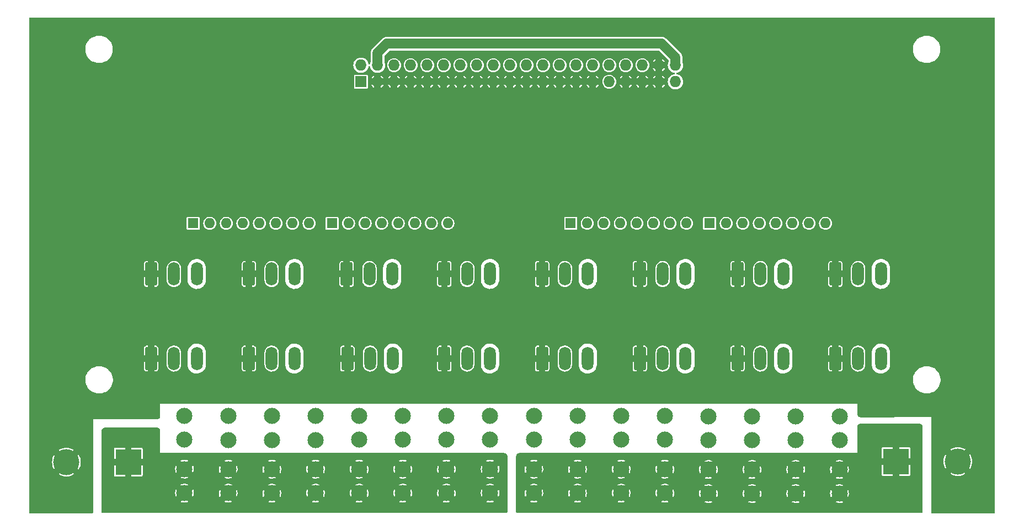
<source format=gbr>
G04 #@! TF.GenerationSoftware,KiCad,Pcbnew,(6.0.5)*
G04 #@! TF.CreationDate,2022-06-05T14:13:23-04:00*
G04 #@! TF.ProjectId,PB_16,50425f31-362e-46b6-9963-61645f706362,v3*
G04 #@! TF.SameCoordinates,Original*
G04 #@! TF.FileFunction,Copper,L2,Bot*
G04 #@! TF.FilePolarity,Positive*
%FSLAX46Y46*%
G04 Gerber Fmt 4.6, Leading zero omitted, Abs format (unit mm)*
G04 Created by KiCad (PCBNEW (6.0.5)) date 2022-06-05 14:13:23*
%MOMM*%
%LPD*%
G01*
G04 APERTURE LIST*
G04 Aperture macros list*
%AMRoundRect*
0 Rectangle with rounded corners*
0 $1 Rounding radius*
0 $2 $3 $4 $5 $6 $7 $8 $9 X,Y pos of 4 corners*
0 Add a 4 corners polygon primitive as box body*
4,1,4,$2,$3,$4,$5,$6,$7,$8,$9,$2,$3,0*
0 Add four circle primitives for the rounded corners*
1,1,$1+$1,$2,$3*
1,1,$1+$1,$4,$5*
1,1,$1+$1,$6,$7*
1,1,$1+$1,$8,$9*
0 Add four rect primitives between the rounded corners*
20,1,$1+$1,$2,$3,$4,$5,0*
20,1,$1+$1,$4,$5,$6,$7,0*
20,1,$1+$1,$6,$7,$8,$9,0*
20,1,$1+$1,$8,$9,$2,$3,0*%
G04 Aperture macros list end*
G04 #@! TA.AperFunction,ComponentPad*
%ADD10RoundRect,0.250000X-0.650000X-1.550000X0.650000X-1.550000X0.650000X1.550000X-0.650000X1.550000X0*%
G04 #@! TD*
G04 #@! TA.AperFunction,ComponentPad*
%ADD11O,1.800000X3.600000*%
G04 #@! TD*
G04 #@! TA.AperFunction,ComponentPad*
%ADD12C,2.475000*%
G04 #@! TD*
G04 #@! TA.AperFunction,ComponentPad*
%ADD13R,1.600000X1.600000*%
G04 #@! TD*
G04 #@! TA.AperFunction,ComponentPad*
%ADD14O,1.600000X1.600000*%
G04 #@! TD*
G04 #@! TA.AperFunction,ComponentPad*
%ADD15R,1.727200X1.727200*%
G04 #@! TD*
G04 #@! TA.AperFunction,ComponentPad*
%ADD16O,1.727200X1.727200*%
G04 #@! TD*
G04 #@! TA.AperFunction,ComponentPad*
%ADD17R,4.000000X4.000000*%
G04 #@! TD*
G04 #@! TA.AperFunction,ComponentPad*
%ADD18C,4.000000*%
G04 #@! TD*
G04 #@! TA.AperFunction,ViaPad*
%ADD19C,0.800000*%
G04 #@! TD*
G04 #@! TA.AperFunction,Conductor*
%ADD20C,1.500000*%
G04 #@! TD*
G04 APERTURE END LIST*
D10*
X89100000Y-129600000D03*
D11*
X92600000Y-129600000D03*
X96100000Y-129600000D03*
D10*
X119100000Y-116600000D03*
D11*
X122600000Y-116600000D03*
X126100000Y-116600000D03*
D10*
X119214342Y-129600000D03*
D11*
X122714342Y-129600000D03*
X126214342Y-129600000D03*
D10*
X134100000Y-116600000D03*
D11*
X137600000Y-116600000D03*
X141100000Y-116600000D03*
D10*
X134100000Y-129600000D03*
D11*
X137600000Y-129600000D03*
X141100000Y-129600000D03*
D10*
X149100000Y-116600000D03*
D11*
X152600000Y-116600000D03*
X156100000Y-116600000D03*
D10*
X149100000Y-129600000D03*
D11*
X152600000Y-129600000D03*
X156100000Y-129600000D03*
D10*
X164100000Y-116600000D03*
D11*
X167600000Y-116600000D03*
X171100000Y-116600000D03*
D10*
X164100000Y-129600000D03*
D11*
X167600000Y-129600000D03*
X171100000Y-129600000D03*
D10*
X179100000Y-116600000D03*
D11*
X182600000Y-116600000D03*
X186100000Y-116600000D03*
D10*
X179100000Y-129600000D03*
D11*
X182600000Y-129600000D03*
X186100000Y-129600000D03*
D10*
X194100000Y-116600000D03*
D11*
X197600000Y-116600000D03*
X201100000Y-116600000D03*
D10*
X194100000Y-129600000D03*
D11*
X197600000Y-129600000D03*
X201100000Y-129600000D03*
D12*
X94222600Y-150288600D03*
X94222600Y-146588600D03*
X94222600Y-142088600D03*
X94222600Y-138388600D03*
X134425198Y-150298600D03*
X134425198Y-146598600D03*
X134425198Y-142098600D03*
X134425198Y-138398600D03*
X181328229Y-150363600D03*
X181328229Y-146663600D03*
X181328229Y-142163600D03*
X181328229Y-138463600D03*
X100923033Y-150303600D03*
X100923033Y-146603600D03*
X100923033Y-142103600D03*
X100923033Y-138403600D03*
X127724765Y-150298600D03*
X127724765Y-146598600D03*
X127724765Y-142098600D03*
X127724765Y-138398600D03*
X141125631Y-150298600D03*
X141125631Y-146598600D03*
X141125631Y-142098600D03*
X141125631Y-138398600D03*
X147826064Y-150298600D03*
X147826064Y-146598600D03*
X147826064Y-142098600D03*
X147826064Y-138398600D03*
X154526497Y-150298600D03*
X154526497Y-146598600D03*
X154526497Y-142098600D03*
X154526497Y-138398600D03*
X194729100Y-150363600D03*
X194729100Y-146663600D03*
X194729100Y-142163600D03*
X194729100Y-138463600D03*
X121024332Y-150298600D03*
X121024332Y-146598600D03*
X121024332Y-142098600D03*
X121024332Y-138398600D03*
X107623466Y-150303600D03*
X107623466Y-146603600D03*
X107623466Y-142103600D03*
X107623466Y-138403600D03*
X174627796Y-150363600D03*
X174627796Y-146663600D03*
X174627796Y-142163600D03*
X174627796Y-138463600D03*
D13*
X95561500Y-108813600D03*
D14*
X98101500Y-108813600D03*
X100641500Y-108813600D03*
X103181500Y-108813600D03*
X105721500Y-108813600D03*
X108261500Y-108813600D03*
X110801500Y-108813600D03*
X113341500Y-108813600D03*
D12*
X161226930Y-150298600D03*
X161226930Y-146598600D03*
X161226930Y-142098600D03*
X161226930Y-138398600D03*
D13*
X153486200Y-108813600D03*
D14*
X156026200Y-108813600D03*
X158566200Y-108813600D03*
X161106200Y-108813600D03*
X163646200Y-108813600D03*
X166186200Y-108813600D03*
X168726200Y-108813600D03*
X171266200Y-108813600D03*
D13*
X174812600Y-108813600D03*
D14*
X177352600Y-108813600D03*
X179892600Y-108813600D03*
X182432600Y-108813600D03*
X184972600Y-108813600D03*
X187512600Y-108813600D03*
X190052600Y-108813600D03*
X192592600Y-108813600D03*
D13*
X116852700Y-108813600D03*
D14*
X119392700Y-108813600D03*
X121932700Y-108813600D03*
X124472700Y-108813600D03*
X127012700Y-108813600D03*
X129552700Y-108813600D03*
X132092700Y-108813600D03*
X134632700Y-108813600D03*
D12*
X114323899Y-150303600D03*
X114323899Y-146603600D03*
X114323899Y-142103600D03*
X114323899Y-138403600D03*
D10*
X89100000Y-116600000D03*
D11*
X92600000Y-116600000D03*
X96100000Y-116600000D03*
D10*
X104100000Y-116600000D03*
D11*
X107600000Y-116600000D03*
X111100000Y-116600000D03*
D10*
X104100000Y-129600000D03*
D11*
X107600000Y-129600000D03*
X111100000Y-129600000D03*
D12*
X188028662Y-150363600D03*
X188028662Y-146663600D03*
X188028662Y-142163600D03*
X188028662Y-138463600D03*
X167927363Y-150298600D03*
X167927363Y-146598600D03*
X167927363Y-142098600D03*
X167927363Y-138398600D03*
D15*
X121301000Y-87057800D03*
D16*
X121301000Y-84517800D03*
X123841000Y-87057800D03*
X123841000Y-84517800D03*
X126381000Y-87057800D03*
X126381000Y-84517800D03*
X128921000Y-87057800D03*
X128921000Y-84517800D03*
X131461000Y-87057800D03*
X131461000Y-84517800D03*
X134001000Y-87057800D03*
X134001000Y-84517800D03*
X136541000Y-87057800D03*
X136541000Y-84517800D03*
X139081000Y-87057800D03*
X139081000Y-84517800D03*
X141621000Y-87057800D03*
X141621000Y-84517800D03*
X144161000Y-87057800D03*
X144161000Y-84517800D03*
X146701000Y-87057800D03*
X146701000Y-84517800D03*
X149241000Y-87057800D03*
X149241000Y-84517800D03*
X151781000Y-87057800D03*
X151781000Y-84517800D03*
X154321000Y-87057800D03*
X154321000Y-84517800D03*
X156861000Y-87057800D03*
X156861000Y-84517800D03*
X159401000Y-87057800D03*
X159401000Y-84517800D03*
X161941000Y-87057800D03*
X161941000Y-84517800D03*
X164481000Y-87057800D03*
X164481000Y-84517800D03*
X167021000Y-87057800D03*
X167021000Y-84517800D03*
X169561000Y-87057800D03*
X169561000Y-84517800D03*
D17*
X85601000Y-145517800D03*
D18*
X76101000Y-145517800D03*
D17*
X203401000Y-145417800D03*
D18*
X212901000Y-145417800D03*
D19*
X98651000Y-119967800D03*
X158001000Y-121017800D03*
X142901000Y-78367800D03*
X177101000Y-97817800D03*
X203701000Y-111817800D03*
X172051000Y-85117800D03*
X216301000Y-108217800D03*
X123351000Y-110667800D03*
X163251000Y-78267800D03*
X73051000Y-101717800D03*
X153051000Y-78267800D03*
X84551000Y-110217800D03*
X133551000Y-106817800D03*
X137801000Y-78367800D03*
X167251000Y-110917800D03*
X182701000Y-79617800D03*
X156851000Y-101767800D03*
X142151000Y-126167800D03*
X124701000Y-102617800D03*
X136501000Y-102367800D03*
X199301000Y-102817800D03*
X157801000Y-91667800D03*
X216301000Y-86217800D03*
X158151000Y-78267800D03*
X145401000Y-78317800D03*
X154201000Y-111167800D03*
X197351000Y-109867800D03*
X139551000Y-92517800D03*
X190851000Y-96117800D03*
X160701000Y-78267800D03*
X156901000Y-98017800D03*
X173301000Y-114717800D03*
X108301000Y-102017800D03*
X124901000Y-78467800D03*
X90801000Y-80217800D03*
X81113000Y-138429800D03*
X144851000Y-106617800D03*
X150501000Y-102417800D03*
X155601000Y-78317800D03*
X116301000Y-111017800D03*
X216501000Y-119417800D03*
X203251000Y-137767800D03*
X166301000Y-95417800D03*
X164051000Y-90067800D03*
X108301000Y-97817800D03*
X127651000Y-78367800D03*
X189851000Y-98417800D03*
X161501000Y-111017800D03*
X73301000Y-109217800D03*
X155801000Y-92217800D03*
X188601000Y-98417800D03*
X118401000Y-87867800D03*
X187401000Y-98417800D03*
X216801000Y-99717800D03*
X153651000Y-92767800D03*
X197301000Y-104817800D03*
X133101000Y-110667800D03*
X186051000Y-91067800D03*
X148001000Y-78267800D03*
X135251000Y-78317800D03*
X165201000Y-101767800D03*
X109101000Y-110917800D03*
X108351000Y-91317800D03*
X176101000Y-102017800D03*
X201301000Y-89217800D03*
X181101000Y-94217800D03*
X140351000Y-78367800D03*
X186201000Y-110617800D03*
X201051000Y-79967800D03*
X73051000Y-87717800D03*
X94601000Y-111167800D03*
X72501000Y-119617800D03*
X118501000Y-84217800D03*
X150501000Y-78267800D03*
X127251000Y-113767800D03*
X180701000Y-100817800D03*
X190851000Y-97417800D03*
X166151000Y-89517800D03*
X191301000Y-91217800D03*
X180951000Y-86617800D03*
X165851000Y-78267800D03*
X130151000Y-78367800D03*
X187301000Y-102217800D03*
X182901000Y-100817800D03*
X118101000Y-102217800D03*
X209201000Y-111767800D03*
X104901000Y-104417800D03*
X207605000Y-137413800D03*
X139701000Y-111017800D03*
X122101000Y-95017800D03*
X98451000Y-114417800D03*
X157951000Y-112417800D03*
X187451000Y-95167800D03*
X161101000Y-94817800D03*
X176851000Y-89067800D03*
X132701000Y-78367800D03*
X187551000Y-120517800D03*
X151751000Y-106367800D03*
X151601000Y-93817800D03*
X171261000Y-81217800D03*
X171101000Y-88817800D03*
X181901000Y-110917800D03*
X106501000Y-95217800D03*
X143151000Y-113817800D03*
X167501000Y-97617800D03*
X128651000Y-119967800D03*
X168351000Y-125267800D03*
X189851000Y-95167800D03*
X74901000Y-121617800D03*
X142751000Y-121517800D03*
X117801000Y-79217800D03*
X176351000Y-85017800D03*
X128801000Y-111217800D03*
X157801000Y-103817800D03*
X190201000Y-106367800D03*
X188651000Y-95167800D03*
X101501000Y-79517800D03*
X83145000Y-138429800D03*
X160851000Y-91067800D03*
X208301000Y-100217800D03*
X73301000Y-94217800D03*
X199751000Y-137867800D03*
X90301000Y-88217800D03*
X200301000Y-125217800D03*
X142701000Y-93667800D03*
X103301000Y-110917800D03*
X177501000Y-102017800D03*
X85177000Y-138429800D03*
X77551000Y-133217800D03*
X142701000Y-102667800D03*
X197301000Y-100617800D03*
X111351000Y-88317800D03*
X133601000Y-95317800D03*
X91651000Y-109267800D03*
X122501000Y-100617800D03*
X117901000Y-97617800D03*
X214101000Y-121817800D03*
D20*
X167457314Y-81192800D02*
X125301000Y-81192800D01*
X169561000Y-83296486D02*
X167457314Y-81192800D01*
X125301000Y-81192800D02*
X123841000Y-82652800D01*
X123841000Y-82652800D02*
X123841000Y-84517800D01*
X169561000Y-84517800D02*
X169561000Y-83296486D01*
G04 #@! TA.AperFunction,Conductor*
G36*
X218542621Y-77188302D02*
G01*
X218589114Y-77241958D01*
X218600500Y-77294300D01*
X218600500Y-153291300D01*
X218580498Y-153359421D01*
X218526842Y-153405914D01*
X218474500Y-153417300D01*
X208975410Y-153417300D01*
X208907289Y-153397298D01*
X208859001Y-153339517D01*
X208824658Y-153256604D01*
X208816145Y-153224834D01*
X208802078Y-153117988D01*
X208801000Y-153101541D01*
X208801000Y-147285673D01*
X211745384Y-147285673D01*
X211755266Y-147298162D01*
X211795207Y-147324850D01*
X211802344Y-147328971D01*
X212053592Y-147452872D01*
X212061196Y-147456022D01*
X212326469Y-147546070D01*
X212334421Y-147548201D01*
X212609183Y-147602854D01*
X212617341Y-147603928D01*
X212896881Y-147622250D01*
X212905119Y-147622250D01*
X213184659Y-147603928D01*
X213192817Y-147602854D01*
X213467579Y-147548201D01*
X213475531Y-147546070D01*
X213740804Y-147456022D01*
X213748408Y-147452872D01*
X213999656Y-147328971D01*
X214006793Y-147324850D01*
X214048169Y-147297204D01*
X214056457Y-147287286D01*
X214049200Y-147273107D01*
X212913812Y-146137719D01*
X212899868Y-146130105D01*
X212898035Y-146130236D01*
X212891420Y-146134487D01*
X211751580Y-147274327D01*
X211745384Y-147285673D01*
X208801000Y-147285673D01*
X208801000Y-145421919D01*
X210696550Y-145421919D01*
X210714872Y-145701459D01*
X210715946Y-145709617D01*
X210770599Y-145984379D01*
X210772730Y-145992331D01*
X210862778Y-146257604D01*
X210865928Y-146265208D01*
X210989829Y-146516456D01*
X210993950Y-146523593D01*
X211021596Y-146564969D01*
X211031514Y-146573257D01*
X211045693Y-146566000D01*
X212181081Y-145430612D01*
X212187459Y-145418932D01*
X213613305Y-145418932D01*
X213613436Y-145420765D01*
X213617687Y-145427380D01*
X214757527Y-146567220D01*
X214768873Y-146573416D01*
X214781362Y-146563534D01*
X214808050Y-146523593D01*
X214812171Y-146516456D01*
X214936072Y-146265208D01*
X214939222Y-146257604D01*
X215029270Y-145992331D01*
X215031401Y-145984379D01*
X215086054Y-145709617D01*
X215087128Y-145701459D01*
X215105450Y-145421919D01*
X215105450Y-145413681D01*
X215087128Y-145134141D01*
X215086054Y-145125983D01*
X215031401Y-144851221D01*
X215029270Y-144843269D01*
X214939222Y-144577996D01*
X214936072Y-144570392D01*
X214812171Y-144319144D01*
X214808050Y-144312007D01*
X214780404Y-144270631D01*
X214770486Y-144262343D01*
X214756307Y-144269600D01*
X213620919Y-145404988D01*
X213613305Y-145418932D01*
X212187459Y-145418932D01*
X212188695Y-145416668D01*
X212188564Y-145414835D01*
X212184313Y-145408220D01*
X211044473Y-144268380D01*
X211033127Y-144262184D01*
X211020638Y-144272066D01*
X210993950Y-144312007D01*
X210989829Y-144319144D01*
X210865928Y-144570392D01*
X210862778Y-144577996D01*
X210772730Y-144843269D01*
X210770599Y-144851221D01*
X210715946Y-145125983D01*
X210714872Y-145134141D01*
X210696550Y-145413681D01*
X210696550Y-145421919D01*
X208801000Y-145421919D01*
X208801000Y-143548314D01*
X211745543Y-143548314D01*
X211752800Y-143562493D01*
X212888188Y-144697881D01*
X212902132Y-144705495D01*
X212903965Y-144705364D01*
X212910580Y-144701113D01*
X214050420Y-143561273D01*
X214056616Y-143549927D01*
X214046734Y-143537438D01*
X214006793Y-143510750D01*
X213999656Y-143506629D01*
X213748408Y-143382728D01*
X213740804Y-143379578D01*
X213475531Y-143289530D01*
X213467579Y-143287399D01*
X213192817Y-143232746D01*
X213184659Y-143231672D01*
X212905119Y-143213350D01*
X212896881Y-143213350D01*
X212617341Y-143231672D01*
X212609183Y-143232746D01*
X212334421Y-143287399D01*
X212326469Y-143289530D01*
X212061196Y-143379578D01*
X212053592Y-143382728D01*
X211802344Y-143506629D01*
X211795207Y-143510750D01*
X211753831Y-143538396D01*
X211745543Y-143548314D01*
X208801000Y-143548314D01*
X208801000Y-138617800D01*
X208292462Y-138618339D01*
X208292461Y-138618339D01*
X208288333Y-138618343D01*
X208288327Y-138618343D01*
X197998203Y-138629252D01*
X197981744Y-138628190D01*
X197902227Y-138617800D01*
X197874812Y-138614218D01*
X197843012Y-138605727D01*
X197751050Y-138567720D01*
X197722535Y-138551284D01*
X197643556Y-138490759D01*
X197620270Y-138467497D01*
X197559660Y-138388581D01*
X197543192Y-138360082D01*
X197505090Y-138268164D01*
X197496565Y-138236372D01*
X197482479Y-138129451D01*
X197481400Y-138112994D01*
X197481400Y-136547000D01*
X90501000Y-136547000D01*
X90500401Y-137054400D01*
X90498841Y-138375417D01*
X90498809Y-138402149D01*
X90497713Y-138418582D01*
X90483541Y-138525332D01*
X90475003Y-138557071D01*
X90436897Y-138648838D01*
X90420444Y-138677284D01*
X90359895Y-138756082D01*
X90336642Y-138779307D01*
X90257781Y-138839757D01*
X90229311Y-138856179D01*
X90137500Y-138894177D01*
X90105751Y-138902678D01*
X90008943Y-138915413D01*
X89998979Y-138916724D01*
X89982545Y-138917800D01*
X80201000Y-138917800D01*
X80201000Y-153101541D01*
X80199922Y-153117988D01*
X80185855Y-153224834D01*
X80177342Y-153256604D01*
X80142999Y-153339517D01*
X80098451Y-153394799D01*
X80026590Y-153417300D01*
X70527500Y-153417300D01*
X70459379Y-153397298D01*
X70412886Y-153343642D01*
X70401500Y-153291300D01*
X70401500Y-147385673D01*
X74945384Y-147385673D01*
X74955266Y-147398162D01*
X74995207Y-147424850D01*
X75002344Y-147428971D01*
X75253592Y-147552872D01*
X75261196Y-147556022D01*
X75526469Y-147646070D01*
X75534421Y-147648201D01*
X75809183Y-147702854D01*
X75817341Y-147703928D01*
X76096881Y-147722250D01*
X76105119Y-147722250D01*
X76384659Y-147703928D01*
X76392817Y-147702854D01*
X76667579Y-147648201D01*
X76675531Y-147646070D01*
X76940804Y-147556022D01*
X76948408Y-147552872D01*
X77199656Y-147428971D01*
X77206793Y-147424850D01*
X77248169Y-147397204D01*
X77256457Y-147387286D01*
X77249200Y-147373107D01*
X76113812Y-146237719D01*
X76099868Y-146230105D01*
X76098035Y-146230236D01*
X76091420Y-146234487D01*
X74951580Y-147374327D01*
X74945384Y-147385673D01*
X70401500Y-147385673D01*
X70401500Y-145521919D01*
X73896550Y-145521919D01*
X73914872Y-145801459D01*
X73915946Y-145809617D01*
X73970599Y-146084379D01*
X73972730Y-146092331D01*
X74062778Y-146357604D01*
X74065928Y-146365208D01*
X74189829Y-146616456D01*
X74193950Y-146623593D01*
X74221596Y-146664969D01*
X74231514Y-146673257D01*
X74245693Y-146666000D01*
X75381081Y-145530612D01*
X75387459Y-145518932D01*
X76813305Y-145518932D01*
X76813436Y-145520765D01*
X76817687Y-145527380D01*
X77957527Y-146667220D01*
X77968873Y-146673416D01*
X77981362Y-146663534D01*
X78008050Y-146623593D01*
X78012171Y-146616456D01*
X78136072Y-146365208D01*
X78139222Y-146357604D01*
X78229270Y-146092331D01*
X78231401Y-146084379D01*
X78286054Y-145809617D01*
X78287128Y-145801459D01*
X78305450Y-145521919D01*
X78305450Y-145513681D01*
X78287128Y-145234141D01*
X78286054Y-145225983D01*
X78231401Y-144951221D01*
X78229270Y-144943269D01*
X78139222Y-144677996D01*
X78136072Y-144670392D01*
X78012171Y-144419144D01*
X78008050Y-144412007D01*
X77980404Y-144370631D01*
X77970486Y-144362343D01*
X77956307Y-144369600D01*
X76820919Y-145504988D01*
X76813305Y-145518932D01*
X75387459Y-145518932D01*
X75388695Y-145516668D01*
X75388564Y-145514835D01*
X75384313Y-145508220D01*
X74244473Y-144368380D01*
X74233127Y-144362184D01*
X74220638Y-144372066D01*
X74193950Y-144412007D01*
X74189829Y-144419144D01*
X74065928Y-144670392D01*
X74062778Y-144677996D01*
X73972730Y-144943269D01*
X73970599Y-144951221D01*
X73915946Y-145225983D01*
X73914872Y-145234141D01*
X73896550Y-145513681D01*
X73896550Y-145521919D01*
X70401500Y-145521919D01*
X70401500Y-143648314D01*
X74945543Y-143648314D01*
X74952800Y-143662493D01*
X76088188Y-144797881D01*
X76102132Y-144805495D01*
X76103965Y-144805364D01*
X76110580Y-144801113D01*
X77250420Y-143661273D01*
X77256616Y-143649927D01*
X77246734Y-143637438D01*
X77206793Y-143610750D01*
X77199656Y-143606629D01*
X76948408Y-143482728D01*
X76940804Y-143479578D01*
X76675531Y-143389530D01*
X76667579Y-143387399D01*
X76392817Y-143332746D01*
X76384659Y-143331672D01*
X76105119Y-143313350D01*
X76096881Y-143313350D01*
X75817341Y-143331672D01*
X75809183Y-143332746D01*
X75534421Y-143387399D01*
X75526469Y-143389530D01*
X75261196Y-143479578D01*
X75253592Y-143482728D01*
X75002344Y-143606629D01*
X74995207Y-143610750D01*
X74953831Y-143638396D01*
X74945543Y-143648314D01*
X70401500Y-143648314D01*
X70401500Y-132998800D01*
X79026347Y-132998800D01*
X79026906Y-133003044D01*
X79026906Y-133003048D01*
X79043299Y-133127569D01*
X79063729Y-133282749D01*
X79139302Y-133558998D01*
X79251668Y-133822435D01*
X79398746Y-134068185D01*
X79577815Y-134291700D01*
X79785562Y-134488845D01*
X80018143Y-134655971D01*
X80271253Y-134789986D01*
X80540210Y-134888410D01*
X80820036Y-134949422D01*
X80859501Y-134952528D01*
X81042197Y-134966907D01*
X81042204Y-134966907D01*
X81044653Y-134967100D01*
X81199592Y-134967100D01*
X81201728Y-134966954D01*
X81201739Y-134966954D01*
X81409060Y-134952820D01*
X81409066Y-134952819D01*
X81413337Y-134952528D01*
X81417532Y-134951659D01*
X81417534Y-134951659D01*
X81553562Y-134923489D01*
X81693786Y-134894450D01*
X81963758Y-134798848D01*
X82218258Y-134667491D01*
X82221759Y-134665030D01*
X82221763Y-134665028D01*
X82449071Y-134505273D01*
X82449077Y-134505268D01*
X82452576Y-134502809D01*
X82662376Y-134307851D01*
X82673175Y-134294658D01*
X82841061Y-134089541D01*
X82843777Y-134086223D01*
X82993420Y-133842027D01*
X83000402Y-133826122D01*
X83106814Y-133583710D01*
X83106815Y-133583706D01*
X83108538Y-133579782D01*
X83187000Y-133304339D01*
X83227354Y-133020796D01*
X83227469Y-132998800D01*
X206026347Y-132998800D01*
X206026906Y-133003044D01*
X206026906Y-133003048D01*
X206043299Y-133127569D01*
X206063729Y-133282749D01*
X206139302Y-133558998D01*
X206251668Y-133822435D01*
X206398746Y-134068185D01*
X206577815Y-134291700D01*
X206785562Y-134488845D01*
X207018143Y-134655971D01*
X207271253Y-134789986D01*
X207540210Y-134888410D01*
X207820036Y-134949422D01*
X207859501Y-134952528D01*
X208042197Y-134966907D01*
X208042204Y-134966907D01*
X208044653Y-134967100D01*
X208199592Y-134967100D01*
X208201728Y-134966954D01*
X208201739Y-134966954D01*
X208409060Y-134952820D01*
X208409066Y-134952819D01*
X208413337Y-134952528D01*
X208417532Y-134951659D01*
X208417534Y-134951659D01*
X208553562Y-134923489D01*
X208693786Y-134894450D01*
X208963758Y-134798848D01*
X209218258Y-134667491D01*
X209221759Y-134665030D01*
X209221763Y-134665028D01*
X209449071Y-134505273D01*
X209449077Y-134505268D01*
X209452576Y-134502809D01*
X209662376Y-134307851D01*
X209673175Y-134294658D01*
X209841061Y-134089541D01*
X209843777Y-134086223D01*
X209993420Y-133842027D01*
X210000402Y-133826122D01*
X210106814Y-133583710D01*
X210106815Y-133583706D01*
X210108538Y-133579782D01*
X210187000Y-133304339D01*
X210227354Y-133020796D01*
X210228853Y-132734400D01*
X210225398Y-132708152D01*
X210192031Y-132454707D01*
X210191471Y-132450451D01*
X210115898Y-132174202D01*
X210003532Y-131910765D01*
X209856454Y-131665015D01*
X209830152Y-131632184D01*
X209680075Y-131444858D01*
X209677385Y-131441500D01*
X209492775Y-131266311D01*
X209472747Y-131247305D01*
X209472744Y-131247303D01*
X209469638Y-131244355D01*
X209237057Y-131077229D01*
X208983947Y-130943214D01*
X208714990Y-130844790D01*
X208435164Y-130783778D01*
X208391989Y-130780380D01*
X208213003Y-130766293D01*
X208212996Y-130766293D01*
X208210547Y-130766100D01*
X208055608Y-130766100D01*
X208053472Y-130766246D01*
X208053461Y-130766246D01*
X207846140Y-130780380D01*
X207846134Y-130780381D01*
X207841863Y-130780672D01*
X207837668Y-130781541D01*
X207837666Y-130781541D01*
X207709442Y-130808095D01*
X207561414Y-130838750D01*
X207291442Y-130934352D01*
X207036942Y-131065709D01*
X207033441Y-131068170D01*
X207033437Y-131068172D01*
X206806129Y-131227927D01*
X206806123Y-131227932D01*
X206802624Y-131230391D01*
X206736883Y-131291481D01*
X206640838Y-131380732D01*
X206592824Y-131425349D01*
X206590110Y-131428665D01*
X206590107Y-131428668D01*
X206496697Y-131542793D01*
X206411423Y-131646977D01*
X206261780Y-131891173D01*
X206260053Y-131895107D01*
X206260052Y-131895109D01*
X206253180Y-131910765D01*
X206146662Y-132153418D01*
X206068200Y-132428861D01*
X206027846Y-132712404D01*
X206026347Y-132998800D01*
X83227469Y-132998800D01*
X83228853Y-132734400D01*
X83225398Y-132708152D01*
X83192031Y-132454707D01*
X83191471Y-132450451D01*
X83115898Y-132174202D01*
X83003532Y-131910765D01*
X82856454Y-131665015D01*
X82830152Y-131632184D01*
X82680075Y-131444858D01*
X82677385Y-131441500D01*
X82492775Y-131266311D01*
X82472747Y-131247305D01*
X82472744Y-131247303D01*
X82469638Y-131244355D01*
X82409030Y-131200804D01*
X88000001Y-131200804D01*
X88000280Y-131206725D01*
X88002256Y-131227631D01*
X88005521Y-131242516D01*
X88044694Y-131354064D01*
X88053406Y-131370520D01*
X88122616Y-131464221D01*
X88135779Y-131477384D01*
X88229480Y-131546594D01*
X88245936Y-131555306D01*
X88357479Y-131594477D01*
X88372373Y-131597745D01*
X88393281Y-131599721D01*
X88399192Y-131600000D01*
X88581885Y-131600000D01*
X88597124Y-131595525D01*
X88598329Y-131594135D01*
X88600000Y-131586452D01*
X88600000Y-131581884D01*
X89600000Y-131581884D01*
X89604475Y-131597123D01*
X89605865Y-131598328D01*
X89613548Y-131599999D01*
X89800804Y-131599999D01*
X89806725Y-131599720D01*
X89827631Y-131597744D01*
X89842516Y-131594479D01*
X89954064Y-131555306D01*
X89970520Y-131546594D01*
X90064221Y-131477384D01*
X90077384Y-131464221D01*
X90146594Y-131370520D01*
X90155306Y-131354064D01*
X90194477Y-131242521D01*
X90197745Y-131227627D01*
X90199721Y-131206719D01*
X90200000Y-131200808D01*
X90200000Y-130552469D01*
X91499500Y-130552469D01*
X91514439Y-130709046D01*
X91516128Y-130714802D01*
X91516128Y-130714804D01*
X91536264Y-130783442D01*
X91573553Y-130910549D01*
X91605071Y-130971744D01*
X91665754Y-131089567D01*
X91669705Y-131097239D01*
X91673409Y-131101954D01*
X91795718Y-131257662D01*
X91795722Y-131257667D01*
X91799424Y-131262379D01*
X91803954Y-131266310D01*
X91803955Y-131266311D01*
X91953498Y-131396079D01*
X91953503Y-131396083D01*
X91958029Y-131400010D01*
X92139799Y-131505166D01*
X92247527Y-131542575D01*
X92332509Y-131572086D01*
X92332511Y-131572086D01*
X92338174Y-131574053D01*
X92344109Y-131574914D01*
X92344111Y-131574914D01*
X92540056Y-131603325D01*
X92540059Y-131603325D01*
X92545996Y-131604186D01*
X92755767Y-131594477D01*
X92887547Y-131562718D01*
X92954085Y-131546682D01*
X92954087Y-131546681D01*
X92959918Y-131545276D01*
X92965376Y-131542794D01*
X92965380Y-131542793D01*
X93103684Y-131479910D01*
X93151081Y-131458360D01*
X93322360Y-131336863D01*
X93467575Y-131185169D01*
X93487610Y-131154140D01*
X93578233Y-131013791D01*
X93578234Y-131013788D01*
X93581485Y-131008754D01*
X93607088Y-130945225D01*
X93657739Y-130819545D01*
X93657740Y-130819542D01*
X93659981Y-130813981D01*
X93661129Y-130808100D01*
X93661131Y-130808095D01*
X93699362Y-130612324D01*
X93699362Y-130612321D01*
X93700230Y-130607878D01*
X93700500Y-130602357D01*
X93700500Y-130559680D01*
X94699500Y-130559680D01*
X94703548Y-130607381D01*
X94712663Y-130714804D01*
X94714531Y-130736823D01*
X94715869Y-130741978D01*
X94715870Y-130741984D01*
X94726718Y-130783778D01*
X94774240Y-130966874D01*
X94871857Y-131183576D01*
X95004591Y-131380732D01*
X95168645Y-131552705D01*
X95359330Y-131694579D01*
X95571193Y-131802295D01*
X95576284Y-131803876D01*
X95576287Y-131803877D01*
X95793081Y-131871193D01*
X95798176Y-131872775D01*
X95803465Y-131873476D01*
X96028506Y-131903304D01*
X96028509Y-131903304D01*
X96033789Y-131904004D01*
X96039118Y-131903804D01*
X96039119Y-131903804D01*
X96136159Y-131900161D01*
X96271295Y-131895087D01*
X96503904Y-131846281D01*
X96508863Y-131844323D01*
X96508865Y-131844322D01*
X96719998Y-131760941D01*
X96720000Y-131760940D01*
X96724963Y-131758980D01*
X96873740Y-131668700D01*
X96923593Y-131638448D01*
X96923592Y-131638448D01*
X96928153Y-131635681D01*
X96969273Y-131599999D01*
X97103631Y-131483410D01*
X97103633Y-131483408D01*
X97107664Y-131479910D01*
X97111047Y-131475784D01*
X97111051Y-131475780D01*
X97254977Y-131300248D01*
X97258362Y-131296120D01*
X97275331Y-131266311D01*
X97312619Y-131200804D01*
X103000001Y-131200804D01*
X103000280Y-131206725D01*
X103002256Y-131227631D01*
X103005521Y-131242516D01*
X103044694Y-131354064D01*
X103053406Y-131370520D01*
X103122616Y-131464221D01*
X103135779Y-131477384D01*
X103229480Y-131546594D01*
X103245936Y-131555306D01*
X103357479Y-131594477D01*
X103372373Y-131597745D01*
X103393281Y-131599721D01*
X103399192Y-131600000D01*
X103581885Y-131600000D01*
X103597124Y-131595525D01*
X103598329Y-131594135D01*
X103600000Y-131586452D01*
X103600000Y-131581884D01*
X104600000Y-131581884D01*
X104604475Y-131597123D01*
X104605865Y-131598328D01*
X104613548Y-131599999D01*
X104800804Y-131599999D01*
X104806725Y-131599720D01*
X104827631Y-131597744D01*
X104842516Y-131594479D01*
X104954064Y-131555306D01*
X104970520Y-131546594D01*
X105064221Y-131477384D01*
X105077384Y-131464221D01*
X105146594Y-131370520D01*
X105155306Y-131354064D01*
X105194477Y-131242521D01*
X105197745Y-131227627D01*
X105199721Y-131206719D01*
X105200000Y-131200808D01*
X105200000Y-130552469D01*
X106499500Y-130552469D01*
X106514439Y-130709046D01*
X106516128Y-130714802D01*
X106516128Y-130714804D01*
X106536264Y-130783442D01*
X106573553Y-130910549D01*
X106605071Y-130971744D01*
X106665754Y-131089567D01*
X106669705Y-131097239D01*
X106673409Y-131101954D01*
X106795718Y-131257662D01*
X106795722Y-131257667D01*
X106799424Y-131262379D01*
X106803954Y-131266310D01*
X106803955Y-131266311D01*
X106953498Y-131396079D01*
X106953503Y-131396083D01*
X106958029Y-131400010D01*
X107139799Y-131505166D01*
X107247527Y-131542575D01*
X107332509Y-131572086D01*
X107332511Y-131572086D01*
X107338174Y-131574053D01*
X107344109Y-131574914D01*
X107344111Y-131574914D01*
X107540056Y-131603325D01*
X107540059Y-131603325D01*
X107545996Y-131604186D01*
X107755767Y-131594477D01*
X107887547Y-131562718D01*
X107954085Y-131546682D01*
X107954087Y-131546681D01*
X107959918Y-131545276D01*
X107965376Y-131542794D01*
X107965380Y-131542793D01*
X108103684Y-131479910D01*
X108151081Y-131458360D01*
X108322360Y-131336863D01*
X108467575Y-131185169D01*
X108487610Y-131154140D01*
X108578233Y-131013791D01*
X108578234Y-131013788D01*
X108581485Y-131008754D01*
X108607088Y-130945225D01*
X108657739Y-130819545D01*
X108657740Y-130819542D01*
X108659981Y-130813981D01*
X108661129Y-130808100D01*
X108661131Y-130808095D01*
X108699362Y-130612324D01*
X108699362Y-130612321D01*
X108700230Y-130607878D01*
X108700500Y-130602357D01*
X108700500Y-130559680D01*
X109699500Y-130559680D01*
X109703548Y-130607381D01*
X109712663Y-130714804D01*
X109714531Y-130736823D01*
X109715869Y-130741978D01*
X109715870Y-130741984D01*
X109726718Y-130783778D01*
X109774240Y-130966874D01*
X109871857Y-131183576D01*
X110004591Y-131380732D01*
X110168645Y-131552705D01*
X110359330Y-131694579D01*
X110571193Y-131802295D01*
X110576284Y-131803876D01*
X110576287Y-131803877D01*
X110793081Y-131871193D01*
X110798176Y-131872775D01*
X110803465Y-131873476D01*
X111028506Y-131903304D01*
X111028509Y-131903304D01*
X111033789Y-131904004D01*
X111039118Y-131903804D01*
X111039119Y-131903804D01*
X111136159Y-131900161D01*
X111271295Y-131895087D01*
X111503904Y-131846281D01*
X111508863Y-131844323D01*
X111508865Y-131844322D01*
X111719998Y-131760941D01*
X111720000Y-131760940D01*
X111724963Y-131758980D01*
X111873740Y-131668700D01*
X111923593Y-131638448D01*
X111923592Y-131638448D01*
X111928153Y-131635681D01*
X111969273Y-131599999D01*
X112103631Y-131483410D01*
X112103633Y-131483408D01*
X112107664Y-131479910D01*
X112111047Y-131475784D01*
X112111051Y-131475780D01*
X112254977Y-131300248D01*
X112258362Y-131296120D01*
X112275331Y-131266311D01*
X112312619Y-131200804D01*
X118114343Y-131200804D01*
X118114622Y-131206725D01*
X118116598Y-131227631D01*
X118119863Y-131242516D01*
X118159036Y-131354064D01*
X118167748Y-131370520D01*
X118236958Y-131464221D01*
X118250121Y-131477384D01*
X118343822Y-131546594D01*
X118360278Y-131555306D01*
X118471821Y-131594477D01*
X118486715Y-131597745D01*
X118507623Y-131599721D01*
X118513534Y-131600000D01*
X118696227Y-131600000D01*
X118711466Y-131595525D01*
X118712671Y-131594135D01*
X118714342Y-131586452D01*
X118714342Y-131581884D01*
X119714342Y-131581884D01*
X119718817Y-131597123D01*
X119720207Y-131598328D01*
X119727890Y-131599999D01*
X119915146Y-131599999D01*
X119921067Y-131599720D01*
X119941973Y-131597744D01*
X119956858Y-131594479D01*
X120068406Y-131555306D01*
X120084862Y-131546594D01*
X120178563Y-131477384D01*
X120191726Y-131464221D01*
X120260936Y-131370520D01*
X120269648Y-131354064D01*
X120308819Y-131242521D01*
X120312087Y-131227627D01*
X120314063Y-131206719D01*
X120314342Y-131200808D01*
X120314342Y-130552469D01*
X121613842Y-130552469D01*
X121628781Y-130709046D01*
X121630470Y-130714802D01*
X121630470Y-130714804D01*
X121650606Y-130783442D01*
X121687895Y-130910549D01*
X121719413Y-130971744D01*
X121780096Y-131089567D01*
X121784047Y-131097239D01*
X121787751Y-131101954D01*
X121910060Y-131257662D01*
X121910064Y-131257667D01*
X121913766Y-131262379D01*
X121918296Y-131266310D01*
X121918297Y-131266311D01*
X122067840Y-131396079D01*
X122067845Y-131396083D01*
X122072371Y-131400010D01*
X122254141Y-131505166D01*
X122361869Y-131542575D01*
X122446851Y-131572086D01*
X122446853Y-131572086D01*
X122452516Y-131574053D01*
X122458451Y-131574914D01*
X122458453Y-131574914D01*
X122654398Y-131603325D01*
X122654401Y-131603325D01*
X122660338Y-131604186D01*
X122870109Y-131594477D01*
X123001889Y-131562718D01*
X123068427Y-131546682D01*
X123068429Y-131546681D01*
X123074260Y-131545276D01*
X123079718Y-131542794D01*
X123079722Y-131542793D01*
X123218026Y-131479910D01*
X123265423Y-131458360D01*
X123436702Y-131336863D01*
X123581917Y-131185169D01*
X123601952Y-131154140D01*
X123692575Y-131013791D01*
X123692576Y-131013788D01*
X123695827Y-131008754D01*
X123721430Y-130945225D01*
X123772081Y-130819545D01*
X123772082Y-130819542D01*
X123774323Y-130813981D01*
X123775471Y-130808100D01*
X123775473Y-130808095D01*
X123813704Y-130612324D01*
X123813704Y-130612321D01*
X123814572Y-130607878D01*
X123814842Y-130602357D01*
X123814842Y-130559680D01*
X124813842Y-130559680D01*
X124817890Y-130607381D01*
X124827005Y-130714804D01*
X124828873Y-130736823D01*
X124830211Y-130741978D01*
X124830212Y-130741984D01*
X124841060Y-130783778D01*
X124888582Y-130966874D01*
X124986199Y-131183576D01*
X125118933Y-131380732D01*
X125282987Y-131552705D01*
X125473672Y-131694579D01*
X125685535Y-131802295D01*
X125690626Y-131803876D01*
X125690629Y-131803877D01*
X125907423Y-131871193D01*
X125912518Y-131872775D01*
X125917807Y-131873476D01*
X126142848Y-131903304D01*
X126142851Y-131903304D01*
X126148131Y-131904004D01*
X126153460Y-131903804D01*
X126153461Y-131903804D01*
X126250501Y-131900161D01*
X126385637Y-131895087D01*
X126618246Y-131846281D01*
X126623205Y-131844323D01*
X126623207Y-131844322D01*
X126834340Y-131760941D01*
X126834342Y-131760940D01*
X126839305Y-131758980D01*
X126988082Y-131668700D01*
X127037935Y-131638448D01*
X127037934Y-131638448D01*
X127042495Y-131635681D01*
X127083615Y-131599999D01*
X127217973Y-131483410D01*
X127217975Y-131483408D01*
X127222006Y-131479910D01*
X127225389Y-131475784D01*
X127225393Y-131475780D01*
X127369319Y-131300248D01*
X127372704Y-131296120D01*
X127389673Y-131266311D01*
X127426961Y-131200804D01*
X133000001Y-131200804D01*
X133000280Y-131206725D01*
X133002256Y-131227631D01*
X133005521Y-131242516D01*
X133044694Y-131354064D01*
X133053406Y-131370520D01*
X133122616Y-131464221D01*
X133135779Y-131477384D01*
X133229480Y-131546594D01*
X133245936Y-131555306D01*
X133357479Y-131594477D01*
X133372373Y-131597745D01*
X133393281Y-131599721D01*
X133399192Y-131600000D01*
X133581885Y-131600000D01*
X133597124Y-131595525D01*
X133598329Y-131594135D01*
X133600000Y-131586452D01*
X133600000Y-131581884D01*
X134600000Y-131581884D01*
X134604475Y-131597123D01*
X134605865Y-131598328D01*
X134613548Y-131599999D01*
X134800804Y-131599999D01*
X134806725Y-131599720D01*
X134827631Y-131597744D01*
X134842516Y-131594479D01*
X134954064Y-131555306D01*
X134970520Y-131546594D01*
X135064221Y-131477384D01*
X135077384Y-131464221D01*
X135146594Y-131370520D01*
X135155306Y-131354064D01*
X135194477Y-131242521D01*
X135197745Y-131227627D01*
X135199721Y-131206719D01*
X135200000Y-131200808D01*
X135200000Y-130552469D01*
X136499500Y-130552469D01*
X136514439Y-130709046D01*
X136516128Y-130714802D01*
X136516128Y-130714804D01*
X136536264Y-130783442D01*
X136573553Y-130910549D01*
X136605071Y-130971744D01*
X136665754Y-131089567D01*
X136669705Y-131097239D01*
X136673409Y-131101954D01*
X136795718Y-131257662D01*
X136795722Y-131257667D01*
X136799424Y-131262379D01*
X136803954Y-131266310D01*
X136803955Y-131266311D01*
X136953498Y-131396079D01*
X136953503Y-131396083D01*
X136958029Y-131400010D01*
X137139799Y-131505166D01*
X137247527Y-131542575D01*
X137332509Y-131572086D01*
X137332511Y-131572086D01*
X137338174Y-131574053D01*
X137344109Y-131574914D01*
X137344111Y-131574914D01*
X137540056Y-131603325D01*
X137540059Y-131603325D01*
X137545996Y-131604186D01*
X137755767Y-131594477D01*
X137887547Y-131562718D01*
X137954085Y-131546682D01*
X137954087Y-131546681D01*
X137959918Y-131545276D01*
X137965376Y-131542794D01*
X137965380Y-131542793D01*
X138103684Y-131479910D01*
X138151081Y-131458360D01*
X138322360Y-131336863D01*
X138467575Y-131185169D01*
X138487610Y-131154140D01*
X138578233Y-131013791D01*
X138578234Y-131013788D01*
X138581485Y-131008754D01*
X138607088Y-130945225D01*
X138657739Y-130819545D01*
X138657740Y-130819542D01*
X138659981Y-130813981D01*
X138661129Y-130808100D01*
X138661131Y-130808095D01*
X138699362Y-130612324D01*
X138699362Y-130612321D01*
X138700230Y-130607878D01*
X138700500Y-130602357D01*
X138700500Y-130559680D01*
X139699500Y-130559680D01*
X139703548Y-130607381D01*
X139712663Y-130714804D01*
X139714531Y-130736823D01*
X139715869Y-130741978D01*
X139715870Y-130741984D01*
X139726718Y-130783778D01*
X139774240Y-130966874D01*
X139871857Y-131183576D01*
X140004591Y-131380732D01*
X140168645Y-131552705D01*
X140359330Y-131694579D01*
X140571193Y-131802295D01*
X140576284Y-131803876D01*
X140576287Y-131803877D01*
X140793081Y-131871193D01*
X140798176Y-131872775D01*
X140803465Y-131873476D01*
X141028506Y-131903304D01*
X141028509Y-131903304D01*
X141033789Y-131904004D01*
X141039118Y-131903804D01*
X141039119Y-131903804D01*
X141136159Y-131900161D01*
X141271295Y-131895087D01*
X141503904Y-131846281D01*
X141508863Y-131844323D01*
X141508865Y-131844322D01*
X141719998Y-131760941D01*
X141720000Y-131760940D01*
X141724963Y-131758980D01*
X141873740Y-131668700D01*
X141923593Y-131638448D01*
X141923592Y-131638448D01*
X141928153Y-131635681D01*
X141969273Y-131599999D01*
X142103631Y-131483410D01*
X142103633Y-131483408D01*
X142107664Y-131479910D01*
X142111047Y-131475784D01*
X142111051Y-131475780D01*
X142254977Y-131300248D01*
X142258362Y-131296120D01*
X142275331Y-131266311D01*
X142312619Y-131200804D01*
X148000001Y-131200804D01*
X148000280Y-131206725D01*
X148002256Y-131227631D01*
X148005521Y-131242516D01*
X148044694Y-131354064D01*
X148053406Y-131370520D01*
X148122616Y-131464221D01*
X148135779Y-131477384D01*
X148229480Y-131546594D01*
X148245936Y-131555306D01*
X148357479Y-131594477D01*
X148372373Y-131597745D01*
X148393281Y-131599721D01*
X148399192Y-131600000D01*
X148581885Y-131600000D01*
X148597124Y-131595525D01*
X148598329Y-131594135D01*
X148600000Y-131586452D01*
X148600000Y-131581884D01*
X149600000Y-131581884D01*
X149604475Y-131597123D01*
X149605865Y-131598328D01*
X149613548Y-131599999D01*
X149800804Y-131599999D01*
X149806725Y-131599720D01*
X149827631Y-131597744D01*
X149842516Y-131594479D01*
X149954064Y-131555306D01*
X149970520Y-131546594D01*
X150064221Y-131477384D01*
X150077384Y-131464221D01*
X150146594Y-131370520D01*
X150155306Y-131354064D01*
X150194477Y-131242521D01*
X150197745Y-131227627D01*
X150199721Y-131206719D01*
X150200000Y-131200808D01*
X150200000Y-130552469D01*
X151499500Y-130552469D01*
X151514439Y-130709046D01*
X151516128Y-130714802D01*
X151516128Y-130714804D01*
X151536264Y-130783442D01*
X151573553Y-130910549D01*
X151605071Y-130971744D01*
X151665754Y-131089567D01*
X151669705Y-131097239D01*
X151673409Y-131101954D01*
X151795718Y-131257662D01*
X151795722Y-131257667D01*
X151799424Y-131262379D01*
X151803954Y-131266310D01*
X151803955Y-131266311D01*
X151953498Y-131396079D01*
X151953503Y-131396083D01*
X151958029Y-131400010D01*
X152139799Y-131505166D01*
X152247527Y-131542575D01*
X152332509Y-131572086D01*
X152332511Y-131572086D01*
X152338174Y-131574053D01*
X152344109Y-131574914D01*
X152344111Y-131574914D01*
X152540056Y-131603325D01*
X152540059Y-131603325D01*
X152545996Y-131604186D01*
X152755767Y-131594477D01*
X152887547Y-131562718D01*
X152954085Y-131546682D01*
X152954087Y-131546681D01*
X152959918Y-131545276D01*
X152965376Y-131542794D01*
X152965380Y-131542793D01*
X153103684Y-131479910D01*
X153151081Y-131458360D01*
X153322360Y-131336863D01*
X153467575Y-131185169D01*
X153487610Y-131154140D01*
X153578233Y-131013791D01*
X153578234Y-131013788D01*
X153581485Y-131008754D01*
X153607088Y-130945225D01*
X153657739Y-130819545D01*
X153657740Y-130819542D01*
X153659981Y-130813981D01*
X153661129Y-130808100D01*
X153661131Y-130808095D01*
X153699362Y-130612324D01*
X153699362Y-130612321D01*
X153700230Y-130607878D01*
X153700500Y-130602357D01*
X153700500Y-130559680D01*
X154699500Y-130559680D01*
X154703548Y-130607381D01*
X154712663Y-130714804D01*
X154714531Y-130736823D01*
X154715869Y-130741978D01*
X154715870Y-130741984D01*
X154726718Y-130783778D01*
X154774240Y-130966874D01*
X154871857Y-131183576D01*
X155004591Y-131380732D01*
X155168645Y-131552705D01*
X155359330Y-131694579D01*
X155571193Y-131802295D01*
X155576284Y-131803876D01*
X155576287Y-131803877D01*
X155793081Y-131871193D01*
X155798176Y-131872775D01*
X155803465Y-131873476D01*
X156028506Y-131903304D01*
X156028509Y-131903304D01*
X156033789Y-131904004D01*
X156039118Y-131903804D01*
X156039119Y-131903804D01*
X156136159Y-131900161D01*
X156271295Y-131895087D01*
X156503904Y-131846281D01*
X156508863Y-131844323D01*
X156508865Y-131844322D01*
X156719998Y-131760941D01*
X156720000Y-131760940D01*
X156724963Y-131758980D01*
X156873740Y-131668700D01*
X156923593Y-131638448D01*
X156923592Y-131638448D01*
X156928153Y-131635681D01*
X156969273Y-131599999D01*
X157103631Y-131483410D01*
X157103633Y-131483408D01*
X157107664Y-131479910D01*
X157111047Y-131475784D01*
X157111051Y-131475780D01*
X157254977Y-131300248D01*
X157258362Y-131296120D01*
X157275331Y-131266311D01*
X157312619Y-131200804D01*
X163000001Y-131200804D01*
X163000280Y-131206725D01*
X163002256Y-131227631D01*
X163005521Y-131242516D01*
X163044694Y-131354064D01*
X163053406Y-131370520D01*
X163122616Y-131464221D01*
X163135779Y-131477384D01*
X163229480Y-131546594D01*
X163245936Y-131555306D01*
X163357479Y-131594477D01*
X163372373Y-131597745D01*
X163393281Y-131599721D01*
X163399192Y-131600000D01*
X163581885Y-131600000D01*
X163597124Y-131595525D01*
X163598329Y-131594135D01*
X163600000Y-131586452D01*
X163600000Y-131581884D01*
X164600000Y-131581884D01*
X164604475Y-131597123D01*
X164605865Y-131598328D01*
X164613548Y-131599999D01*
X164800804Y-131599999D01*
X164806725Y-131599720D01*
X164827631Y-131597744D01*
X164842516Y-131594479D01*
X164954064Y-131555306D01*
X164970520Y-131546594D01*
X165064221Y-131477384D01*
X165077384Y-131464221D01*
X165146594Y-131370520D01*
X165155306Y-131354064D01*
X165194477Y-131242521D01*
X165197745Y-131227627D01*
X165199721Y-131206719D01*
X165200000Y-131200808D01*
X165200000Y-130552469D01*
X166499500Y-130552469D01*
X166514439Y-130709046D01*
X166516128Y-130714802D01*
X166516128Y-130714804D01*
X166536264Y-130783442D01*
X166573553Y-130910549D01*
X166605071Y-130971744D01*
X166665754Y-131089567D01*
X166669705Y-131097239D01*
X166673409Y-131101954D01*
X166795718Y-131257662D01*
X166795722Y-131257667D01*
X166799424Y-131262379D01*
X166803954Y-131266310D01*
X166803955Y-131266311D01*
X166953498Y-131396079D01*
X166953503Y-131396083D01*
X166958029Y-131400010D01*
X167139799Y-131505166D01*
X167247527Y-131542575D01*
X167332509Y-131572086D01*
X167332511Y-131572086D01*
X167338174Y-131574053D01*
X167344109Y-131574914D01*
X167344111Y-131574914D01*
X167540056Y-131603325D01*
X167540059Y-131603325D01*
X167545996Y-131604186D01*
X167755767Y-131594477D01*
X167887547Y-131562718D01*
X167954085Y-131546682D01*
X167954087Y-131546681D01*
X167959918Y-131545276D01*
X167965376Y-131542794D01*
X167965380Y-131542793D01*
X168103684Y-131479910D01*
X168151081Y-131458360D01*
X168322360Y-131336863D01*
X168467575Y-131185169D01*
X168487610Y-131154140D01*
X168578233Y-131013791D01*
X168578234Y-131013788D01*
X168581485Y-131008754D01*
X168607088Y-130945225D01*
X168657739Y-130819545D01*
X168657740Y-130819542D01*
X168659981Y-130813981D01*
X168661129Y-130808100D01*
X168661131Y-130808095D01*
X168699362Y-130612324D01*
X168699362Y-130612321D01*
X168700230Y-130607878D01*
X168700500Y-130602357D01*
X168700500Y-130559680D01*
X169699500Y-130559680D01*
X169703548Y-130607381D01*
X169712663Y-130714804D01*
X169714531Y-130736823D01*
X169715869Y-130741978D01*
X169715870Y-130741984D01*
X169726718Y-130783778D01*
X169774240Y-130966874D01*
X169871857Y-131183576D01*
X170004591Y-131380732D01*
X170168645Y-131552705D01*
X170359330Y-131694579D01*
X170571193Y-131802295D01*
X170576284Y-131803876D01*
X170576287Y-131803877D01*
X170793081Y-131871193D01*
X170798176Y-131872775D01*
X170803465Y-131873476D01*
X171028506Y-131903304D01*
X171028509Y-131903304D01*
X171033789Y-131904004D01*
X171039118Y-131903804D01*
X171039119Y-131903804D01*
X171136159Y-131900161D01*
X171271295Y-131895087D01*
X171503904Y-131846281D01*
X171508863Y-131844323D01*
X171508865Y-131844322D01*
X171719998Y-131760941D01*
X171720000Y-131760940D01*
X171724963Y-131758980D01*
X171873740Y-131668700D01*
X171923593Y-131638448D01*
X171923592Y-131638448D01*
X171928153Y-131635681D01*
X171969273Y-131599999D01*
X172103631Y-131483410D01*
X172103633Y-131483408D01*
X172107664Y-131479910D01*
X172111047Y-131475784D01*
X172111051Y-131475780D01*
X172254977Y-131300248D01*
X172258362Y-131296120D01*
X172275331Y-131266311D01*
X172312619Y-131200804D01*
X178000001Y-131200804D01*
X178000280Y-131206725D01*
X178002256Y-131227631D01*
X178005521Y-131242516D01*
X178044694Y-131354064D01*
X178053406Y-131370520D01*
X178122616Y-131464221D01*
X178135779Y-131477384D01*
X178229480Y-131546594D01*
X178245936Y-131555306D01*
X178357479Y-131594477D01*
X178372373Y-131597745D01*
X178393281Y-131599721D01*
X178399192Y-131600000D01*
X178581885Y-131600000D01*
X178597124Y-131595525D01*
X178598329Y-131594135D01*
X178600000Y-131586452D01*
X178600000Y-131581884D01*
X179600000Y-131581884D01*
X179604475Y-131597123D01*
X179605865Y-131598328D01*
X179613548Y-131599999D01*
X179800804Y-131599999D01*
X179806725Y-131599720D01*
X179827631Y-131597744D01*
X179842516Y-131594479D01*
X179954064Y-131555306D01*
X179970520Y-131546594D01*
X180064221Y-131477384D01*
X180077384Y-131464221D01*
X180146594Y-131370520D01*
X180155306Y-131354064D01*
X180194477Y-131242521D01*
X180197745Y-131227627D01*
X180199721Y-131206719D01*
X180200000Y-131200808D01*
X180200000Y-130552469D01*
X181499500Y-130552469D01*
X181514439Y-130709046D01*
X181516128Y-130714802D01*
X181516128Y-130714804D01*
X181536264Y-130783442D01*
X181573553Y-130910549D01*
X181605071Y-130971744D01*
X181665754Y-131089567D01*
X181669705Y-131097239D01*
X181673409Y-131101954D01*
X181795718Y-131257662D01*
X181795722Y-131257667D01*
X181799424Y-131262379D01*
X181803954Y-131266310D01*
X181803955Y-131266311D01*
X181953498Y-131396079D01*
X181953503Y-131396083D01*
X181958029Y-131400010D01*
X182139799Y-131505166D01*
X182247527Y-131542575D01*
X182332509Y-131572086D01*
X182332511Y-131572086D01*
X182338174Y-131574053D01*
X182344109Y-131574914D01*
X182344111Y-131574914D01*
X182540056Y-131603325D01*
X182540059Y-131603325D01*
X182545996Y-131604186D01*
X182755767Y-131594477D01*
X182887547Y-131562718D01*
X182954085Y-131546682D01*
X182954087Y-131546681D01*
X182959918Y-131545276D01*
X182965376Y-131542794D01*
X182965380Y-131542793D01*
X183103684Y-131479910D01*
X183151081Y-131458360D01*
X183322360Y-131336863D01*
X183467575Y-131185169D01*
X183487610Y-131154140D01*
X183578233Y-131013791D01*
X183578234Y-131013788D01*
X183581485Y-131008754D01*
X183607088Y-130945225D01*
X183657739Y-130819545D01*
X183657740Y-130819542D01*
X183659981Y-130813981D01*
X183661129Y-130808100D01*
X183661131Y-130808095D01*
X183699362Y-130612324D01*
X183699362Y-130612321D01*
X183700230Y-130607878D01*
X183700500Y-130602357D01*
X183700500Y-130559680D01*
X184699500Y-130559680D01*
X184703548Y-130607381D01*
X184712663Y-130714804D01*
X184714531Y-130736823D01*
X184715869Y-130741978D01*
X184715870Y-130741984D01*
X184726718Y-130783778D01*
X184774240Y-130966874D01*
X184871857Y-131183576D01*
X185004591Y-131380732D01*
X185168645Y-131552705D01*
X185359330Y-131694579D01*
X185571193Y-131802295D01*
X185576284Y-131803876D01*
X185576287Y-131803877D01*
X185793081Y-131871193D01*
X185798176Y-131872775D01*
X185803465Y-131873476D01*
X186028506Y-131903304D01*
X186028509Y-131903304D01*
X186033789Y-131904004D01*
X186039118Y-131903804D01*
X186039119Y-131903804D01*
X186136159Y-131900161D01*
X186271295Y-131895087D01*
X186503904Y-131846281D01*
X186508863Y-131844323D01*
X186508865Y-131844322D01*
X186719998Y-131760941D01*
X186720000Y-131760940D01*
X186724963Y-131758980D01*
X186873740Y-131668700D01*
X186923593Y-131638448D01*
X186923592Y-131638448D01*
X186928153Y-131635681D01*
X186969273Y-131599999D01*
X187103631Y-131483410D01*
X187103633Y-131483408D01*
X187107664Y-131479910D01*
X187111047Y-131475784D01*
X187111051Y-131475780D01*
X187254977Y-131300248D01*
X187258362Y-131296120D01*
X187275331Y-131266311D01*
X187312619Y-131200804D01*
X193000001Y-131200804D01*
X193000280Y-131206725D01*
X193002256Y-131227631D01*
X193005521Y-131242516D01*
X193044694Y-131354064D01*
X193053406Y-131370520D01*
X193122616Y-131464221D01*
X193135779Y-131477384D01*
X193229480Y-131546594D01*
X193245936Y-131555306D01*
X193357479Y-131594477D01*
X193372373Y-131597745D01*
X193393281Y-131599721D01*
X193399192Y-131600000D01*
X193581885Y-131600000D01*
X193597124Y-131595525D01*
X193598329Y-131594135D01*
X193600000Y-131586452D01*
X193600000Y-131581884D01*
X194600000Y-131581884D01*
X194604475Y-131597123D01*
X194605865Y-131598328D01*
X194613548Y-131599999D01*
X194800804Y-131599999D01*
X194806725Y-131599720D01*
X194827631Y-131597744D01*
X194842516Y-131594479D01*
X194954064Y-131555306D01*
X194970520Y-131546594D01*
X195064221Y-131477384D01*
X195077384Y-131464221D01*
X195146594Y-131370520D01*
X195155306Y-131354064D01*
X195194477Y-131242521D01*
X195197745Y-131227627D01*
X195199721Y-131206719D01*
X195200000Y-131200808D01*
X195200000Y-130552469D01*
X196499500Y-130552469D01*
X196514439Y-130709046D01*
X196516128Y-130714802D01*
X196516128Y-130714804D01*
X196536264Y-130783442D01*
X196573553Y-130910549D01*
X196605071Y-130971744D01*
X196665754Y-131089567D01*
X196669705Y-131097239D01*
X196673409Y-131101954D01*
X196795718Y-131257662D01*
X196795722Y-131257667D01*
X196799424Y-131262379D01*
X196803954Y-131266310D01*
X196803955Y-131266311D01*
X196953498Y-131396079D01*
X196953503Y-131396083D01*
X196958029Y-131400010D01*
X197139799Y-131505166D01*
X197247527Y-131542575D01*
X197332509Y-131572086D01*
X197332511Y-131572086D01*
X197338174Y-131574053D01*
X197344109Y-131574914D01*
X197344111Y-131574914D01*
X197540056Y-131603325D01*
X197540059Y-131603325D01*
X197545996Y-131604186D01*
X197755767Y-131594477D01*
X197887547Y-131562718D01*
X197954085Y-131546682D01*
X197954087Y-131546681D01*
X197959918Y-131545276D01*
X197965376Y-131542794D01*
X197965380Y-131542793D01*
X198103684Y-131479910D01*
X198151081Y-131458360D01*
X198322360Y-131336863D01*
X198467575Y-131185169D01*
X198487610Y-131154140D01*
X198578233Y-131013791D01*
X198578234Y-131013788D01*
X198581485Y-131008754D01*
X198607088Y-130945225D01*
X198657739Y-130819545D01*
X198657740Y-130819542D01*
X198659981Y-130813981D01*
X198661129Y-130808100D01*
X198661131Y-130808095D01*
X198699362Y-130612324D01*
X198699362Y-130612321D01*
X198700230Y-130607878D01*
X198700500Y-130602357D01*
X198700500Y-130559680D01*
X199699500Y-130559680D01*
X199703548Y-130607381D01*
X199712663Y-130714804D01*
X199714531Y-130736823D01*
X199715869Y-130741978D01*
X199715870Y-130741984D01*
X199726718Y-130783778D01*
X199774240Y-130966874D01*
X199871857Y-131183576D01*
X200004591Y-131380732D01*
X200168645Y-131552705D01*
X200359330Y-131694579D01*
X200571193Y-131802295D01*
X200576284Y-131803876D01*
X200576287Y-131803877D01*
X200793081Y-131871193D01*
X200798176Y-131872775D01*
X200803465Y-131873476D01*
X201028506Y-131903304D01*
X201028509Y-131903304D01*
X201033789Y-131904004D01*
X201039118Y-131903804D01*
X201039119Y-131903804D01*
X201136159Y-131900161D01*
X201271295Y-131895087D01*
X201503904Y-131846281D01*
X201508863Y-131844323D01*
X201508865Y-131844322D01*
X201719998Y-131760941D01*
X201720000Y-131760940D01*
X201724963Y-131758980D01*
X201873740Y-131668700D01*
X201923593Y-131638448D01*
X201923592Y-131638448D01*
X201928153Y-131635681D01*
X201969273Y-131599999D01*
X202103631Y-131483410D01*
X202103633Y-131483408D01*
X202107664Y-131479910D01*
X202111047Y-131475784D01*
X202111051Y-131475780D01*
X202254977Y-131300248D01*
X202258362Y-131296120D01*
X202275331Y-131266311D01*
X202373302Y-131094199D01*
X202375939Y-131089567D01*
X202457034Y-130866156D01*
X202475092Y-130766293D01*
X202498588Y-130636359D01*
X202498589Y-130636352D01*
X202499326Y-130632275D01*
X202500500Y-130607381D01*
X202500500Y-128640320D01*
X202487826Y-128490954D01*
X202485920Y-128468488D01*
X202485919Y-128468484D01*
X202485469Y-128463177D01*
X202484131Y-128458022D01*
X202484130Y-128458016D01*
X202427102Y-128238297D01*
X202425760Y-128233126D01*
X202328143Y-128016424D01*
X202195409Y-127819268D01*
X202031355Y-127647295D01*
X201840670Y-127505421D01*
X201628807Y-127397705D01*
X201623716Y-127396124D01*
X201623713Y-127396123D01*
X201406919Y-127328807D01*
X201401824Y-127327225D01*
X201375740Y-127323768D01*
X201171494Y-127296696D01*
X201171491Y-127296696D01*
X201166211Y-127295996D01*
X201160882Y-127296196D01*
X201160881Y-127296196D01*
X201063841Y-127299839D01*
X200928705Y-127304913D01*
X200696096Y-127353719D01*
X200691137Y-127355677D01*
X200691135Y-127355678D01*
X200480002Y-127439059D01*
X200480000Y-127439060D01*
X200475037Y-127441020D01*
X200271847Y-127564319D01*
X200267817Y-127567816D01*
X200164803Y-127657207D01*
X200092336Y-127720090D01*
X200088953Y-127724216D01*
X200088949Y-127724220D01*
X200011015Y-127819268D01*
X199941638Y-127903880D01*
X199938999Y-127908516D01*
X199938997Y-127908519D01*
X199911125Y-127957484D01*
X199824061Y-128110433D01*
X199742966Y-128333844D01*
X199742017Y-128339092D01*
X199718619Y-128468488D01*
X199700674Y-128567725D01*
X199699500Y-128592619D01*
X199699500Y-130559680D01*
X198700500Y-130559680D01*
X198700500Y-128647531D01*
X198685561Y-128490954D01*
X198626447Y-128289451D01*
X198536825Y-128115440D01*
X198533041Y-128108092D01*
X198533039Y-128108089D01*
X198530295Y-128102761D01*
X198465180Y-128019866D01*
X198404282Y-127942338D01*
X198404278Y-127942333D01*
X198400576Y-127937621D01*
X198319728Y-127867464D01*
X198246502Y-127803921D01*
X198246497Y-127803917D01*
X198241971Y-127799990D01*
X198060201Y-127694834D01*
X197914136Y-127644112D01*
X197867491Y-127627914D01*
X197867489Y-127627914D01*
X197861826Y-127625947D01*
X197855891Y-127625086D01*
X197855889Y-127625086D01*
X197659944Y-127596675D01*
X197659941Y-127596675D01*
X197654004Y-127595814D01*
X197444233Y-127605523D01*
X197312453Y-127637282D01*
X197245915Y-127653318D01*
X197245913Y-127653319D01*
X197240082Y-127654724D01*
X197234624Y-127657206D01*
X197234620Y-127657207D01*
X197118270Y-127710108D01*
X197048919Y-127741640D01*
X196877640Y-127863137D01*
X196732425Y-128014831D01*
X196729174Y-128019866D01*
X196678694Y-128098046D01*
X196618515Y-128191246D01*
X196616273Y-128196809D01*
X196576621Y-128295199D01*
X196540019Y-128386019D01*
X196538871Y-128391900D01*
X196538869Y-128391905D01*
X196518359Y-128496931D01*
X196499770Y-128592122D01*
X196499500Y-128597643D01*
X196499500Y-130552469D01*
X195200000Y-130552469D01*
X195200000Y-130118115D01*
X195195525Y-130102876D01*
X195194135Y-130101671D01*
X195186452Y-130100000D01*
X194618115Y-130100000D01*
X194602876Y-130104475D01*
X194601671Y-130105865D01*
X194600000Y-130113548D01*
X194600000Y-131581884D01*
X193600000Y-131581884D01*
X193600000Y-130118115D01*
X193595525Y-130102876D01*
X193594135Y-130101671D01*
X193586452Y-130100000D01*
X193018116Y-130100000D01*
X193002877Y-130104475D01*
X193001672Y-130105865D01*
X193000001Y-130113548D01*
X193000001Y-131200804D01*
X187312619Y-131200804D01*
X187373302Y-131094199D01*
X187375939Y-131089567D01*
X187457034Y-130866156D01*
X187475092Y-130766293D01*
X187498588Y-130636359D01*
X187498589Y-130636352D01*
X187499326Y-130632275D01*
X187500500Y-130607381D01*
X187500500Y-129081885D01*
X193000000Y-129081885D01*
X193004475Y-129097124D01*
X193005865Y-129098329D01*
X193013548Y-129100000D01*
X193581885Y-129100000D01*
X193597124Y-129095525D01*
X193598329Y-129094135D01*
X193600000Y-129086452D01*
X193600000Y-129081885D01*
X194600000Y-129081885D01*
X194604475Y-129097124D01*
X194605865Y-129098329D01*
X194613548Y-129100000D01*
X195181884Y-129100000D01*
X195197123Y-129095525D01*
X195198328Y-129094135D01*
X195199999Y-129086452D01*
X195199999Y-127999196D01*
X195199720Y-127993275D01*
X195197744Y-127972369D01*
X195194479Y-127957484D01*
X195155306Y-127845936D01*
X195146594Y-127829480D01*
X195077384Y-127735779D01*
X195064221Y-127722616D01*
X194970520Y-127653406D01*
X194954064Y-127644694D01*
X194842521Y-127605523D01*
X194827627Y-127602255D01*
X194806719Y-127600279D01*
X194800808Y-127600000D01*
X194618115Y-127600000D01*
X194602876Y-127604475D01*
X194601671Y-127605865D01*
X194600000Y-127613548D01*
X194600000Y-129081885D01*
X193600000Y-129081885D01*
X193600000Y-127618116D01*
X193595525Y-127602877D01*
X193594135Y-127601672D01*
X193586452Y-127600001D01*
X193399196Y-127600001D01*
X193393275Y-127600280D01*
X193372369Y-127602256D01*
X193357484Y-127605521D01*
X193245936Y-127644694D01*
X193229480Y-127653406D01*
X193135779Y-127722616D01*
X193122616Y-127735779D01*
X193053406Y-127829480D01*
X193044694Y-127845936D01*
X193005523Y-127957479D01*
X193002255Y-127972373D01*
X193000279Y-127993281D01*
X193000000Y-127999192D01*
X193000000Y-129081885D01*
X187500500Y-129081885D01*
X187500500Y-128640320D01*
X187487826Y-128490954D01*
X187485920Y-128468488D01*
X187485919Y-128468484D01*
X187485469Y-128463177D01*
X187484131Y-128458022D01*
X187484130Y-128458016D01*
X187427102Y-128238297D01*
X187425760Y-128233126D01*
X187328143Y-128016424D01*
X187195409Y-127819268D01*
X187031355Y-127647295D01*
X186840670Y-127505421D01*
X186628807Y-127397705D01*
X186623716Y-127396124D01*
X186623713Y-127396123D01*
X186406919Y-127328807D01*
X186401824Y-127327225D01*
X186375740Y-127323768D01*
X186171494Y-127296696D01*
X186171491Y-127296696D01*
X186166211Y-127295996D01*
X186160882Y-127296196D01*
X186160881Y-127296196D01*
X186063841Y-127299839D01*
X185928705Y-127304913D01*
X185696096Y-127353719D01*
X185691137Y-127355677D01*
X185691135Y-127355678D01*
X185480002Y-127439059D01*
X185480000Y-127439060D01*
X185475037Y-127441020D01*
X185271847Y-127564319D01*
X185267817Y-127567816D01*
X185164803Y-127657207D01*
X185092336Y-127720090D01*
X185088953Y-127724216D01*
X185088949Y-127724220D01*
X185011015Y-127819268D01*
X184941638Y-127903880D01*
X184938999Y-127908516D01*
X184938997Y-127908519D01*
X184911125Y-127957484D01*
X184824061Y-128110433D01*
X184742966Y-128333844D01*
X184742017Y-128339092D01*
X184718619Y-128468488D01*
X184700674Y-128567725D01*
X184699500Y-128592619D01*
X184699500Y-130559680D01*
X183700500Y-130559680D01*
X183700500Y-128647531D01*
X183685561Y-128490954D01*
X183626447Y-128289451D01*
X183536825Y-128115440D01*
X183533041Y-128108092D01*
X183533039Y-128108089D01*
X183530295Y-128102761D01*
X183465180Y-128019866D01*
X183404282Y-127942338D01*
X183404278Y-127942333D01*
X183400576Y-127937621D01*
X183319728Y-127867464D01*
X183246502Y-127803921D01*
X183246497Y-127803917D01*
X183241971Y-127799990D01*
X183060201Y-127694834D01*
X182914136Y-127644112D01*
X182867491Y-127627914D01*
X182867489Y-127627914D01*
X182861826Y-127625947D01*
X182855891Y-127625086D01*
X182855889Y-127625086D01*
X182659944Y-127596675D01*
X182659941Y-127596675D01*
X182654004Y-127595814D01*
X182444233Y-127605523D01*
X182312453Y-127637282D01*
X182245915Y-127653318D01*
X182245913Y-127653319D01*
X182240082Y-127654724D01*
X182234624Y-127657206D01*
X182234620Y-127657207D01*
X182118270Y-127710108D01*
X182048919Y-127741640D01*
X181877640Y-127863137D01*
X181732425Y-128014831D01*
X181729174Y-128019866D01*
X181678694Y-128098046D01*
X181618515Y-128191246D01*
X181616273Y-128196809D01*
X181576621Y-128295199D01*
X181540019Y-128386019D01*
X181538871Y-128391900D01*
X181538869Y-128391905D01*
X181518359Y-128496931D01*
X181499770Y-128592122D01*
X181499500Y-128597643D01*
X181499500Y-130552469D01*
X180200000Y-130552469D01*
X180200000Y-130118115D01*
X180195525Y-130102876D01*
X180194135Y-130101671D01*
X180186452Y-130100000D01*
X179618115Y-130100000D01*
X179602876Y-130104475D01*
X179601671Y-130105865D01*
X179600000Y-130113548D01*
X179600000Y-131581884D01*
X178600000Y-131581884D01*
X178600000Y-130118115D01*
X178595525Y-130102876D01*
X178594135Y-130101671D01*
X178586452Y-130100000D01*
X178018116Y-130100000D01*
X178002877Y-130104475D01*
X178001672Y-130105865D01*
X178000001Y-130113548D01*
X178000001Y-131200804D01*
X172312619Y-131200804D01*
X172373302Y-131094199D01*
X172375939Y-131089567D01*
X172457034Y-130866156D01*
X172475092Y-130766293D01*
X172498588Y-130636359D01*
X172498589Y-130636352D01*
X172499326Y-130632275D01*
X172500500Y-130607381D01*
X172500500Y-129081885D01*
X178000000Y-129081885D01*
X178004475Y-129097124D01*
X178005865Y-129098329D01*
X178013548Y-129100000D01*
X178581885Y-129100000D01*
X178597124Y-129095525D01*
X178598329Y-129094135D01*
X178600000Y-129086452D01*
X178600000Y-129081885D01*
X179600000Y-129081885D01*
X179604475Y-129097124D01*
X179605865Y-129098329D01*
X179613548Y-129100000D01*
X180181884Y-129100000D01*
X180197123Y-129095525D01*
X180198328Y-129094135D01*
X180199999Y-129086452D01*
X180199999Y-127999196D01*
X180199720Y-127993275D01*
X180197744Y-127972369D01*
X180194479Y-127957484D01*
X180155306Y-127845936D01*
X180146594Y-127829480D01*
X180077384Y-127735779D01*
X180064221Y-127722616D01*
X179970520Y-127653406D01*
X179954064Y-127644694D01*
X179842521Y-127605523D01*
X179827627Y-127602255D01*
X179806719Y-127600279D01*
X179800808Y-127600000D01*
X179618115Y-127600000D01*
X179602876Y-127604475D01*
X179601671Y-127605865D01*
X179600000Y-127613548D01*
X179600000Y-129081885D01*
X178600000Y-129081885D01*
X178600000Y-127618116D01*
X178595525Y-127602877D01*
X178594135Y-127601672D01*
X178586452Y-127600001D01*
X178399196Y-127600001D01*
X178393275Y-127600280D01*
X178372369Y-127602256D01*
X178357484Y-127605521D01*
X178245936Y-127644694D01*
X178229480Y-127653406D01*
X178135779Y-127722616D01*
X178122616Y-127735779D01*
X178053406Y-127829480D01*
X178044694Y-127845936D01*
X178005523Y-127957479D01*
X178002255Y-127972373D01*
X178000279Y-127993281D01*
X178000000Y-127999192D01*
X178000000Y-129081885D01*
X172500500Y-129081885D01*
X172500500Y-128640320D01*
X172487826Y-128490954D01*
X172485920Y-128468488D01*
X172485919Y-128468484D01*
X172485469Y-128463177D01*
X172484131Y-128458022D01*
X172484130Y-128458016D01*
X172427102Y-128238297D01*
X172425760Y-128233126D01*
X172328143Y-128016424D01*
X172195409Y-127819268D01*
X172031355Y-127647295D01*
X171840670Y-127505421D01*
X171628807Y-127397705D01*
X171623716Y-127396124D01*
X171623713Y-127396123D01*
X171406919Y-127328807D01*
X171401824Y-127327225D01*
X171375740Y-127323768D01*
X171171494Y-127296696D01*
X171171491Y-127296696D01*
X171166211Y-127295996D01*
X171160882Y-127296196D01*
X171160881Y-127296196D01*
X171063841Y-127299839D01*
X170928705Y-127304913D01*
X170696096Y-127353719D01*
X170691137Y-127355677D01*
X170691135Y-127355678D01*
X170480002Y-127439059D01*
X170480000Y-127439060D01*
X170475037Y-127441020D01*
X170271847Y-127564319D01*
X170267817Y-127567816D01*
X170164803Y-127657207D01*
X170092336Y-127720090D01*
X170088953Y-127724216D01*
X170088949Y-127724220D01*
X170011015Y-127819268D01*
X169941638Y-127903880D01*
X169938999Y-127908516D01*
X169938997Y-127908519D01*
X169911125Y-127957484D01*
X169824061Y-128110433D01*
X169742966Y-128333844D01*
X169742017Y-128339092D01*
X169718619Y-128468488D01*
X169700674Y-128567725D01*
X169699500Y-128592619D01*
X169699500Y-130559680D01*
X168700500Y-130559680D01*
X168700500Y-128647531D01*
X168685561Y-128490954D01*
X168626447Y-128289451D01*
X168536825Y-128115440D01*
X168533041Y-128108092D01*
X168533039Y-128108089D01*
X168530295Y-128102761D01*
X168465180Y-128019866D01*
X168404282Y-127942338D01*
X168404278Y-127942333D01*
X168400576Y-127937621D01*
X168319728Y-127867464D01*
X168246502Y-127803921D01*
X168246497Y-127803917D01*
X168241971Y-127799990D01*
X168060201Y-127694834D01*
X167914136Y-127644112D01*
X167867491Y-127627914D01*
X167867489Y-127627914D01*
X167861826Y-127625947D01*
X167855891Y-127625086D01*
X167855889Y-127625086D01*
X167659944Y-127596675D01*
X167659941Y-127596675D01*
X167654004Y-127595814D01*
X167444233Y-127605523D01*
X167312453Y-127637282D01*
X167245915Y-127653318D01*
X167245913Y-127653319D01*
X167240082Y-127654724D01*
X167234624Y-127657206D01*
X167234620Y-127657207D01*
X167118270Y-127710108D01*
X167048919Y-127741640D01*
X166877640Y-127863137D01*
X166732425Y-128014831D01*
X166729174Y-128019866D01*
X166678694Y-128098046D01*
X166618515Y-128191246D01*
X166616273Y-128196809D01*
X166576621Y-128295199D01*
X166540019Y-128386019D01*
X166538871Y-128391900D01*
X166538869Y-128391905D01*
X166518359Y-128496931D01*
X166499770Y-128592122D01*
X166499500Y-128597643D01*
X166499500Y-130552469D01*
X165200000Y-130552469D01*
X165200000Y-130118115D01*
X165195525Y-130102876D01*
X165194135Y-130101671D01*
X165186452Y-130100000D01*
X164618115Y-130100000D01*
X164602876Y-130104475D01*
X164601671Y-130105865D01*
X164600000Y-130113548D01*
X164600000Y-131581884D01*
X163600000Y-131581884D01*
X163600000Y-130118115D01*
X163595525Y-130102876D01*
X163594135Y-130101671D01*
X163586452Y-130100000D01*
X163018116Y-130100000D01*
X163002877Y-130104475D01*
X163001672Y-130105865D01*
X163000001Y-130113548D01*
X163000001Y-131200804D01*
X157312619Y-131200804D01*
X157373302Y-131094199D01*
X157375939Y-131089567D01*
X157457034Y-130866156D01*
X157475092Y-130766293D01*
X157498588Y-130636359D01*
X157498589Y-130636352D01*
X157499326Y-130632275D01*
X157500500Y-130607381D01*
X157500500Y-129081885D01*
X163000000Y-129081885D01*
X163004475Y-129097124D01*
X163005865Y-129098329D01*
X163013548Y-129100000D01*
X163581885Y-129100000D01*
X163597124Y-129095525D01*
X163598329Y-129094135D01*
X163600000Y-129086452D01*
X163600000Y-129081885D01*
X164600000Y-129081885D01*
X164604475Y-129097124D01*
X164605865Y-129098329D01*
X164613548Y-129100000D01*
X165181884Y-129100000D01*
X165197123Y-129095525D01*
X165198328Y-129094135D01*
X165199999Y-129086452D01*
X165199999Y-127999196D01*
X165199720Y-127993275D01*
X165197744Y-127972369D01*
X165194479Y-127957484D01*
X165155306Y-127845936D01*
X165146594Y-127829480D01*
X165077384Y-127735779D01*
X165064221Y-127722616D01*
X164970520Y-127653406D01*
X164954064Y-127644694D01*
X164842521Y-127605523D01*
X164827627Y-127602255D01*
X164806719Y-127600279D01*
X164800808Y-127600000D01*
X164618115Y-127600000D01*
X164602876Y-127604475D01*
X164601671Y-127605865D01*
X164600000Y-127613548D01*
X164600000Y-129081885D01*
X163600000Y-129081885D01*
X163600000Y-127618116D01*
X163595525Y-127602877D01*
X163594135Y-127601672D01*
X163586452Y-127600001D01*
X163399196Y-127600001D01*
X163393275Y-127600280D01*
X163372369Y-127602256D01*
X163357484Y-127605521D01*
X163245936Y-127644694D01*
X163229480Y-127653406D01*
X163135779Y-127722616D01*
X163122616Y-127735779D01*
X163053406Y-127829480D01*
X163044694Y-127845936D01*
X163005523Y-127957479D01*
X163002255Y-127972373D01*
X163000279Y-127993281D01*
X163000000Y-127999192D01*
X163000000Y-129081885D01*
X157500500Y-129081885D01*
X157500500Y-128640320D01*
X157487826Y-128490954D01*
X157485920Y-128468488D01*
X157485919Y-128468484D01*
X157485469Y-128463177D01*
X157484131Y-128458022D01*
X157484130Y-128458016D01*
X157427102Y-128238297D01*
X157425760Y-128233126D01*
X157328143Y-128016424D01*
X157195409Y-127819268D01*
X157031355Y-127647295D01*
X156840670Y-127505421D01*
X156628807Y-127397705D01*
X156623716Y-127396124D01*
X156623713Y-127396123D01*
X156406919Y-127328807D01*
X156401824Y-127327225D01*
X156375740Y-127323768D01*
X156171494Y-127296696D01*
X156171491Y-127296696D01*
X156166211Y-127295996D01*
X156160882Y-127296196D01*
X156160881Y-127296196D01*
X156063841Y-127299839D01*
X155928705Y-127304913D01*
X155696096Y-127353719D01*
X155691137Y-127355677D01*
X155691135Y-127355678D01*
X155480002Y-127439059D01*
X155480000Y-127439060D01*
X155475037Y-127441020D01*
X155271847Y-127564319D01*
X155267817Y-127567816D01*
X155164803Y-127657207D01*
X155092336Y-127720090D01*
X155088953Y-127724216D01*
X155088949Y-127724220D01*
X155011015Y-127819268D01*
X154941638Y-127903880D01*
X154938999Y-127908516D01*
X154938997Y-127908519D01*
X154911125Y-127957484D01*
X154824061Y-128110433D01*
X154742966Y-128333844D01*
X154742017Y-128339092D01*
X154718619Y-128468488D01*
X154700674Y-128567725D01*
X154699500Y-128592619D01*
X154699500Y-130559680D01*
X153700500Y-130559680D01*
X153700500Y-128647531D01*
X153685561Y-128490954D01*
X153626447Y-128289451D01*
X153536825Y-128115440D01*
X153533041Y-128108092D01*
X153533039Y-128108089D01*
X153530295Y-128102761D01*
X153465180Y-128019866D01*
X153404282Y-127942338D01*
X153404278Y-127942333D01*
X153400576Y-127937621D01*
X153319728Y-127867464D01*
X153246502Y-127803921D01*
X153246497Y-127803917D01*
X153241971Y-127799990D01*
X153060201Y-127694834D01*
X152914136Y-127644112D01*
X152867491Y-127627914D01*
X152867489Y-127627914D01*
X152861826Y-127625947D01*
X152855891Y-127625086D01*
X152855889Y-127625086D01*
X152659944Y-127596675D01*
X152659941Y-127596675D01*
X152654004Y-127595814D01*
X152444233Y-127605523D01*
X152312453Y-127637282D01*
X152245915Y-127653318D01*
X152245913Y-127653319D01*
X152240082Y-127654724D01*
X152234624Y-127657206D01*
X152234620Y-127657207D01*
X152118270Y-127710108D01*
X152048919Y-127741640D01*
X151877640Y-127863137D01*
X151732425Y-128014831D01*
X151729174Y-128019866D01*
X151678694Y-128098046D01*
X151618515Y-128191246D01*
X151616273Y-128196809D01*
X151576621Y-128295199D01*
X151540019Y-128386019D01*
X151538871Y-128391900D01*
X151538869Y-128391905D01*
X151518359Y-128496931D01*
X151499770Y-128592122D01*
X151499500Y-128597643D01*
X151499500Y-130552469D01*
X150200000Y-130552469D01*
X150200000Y-130118115D01*
X150195525Y-130102876D01*
X150194135Y-130101671D01*
X150186452Y-130100000D01*
X149618115Y-130100000D01*
X149602876Y-130104475D01*
X149601671Y-130105865D01*
X149600000Y-130113548D01*
X149600000Y-131581884D01*
X148600000Y-131581884D01*
X148600000Y-130118115D01*
X148595525Y-130102876D01*
X148594135Y-130101671D01*
X148586452Y-130100000D01*
X148018116Y-130100000D01*
X148002877Y-130104475D01*
X148001672Y-130105865D01*
X148000001Y-130113548D01*
X148000001Y-131200804D01*
X142312619Y-131200804D01*
X142373302Y-131094199D01*
X142375939Y-131089567D01*
X142457034Y-130866156D01*
X142475092Y-130766293D01*
X142498588Y-130636359D01*
X142498589Y-130636352D01*
X142499326Y-130632275D01*
X142500500Y-130607381D01*
X142500500Y-129081885D01*
X148000000Y-129081885D01*
X148004475Y-129097124D01*
X148005865Y-129098329D01*
X148013548Y-129100000D01*
X148581885Y-129100000D01*
X148597124Y-129095525D01*
X148598329Y-129094135D01*
X148600000Y-129086452D01*
X148600000Y-129081885D01*
X149600000Y-129081885D01*
X149604475Y-129097124D01*
X149605865Y-129098329D01*
X149613548Y-129100000D01*
X150181884Y-129100000D01*
X150197123Y-129095525D01*
X150198328Y-129094135D01*
X150199999Y-129086452D01*
X150199999Y-127999196D01*
X150199720Y-127993275D01*
X150197744Y-127972369D01*
X150194479Y-127957484D01*
X150155306Y-127845936D01*
X150146594Y-127829480D01*
X150077384Y-127735779D01*
X150064221Y-127722616D01*
X149970520Y-127653406D01*
X149954064Y-127644694D01*
X149842521Y-127605523D01*
X149827627Y-127602255D01*
X149806719Y-127600279D01*
X149800808Y-127600000D01*
X149618115Y-127600000D01*
X149602876Y-127604475D01*
X149601671Y-127605865D01*
X149600000Y-127613548D01*
X149600000Y-129081885D01*
X148600000Y-129081885D01*
X148600000Y-127618116D01*
X148595525Y-127602877D01*
X148594135Y-127601672D01*
X148586452Y-127600001D01*
X148399196Y-127600001D01*
X148393275Y-127600280D01*
X148372369Y-127602256D01*
X148357484Y-127605521D01*
X148245936Y-127644694D01*
X148229480Y-127653406D01*
X148135779Y-127722616D01*
X148122616Y-127735779D01*
X148053406Y-127829480D01*
X148044694Y-127845936D01*
X148005523Y-127957479D01*
X148002255Y-127972373D01*
X148000279Y-127993281D01*
X148000000Y-127999192D01*
X148000000Y-129081885D01*
X142500500Y-129081885D01*
X142500500Y-128640320D01*
X142487826Y-128490954D01*
X142485920Y-128468488D01*
X142485919Y-128468484D01*
X142485469Y-128463177D01*
X142484131Y-128458022D01*
X142484130Y-128458016D01*
X142427102Y-128238297D01*
X142425760Y-128233126D01*
X142328143Y-128016424D01*
X142195409Y-127819268D01*
X142031355Y-127647295D01*
X141840670Y-127505421D01*
X141628807Y-127397705D01*
X141623716Y-127396124D01*
X141623713Y-127396123D01*
X141406919Y-127328807D01*
X141401824Y-127327225D01*
X141375740Y-127323768D01*
X141171494Y-127296696D01*
X141171491Y-127296696D01*
X141166211Y-127295996D01*
X141160882Y-127296196D01*
X141160881Y-127296196D01*
X141063841Y-127299839D01*
X140928705Y-127304913D01*
X140696096Y-127353719D01*
X140691137Y-127355677D01*
X140691135Y-127355678D01*
X140480002Y-127439059D01*
X140480000Y-127439060D01*
X140475037Y-127441020D01*
X140271847Y-127564319D01*
X140267817Y-127567816D01*
X140164803Y-127657207D01*
X140092336Y-127720090D01*
X140088953Y-127724216D01*
X140088949Y-127724220D01*
X140011015Y-127819268D01*
X139941638Y-127903880D01*
X139938999Y-127908516D01*
X139938997Y-127908519D01*
X139911125Y-127957484D01*
X139824061Y-128110433D01*
X139742966Y-128333844D01*
X139742017Y-128339092D01*
X139718619Y-128468488D01*
X139700674Y-128567725D01*
X139699500Y-128592619D01*
X139699500Y-130559680D01*
X138700500Y-130559680D01*
X138700500Y-128647531D01*
X138685561Y-128490954D01*
X138626447Y-128289451D01*
X138536825Y-128115440D01*
X138533041Y-128108092D01*
X138533039Y-128108089D01*
X138530295Y-128102761D01*
X138465180Y-128019866D01*
X138404282Y-127942338D01*
X138404278Y-127942333D01*
X138400576Y-127937621D01*
X138319728Y-127867464D01*
X138246502Y-127803921D01*
X138246497Y-127803917D01*
X138241971Y-127799990D01*
X138060201Y-127694834D01*
X137914136Y-127644112D01*
X137867491Y-127627914D01*
X137867489Y-127627914D01*
X137861826Y-127625947D01*
X137855891Y-127625086D01*
X137855889Y-127625086D01*
X137659944Y-127596675D01*
X137659941Y-127596675D01*
X137654004Y-127595814D01*
X137444233Y-127605523D01*
X137312453Y-127637282D01*
X137245915Y-127653318D01*
X137245913Y-127653319D01*
X137240082Y-127654724D01*
X137234624Y-127657206D01*
X137234620Y-127657207D01*
X137118270Y-127710108D01*
X137048919Y-127741640D01*
X136877640Y-127863137D01*
X136732425Y-128014831D01*
X136729174Y-128019866D01*
X136678694Y-128098046D01*
X136618515Y-128191246D01*
X136616273Y-128196809D01*
X136576621Y-128295199D01*
X136540019Y-128386019D01*
X136538871Y-128391900D01*
X136538869Y-128391905D01*
X136518359Y-128496931D01*
X136499770Y-128592122D01*
X136499500Y-128597643D01*
X136499500Y-130552469D01*
X135200000Y-130552469D01*
X135200000Y-130118115D01*
X135195525Y-130102876D01*
X135194135Y-130101671D01*
X135186452Y-130100000D01*
X134618115Y-130100000D01*
X134602876Y-130104475D01*
X134601671Y-130105865D01*
X134600000Y-130113548D01*
X134600000Y-131581884D01*
X133600000Y-131581884D01*
X133600000Y-130118115D01*
X133595525Y-130102876D01*
X133594135Y-130101671D01*
X133586452Y-130100000D01*
X133018116Y-130100000D01*
X133002877Y-130104475D01*
X133001672Y-130105865D01*
X133000001Y-130113548D01*
X133000001Y-131200804D01*
X127426961Y-131200804D01*
X127487644Y-131094199D01*
X127490281Y-131089567D01*
X127571376Y-130866156D01*
X127589434Y-130766293D01*
X127612930Y-130636359D01*
X127612931Y-130636352D01*
X127613668Y-130632275D01*
X127614842Y-130607381D01*
X127614842Y-129081885D01*
X133000000Y-129081885D01*
X133004475Y-129097124D01*
X133005865Y-129098329D01*
X133013548Y-129100000D01*
X133581885Y-129100000D01*
X133597124Y-129095525D01*
X133598329Y-129094135D01*
X133600000Y-129086452D01*
X133600000Y-129081885D01*
X134600000Y-129081885D01*
X134604475Y-129097124D01*
X134605865Y-129098329D01*
X134613548Y-129100000D01*
X135181884Y-129100000D01*
X135197123Y-129095525D01*
X135198328Y-129094135D01*
X135199999Y-129086452D01*
X135199999Y-127999196D01*
X135199720Y-127993275D01*
X135197744Y-127972369D01*
X135194479Y-127957484D01*
X135155306Y-127845936D01*
X135146594Y-127829480D01*
X135077384Y-127735779D01*
X135064221Y-127722616D01*
X134970520Y-127653406D01*
X134954064Y-127644694D01*
X134842521Y-127605523D01*
X134827627Y-127602255D01*
X134806719Y-127600279D01*
X134800808Y-127600000D01*
X134618115Y-127600000D01*
X134602876Y-127604475D01*
X134601671Y-127605865D01*
X134600000Y-127613548D01*
X134600000Y-129081885D01*
X133600000Y-129081885D01*
X133600000Y-127618116D01*
X133595525Y-127602877D01*
X133594135Y-127601672D01*
X133586452Y-127600001D01*
X133399196Y-127600001D01*
X133393275Y-127600280D01*
X133372369Y-127602256D01*
X133357484Y-127605521D01*
X133245936Y-127644694D01*
X133229480Y-127653406D01*
X133135779Y-127722616D01*
X133122616Y-127735779D01*
X133053406Y-127829480D01*
X133044694Y-127845936D01*
X133005523Y-127957479D01*
X133002255Y-127972373D01*
X133000279Y-127993281D01*
X133000000Y-127999192D01*
X133000000Y-129081885D01*
X127614842Y-129081885D01*
X127614842Y-128640320D01*
X127602168Y-128490954D01*
X127600262Y-128468488D01*
X127600261Y-128468484D01*
X127599811Y-128463177D01*
X127598473Y-128458022D01*
X127598472Y-128458016D01*
X127541444Y-128238297D01*
X127540102Y-128233126D01*
X127442485Y-128016424D01*
X127309751Y-127819268D01*
X127145697Y-127647295D01*
X126955012Y-127505421D01*
X126743149Y-127397705D01*
X126738058Y-127396124D01*
X126738055Y-127396123D01*
X126521261Y-127328807D01*
X126516166Y-127327225D01*
X126490082Y-127323768D01*
X126285836Y-127296696D01*
X126285833Y-127296696D01*
X126280553Y-127295996D01*
X126275224Y-127296196D01*
X126275223Y-127296196D01*
X126178183Y-127299839D01*
X126043047Y-127304913D01*
X125810438Y-127353719D01*
X125805479Y-127355677D01*
X125805477Y-127355678D01*
X125594344Y-127439059D01*
X125594342Y-127439060D01*
X125589379Y-127441020D01*
X125386189Y-127564319D01*
X125382159Y-127567816D01*
X125279145Y-127657207D01*
X125206678Y-127720090D01*
X125203295Y-127724216D01*
X125203291Y-127724220D01*
X125125357Y-127819268D01*
X125055980Y-127903880D01*
X125053341Y-127908516D01*
X125053339Y-127908519D01*
X125025467Y-127957484D01*
X124938403Y-128110433D01*
X124857308Y-128333844D01*
X124856359Y-128339092D01*
X124832961Y-128468488D01*
X124815016Y-128567725D01*
X124813842Y-128592619D01*
X124813842Y-130559680D01*
X123814842Y-130559680D01*
X123814842Y-128647531D01*
X123799903Y-128490954D01*
X123740789Y-128289451D01*
X123651167Y-128115440D01*
X123647383Y-128108092D01*
X123647381Y-128108089D01*
X123644637Y-128102761D01*
X123579522Y-128019866D01*
X123518624Y-127942338D01*
X123518620Y-127942333D01*
X123514918Y-127937621D01*
X123434070Y-127867464D01*
X123360844Y-127803921D01*
X123360839Y-127803917D01*
X123356313Y-127799990D01*
X123174543Y-127694834D01*
X123028478Y-127644112D01*
X122981833Y-127627914D01*
X122981831Y-127627914D01*
X122976168Y-127625947D01*
X122970233Y-127625086D01*
X122970231Y-127625086D01*
X122774286Y-127596675D01*
X122774283Y-127596675D01*
X122768346Y-127595814D01*
X122558575Y-127605523D01*
X122426795Y-127637282D01*
X122360257Y-127653318D01*
X122360255Y-127653319D01*
X122354424Y-127654724D01*
X122348966Y-127657206D01*
X122348962Y-127657207D01*
X122232612Y-127710108D01*
X122163261Y-127741640D01*
X121991982Y-127863137D01*
X121846767Y-128014831D01*
X121843516Y-128019866D01*
X121793036Y-128098046D01*
X121732857Y-128191246D01*
X121730615Y-128196809D01*
X121690963Y-128295199D01*
X121654361Y-128386019D01*
X121653213Y-128391900D01*
X121653211Y-128391905D01*
X121632701Y-128496931D01*
X121614112Y-128592122D01*
X121613842Y-128597643D01*
X121613842Y-130552469D01*
X120314342Y-130552469D01*
X120314342Y-130118115D01*
X120309867Y-130102876D01*
X120308477Y-130101671D01*
X120300794Y-130100000D01*
X119732457Y-130100000D01*
X119717218Y-130104475D01*
X119716013Y-130105865D01*
X119714342Y-130113548D01*
X119714342Y-131581884D01*
X118714342Y-131581884D01*
X118714342Y-130118115D01*
X118709867Y-130102876D01*
X118708477Y-130101671D01*
X118700794Y-130100000D01*
X118132458Y-130100000D01*
X118117219Y-130104475D01*
X118116014Y-130105865D01*
X118114343Y-130113548D01*
X118114343Y-131200804D01*
X112312619Y-131200804D01*
X112373302Y-131094199D01*
X112375939Y-131089567D01*
X112457034Y-130866156D01*
X112475092Y-130766293D01*
X112498588Y-130636359D01*
X112498589Y-130636352D01*
X112499326Y-130632275D01*
X112500500Y-130607381D01*
X112500500Y-129081885D01*
X118114342Y-129081885D01*
X118118817Y-129097124D01*
X118120207Y-129098329D01*
X118127890Y-129100000D01*
X118696227Y-129100000D01*
X118711466Y-129095525D01*
X118712671Y-129094135D01*
X118714342Y-129086452D01*
X118714342Y-129081885D01*
X119714342Y-129081885D01*
X119718817Y-129097124D01*
X119720207Y-129098329D01*
X119727890Y-129100000D01*
X120296226Y-129100000D01*
X120311465Y-129095525D01*
X120312670Y-129094135D01*
X120314341Y-129086452D01*
X120314341Y-127999196D01*
X120314062Y-127993275D01*
X120312086Y-127972369D01*
X120308821Y-127957484D01*
X120269648Y-127845936D01*
X120260936Y-127829480D01*
X120191726Y-127735779D01*
X120178563Y-127722616D01*
X120084862Y-127653406D01*
X120068406Y-127644694D01*
X119956863Y-127605523D01*
X119941969Y-127602255D01*
X119921061Y-127600279D01*
X119915150Y-127600000D01*
X119732457Y-127600000D01*
X119717218Y-127604475D01*
X119716013Y-127605865D01*
X119714342Y-127613548D01*
X119714342Y-129081885D01*
X118714342Y-129081885D01*
X118714342Y-127618116D01*
X118709867Y-127602877D01*
X118708477Y-127601672D01*
X118700794Y-127600001D01*
X118513538Y-127600001D01*
X118507617Y-127600280D01*
X118486711Y-127602256D01*
X118471826Y-127605521D01*
X118360278Y-127644694D01*
X118343822Y-127653406D01*
X118250121Y-127722616D01*
X118236958Y-127735779D01*
X118167748Y-127829480D01*
X118159036Y-127845936D01*
X118119865Y-127957479D01*
X118116597Y-127972373D01*
X118114621Y-127993281D01*
X118114342Y-127999192D01*
X118114342Y-129081885D01*
X112500500Y-129081885D01*
X112500500Y-128640320D01*
X112487826Y-128490954D01*
X112485920Y-128468488D01*
X112485919Y-128468484D01*
X112485469Y-128463177D01*
X112484131Y-128458022D01*
X112484130Y-128458016D01*
X112427102Y-128238297D01*
X112425760Y-128233126D01*
X112328143Y-128016424D01*
X112195409Y-127819268D01*
X112031355Y-127647295D01*
X111840670Y-127505421D01*
X111628807Y-127397705D01*
X111623716Y-127396124D01*
X111623713Y-127396123D01*
X111406919Y-127328807D01*
X111401824Y-127327225D01*
X111375740Y-127323768D01*
X111171494Y-127296696D01*
X111171491Y-127296696D01*
X111166211Y-127295996D01*
X111160882Y-127296196D01*
X111160881Y-127296196D01*
X111063841Y-127299839D01*
X110928705Y-127304913D01*
X110696096Y-127353719D01*
X110691137Y-127355677D01*
X110691135Y-127355678D01*
X110480002Y-127439059D01*
X110480000Y-127439060D01*
X110475037Y-127441020D01*
X110271847Y-127564319D01*
X110267817Y-127567816D01*
X110164803Y-127657207D01*
X110092336Y-127720090D01*
X110088953Y-127724216D01*
X110088949Y-127724220D01*
X110011015Y-127819268D01*
X109941638Y-127903880D01*
X109938999Y-127908516D01*
X109938997Y-127908519D01*
X109911125Y-127957484D01*
X109824061Y-128110433D01*
X109742966Y-128333844D01*
X109742017Y-128339092D01*
X109718619Y-128468488D01*
X109700674Y-128567725D01*
X109699500Y-128592619D01*
X109699500Y-130559680D01*
X108700500Y-130559680D01*
X108700500Y-128647531D01*
X108685561Y-128490954D01*
X108626447Y-128289451D01*
X108536825Y-128115440D01*
X108533041Y-128108092D01*
X108533039Y-128108089D01*
X108530295Y-128102761D01*
X108465180Y-128019866D01*
X108404282Y-127942338D01*
X108404278Y-127942333D01*
X108400576Y-127937621D01*
X108319728Y-127867464D01*
X108246502Y-127803921D01*
X108246497Y-127803917D01*
X108241971Y-127799990D01*
X108060201Y-127694834D01*
X107914136Y-127644112D01*
X107867491Y-127627914D01*
X107867489Y-127627914D01*
X107861826Y-127625947D01*
X107855891Y-127625086D01*
X107855889Y-127625086D01*
X107659944Y-127596675D01*
X107659941Y-127596675D01*
X107654004Y-127595814D01*
X107444233Y-127605523D01*
X107312453Y-127637282D01*
X107245915Y-127653318D01*
X107245913Y-127653319D01*
X107240082Y-127654724D01*
X107234624Y-127657206D01*
X107234620Y-127657207D01*
X107118270Y-127710108D01*
X107048919Y-127741640D01*
X106877640Y-127863137D01*
X106732425Y-128014831D01*
X106729174Y-128019866D01*
X106678694Y-128098046D01*
X106618515Y-128191246D01*
X106616273Y-128196809D01*
X106576621Y-128295199D01*
X106540019Y-128386019D01*
X106538871Y-128391900D01*
X106538869Y-128391905D01*
X106518359Y-128496931D01*
X106499770Y-128592122D01*
X106499500Y-128597643D01*
X106499500Y-130552469D01*
X105200000Y-130552469D01*
X105200000Y-130118115D01*
X105195525Y-130102876D01*
X105194135Y-130101671D01*
X105186452Y-130100000D01*
X104618115Y-130100000D01*
X104602876Y-130104475D01*
X104601671Y-130105865D01*
X104600000Y-130113548D01*
X104600000Y-131581884D01*
X103600000Y-131581884D01*
X103600000Y-130118115D01*
X103595525Y-130102876D01*
X103594135Y-130101671D01*
X103586452Y-130100000D01*
X103018116Y-130100000D01*
X103002877Y-130104475D01*
X103001672Y-130105865D01*
X103000001Y-130113548D01*
X103000001Y-131200804D01*
X97312619Y-131200804D01*
X97373302Y-131094199D01*
X97375939Y-131089567D01*
X97457034Y-130866156D01*
X97475092Y-130766293D01*
X97498588Y-130636359D01*
X97498589Y-130636352D01*
X97499326Y-130632275D01*
X97500500Y-130607381D01*
X97500500Y-129081885D01*
X103000000Y-129081885D01*
X103004475Y-129097124D01*
X103005865Y-129098329D01*
X103013548Y-129100000D01*
X103581885Y-129100000D01*
X103597124Y-129095525D01*
X103598329Y-129094135D01*
X103600000Y-129086452D01*
X103600000Y-129081885D01*
X104600000Y-129081885D01*
X104604475Y-129097124D01*
X104605865Y-129098329D01*
X104613548Y-129100000D01*
X105181884Y-129100000D01*
X105197123Y-129095525D01*
X105198328Y-129094135D01*
X105199999Y-129086452D01*
X105199999Y-127999196D01*
X105199720Y-127993275D01*
X105197744Y-127972369D01*
X105194479Y-127957484D01*
X105155306Y-127845936D01*
X105146594Y-127829480D01*
X105077384Y-127735779D01*
X105064221Y-127722616D01*
X104970520Y-127653406D01*
X104954064Y-127644694D01*
X104842521Y-127605523D01*
X104827627Y-127602255D01*
X104806719Y-127600279D01*
X104800808Y-127600000D01*
X104618115Y-127600000D01*
X104602876Y-127604475D01*
X104601671Y-127605865D01*
X104600000Y-127613548D01*
X104600000Y-129081885D01*
X103600000Y-129081885D01*
X103600000Y-127618116D01*
X103595525Y-127602877D01*
X103594135Y-127601672D01*
X103586452Y-127600001D01*
X103399196Y-127600001D01*
X103393275Y-127600280D01*
X103372369Y-127602256D01*
X103357484Y-127605521D01*
X103245936Y-127644694D01*
X103229480Y-127653406D01*
X103135779Y-127722616D01*
X103122616Y-127735779D01*
X103053406Y-127829480D01*
X103044694Y-127845936D01*
X103005523Y-127957479D01*
X103002255Y-127972373D01*
X103000279Y-127993281D01*
X103000000Y-127999192D01*
X103000000Y-129081885D01*
X97500500Y-129081885D01*
X97500500Y-128640320D01*
X97487826Y-128490954D01*
X97485920Y-128468488D01*
X97485919Y-128468484D01*
X97485469Y-128463177D01*
X97484131Y-128458022D01*
X97484130Y-128458016D01*
X97427102Y-128238297D01*
X97425760Y-128233126D01*
X97328143Y-128016424D01*
X97195409Y-127819268D01*
X97031355Y-127647295D01*
X96840670Y-127505421D01*
X96628807Y-127397705D01*
X96623716Y-127396124D01*
X96623713Y-127396123D01*
X96406919Y-127328807D01*
X96401824Y-127327225D01*
X96375740Y-127323768D01*
X96171494Y-127296696D01*
X96171491Y-127296696D01*
X96166211Y-127295996D01*
X96160882Y-127296196D01*
X96160881Y-127296196D01*
X96063841Y-127299839D01*
X95928705Y-127304913D01*
X95696096Y-127353719D01*
X95691137Y-127355677D01*
X95691135Y-127355678D01*
X95480002Y-127439059D01*
X95480000Y-127439060D01*
X95475037Y-127441020D01*
X95271847Y-127564319D01*
X95267817Y-127567816D01*
X95164803Y-127657207D01*
X95092336Y-127720090D01*
X95088953Y-127724216D01*
X95088949Y-127724220D01*
X95011015Y-127819268D01*
X94941638Y-127903880D01*
X94938999Y-127908516D01*
X94938997Y-127908519D01*
X94911125Y-127957484D01*
X94824061Y-128110433D01*
X94742966Y-128333844D01*
X94742017Y-128339092D01*
X94718619Y-128468488D01*
X94700674Y-128567725D01*
X94699500Y-128592619D01*
X94699500Y-130559680D01*
X93700500Y-130559680D01*
X93700500Y-128647531D01*
X93685561Y-128490954D01*
X93626447Y-128289451D01*
X93536825Y-128115440D01*
X93533041Y-128108092D01*
X93533039Y-128108089D01*
X93530295Y-128102761D01*
X93465180Y-128019866D01*
X93404282Y-127942338D01*
X93404278Y-127942333D01*
X93400576Y-127937621D01*
X93319728Y-127867464D01*
X93246502Y-127803921D01*
X93246497Y-127803917D01*
X93241971Y-127799990D01*
X93060201Y-127694834D01*
X92914136Y-127644112D01*
X92867491Y-127627914D01*
X92867489Y-127627914D01*
X92861826Y-127625947D01*
X92855891Y-127625086D01*
X92855889Y-127625086D01*
X92659944Y-127596675D01*
X92659941Y-127596675D01*
X92654004Y-127595814D01*
X92444233Y-127605523D01*
X92312453Y-127637282D01*
X92245915Y-127653318D01*
X92245913Y-127653319D01*
X92240082Y-127654724D01*
X92234624Y-127657206D01*
X92234620Y-127657207D01*
X92118270Y-127710108D01*
X92048919Y-127741640D01*
X91877640Y-127863137D01*
X91732425Y-128014831D01*
X91729174Y-128019866D01*
X91678694Y-128098046D01*
X91618515Y-128191246D01*
X91616273Y-128196809D01*
X91576621Y-128295199D01*
X91540019Y-128386019D01*
X91538871Y-128391900D01*
X91538869Y-128391905D01*
X91518359Y-128496931D01*
X91499770Y-128592122D01*
X91499500Y-128597643D01*
X91499500Y-130552469D01*
X90200000Y-130552469D01*
X90200000Y-130118115D01*
X90195525Y-130102876D01*
X90194135Y-130101671D01*
X90186452Y-130100000D01*
X89618115Y-130100000D01*
X89602876Y-130104475D01*
X89601671Y-130105865D01*
X89600000Y-130113548D01*
X89600000Y-131581884D01*
X88600000Y-131581884D01*
X88600000Y-130118115D01*
X88595525Y-130102876D01*
X88594135Y-130101671D01*
X88586452Y-130100000D01*
X88018116Y-130100000D01*
X88002877Y-130104475D01*
X88001672Y-130105865D01*
X88000001Y-130113548D01*
X88000001Y-131200804D01*
X82409030Y-131200804D01*
X82237057Y-131077229D01*
X81983947Y-130943214D01*
X81714990Y-130844790D01*
X81435164Y-130783778D01*
X81391989Y-130780380D01*
X81213003Y-130766293D01*
X81212996Y-130766293D01*
X81210547Y-130766100D01*
X81055608Y-130766100D01*
X81053472Y-130766246D01*
X81053461Y-130766246D01*
X80846140Y-130780380D01*
X80846134Y-130780381D01*
X80841863Y-130780672D01*
X80837668Y-130781541D01*
X80837666Y-130781541D01*
X80709442Y-130808095D01*
X80561414Y-130838750D01*
X80291442Y-130934352D01*
X80036942Y-131065709D01*
X80033441Y-131068170D01*
X80033437Y-131068172D01*
X79806129Y-131227927D01*
X79806123Y-131227932D01*
X79802624Y-131230391D01*
X79736883Y-131291481D01*
X79640838Y-131380732D01*
X79592824Y-131425349D01*
X79590110Y-131428665D01*
X79590107Y-131428668D01*
X79496697Y-131542793D01*
X79411423Y-131646977D01*
X79261780Y-131891173D01*
X79260053Y-131895107D01*
X79260052Y-131895109D01*
X79253180Y-131910765D01*
X79146662Y-132153418D01*
X79068200Y-132428861D01*
X79027846Y-132712404D01*
X79026347Y-132998800D01*
X70401500Y-132998800D01*
X70401500Y-129081885D01*
X88000000Y-129081885D01*
X88004475Y-129097124D01*
X88005865Y-129098329D01*
X88013548Y-129100000D01*
X88581885Y-129100000D01*
X88597124Y-129095525D01*
X88598329Y-129094135D01*
X88600000Y-129086452D01*
X88600000Y-129081885D01*
X89600000Y-129081885D01*
X89604475Y-129097124D01*
X89605865Y-129098329D01*
X89613548Y-129100000D01*
X90181884Y-129100000D01*
X90197123Y-129095525D01*
X90198328Y-129094135D01*
X90199999Y-129086452D01*
X90199999Y-127999196D01*
X90199720Y-127993275D01*
X90197744Y-127972369D01*
X90194479Y-127957484D01*
X90155306Y-127845936D01*
X90146594Y-127829480D01*
X90077384Y-127735779D01*
X90064221Y-127722616D01*
X89970520Y-127653406D01*
X89954064Y-127644694D01*
X89842521Y-127605523D01*
X89827627Y-127602255D01*
X89806719Y-127600279D01*
X89800808Y-127600000D01*
X89618115Y-127600000D01*
X89602876Y-127604475D01*
X89601671Y-127605865D01*
X89600000Y-127613548D01*
X89600000Y-129081885D01*
X88600000Y-129081885D01*
X88600000Y-127618116D01*
X88595525Y-127602877D01*
X88594135Y-127601672D01*
X88586452Y-127600001D01*
X88399196Y-127600001D01*
X88393275Y-127600280D01*
X88372369Y-127602256D01*
X88357484Y-127605521D01*
X88245936Y-127644694D01*
X88229480Y-127653406D01*
X88135779Y-127722616D01*
X88122616Y-127735779D01*
X88053406Y-127829480D01*
X88044694Y-127845936D01*
X88005523Y-127957479D01*
X88002255Y-127972373D01*
X88000279Y-127993281D01*
X88000000Y-127999192D01*
X88000000Y-129081885D01*
X70401500Y-129081885D01*
X70401500Y-118200804D01*
X88000001Y-118200804D01*
X88000280Y-118206725D01*
X88002256Y-118227631D01*
X88005521Y-118242516D01*
X88044694Y-118354064D01*
X88053406Y-118370520D01*
X88122616Y-118464221D01*
X88135779Y-118477384D01*
X88229480Y-118546594D01*
X88245936Y-118555306D01*
X88357479Y-118594477D01*
X88372373Y-118597745D01*
X88393281Y-118599721D01*
X88399192Y-118600000D01*
X88581885Y-118600000D01*
X88597124Y-118595525D01*
X88598329Y-118594135D01*
X88600000Y-118586452D01*
X88600000Y-118581884D01*
X89600000Y-118581884D01*
X89604475Y-118597123D01*
X89605865Y-118598328D01*
X89613548Y-118599999D01*
X89800804Y-118599999D01*
X89806725Y-118599720D01*
X89827631Y-118597744D01*
X89842516Y-118594479D01*
X89954064Y-118555306D01*
X89970520Y-118546594D01*
X90064221Y-118477384D01*
X90077384Y-118464221D01*
X90146594Y-118370520D01*
X90155306Y-118354064D01*
X90194477Y-118242521D01*
X90197745Y-118227627D01*
X90199721Y-118206719D01*
X90200000Y-118200808D01*
X90200000Y-117552469D01*
X91499500Y-117552469D01*
X91514439Y-117709046D01*
X91573553Y-117910549D01*
X91605071Y-117971744D01*
X91665754Y-118089567D01*
X91669705Y-118097239D01*
X91673409Y-118101954D01*
X91795718Y-118257662D01*
X91795722Y-118257667D01*
X91799424Y-118262379D01*
X91803954Y-118266310D01*
X91803955Y-118266311D01*
X91953498Y-118396079D01*
X91953503Y-118396083D01*
X91958029Y-118400010D01*
X92139799Y-118505166D01*
X92247527Y-118542575D01*
X92332509Y-118572086D01*
X92332511Y-118572086D01*
X92338174Y-118574053D01*
X92344109Y-118574914D01*
X92344111Y-118574914D01*
X92540056Y-118603325D01*
X92540059Y-118603325D01*
X92545996Y-118604186D01*
X92755767Y-118594477D01*
X92887547Y-118562718D01*
X92954085Y-118546682D01*
X92954087Y-118546681D01*
X92959918Y-118545276D01*
X92965376Y-118542794D01*
X92965380Y-118542793D01*
X93103684Y-118479910D01*
X93151081Y-118458360D01*
X93322360Y-118336863D01*
X93467575Y-118185169D01*
X93487610Y-118154140D01*
X93578233Y-118013791D01*
X93578234Y-118013788D01*
X93581485Y-118008754D01*
X93621063Y-117910549D01*
X93657739Y-117819545D01*
X93657740Y-117819542D01*
X93659981Y-117813981D01*
X93661129Y-117808100D01*
X93661131Y-117808095D01*
X93699362Y-117612324D01*
X93699362Y-117612321D01*
X93700230Y-117607878D01*
X93700500Y-117602357D01*
X93700500Y-117559680D01*
X94699500Y-117559680D01*
X94703548Y-117607381D01*
X94712663Y-117714804D01*
X94714531Y-117736823D01*
X94715869Y-117741978D01*
X94715870Y-117741984D01*
X94733029Y-117808095D01*
X94774240Y-117966874D01*
X94871857Y-118183576D01*
X95004591Y-118380732D01*
X95168645Y-118552705D01*
X95359330Y-118694579D01*
X95571193Y-118802295D01*
X95576284Y-118803876D01*
X95576287Y-118803877D01*
X95793081Y-118871193D01*
X95798176Y-118872775D01*
X95803465Y-118873476D01*
X96028506Y-118903304D01*
X96028509Y-118903304D01*
X96033789Y-118904004D01*
X96039118Y-118903804D01*
X96039119Y-118903804D01*
X96136159Y-118900161D01*
X96271295Y-118895087D01*
X96503904Y-118846281D01*
X96508863Y-118844323D01*
X96508865Y-118844322D01*
X96719998Y-118760941D01*
X96720000Y-118760940D01*
X96724963Y-118758980D01*
X96928153Y-118635681D01*
X96969273Y-118599999D01*
X97103631Y-118483410D01*
X97103633Y-118483408D01*
X97107664Y-118479910D01*
X97111047Y-118475784D01*
X97111051Y-118475780D01*
X97254977Y-118300248D01*
X97258362Y-118296120D01*
X97275331Y-118266311D01*
X97312619Y-118200804D01*
X103000001Y-118200804D01*
X103000280Y-118206725D01*
X103002256Y-118227631D01*
X103005521Y-118242516D01*
X103044694Y-118354064D01*
X103053406Y-118370520D01*
X103122616Y-118464221D01*
X103135779Y-118477384D01*
X103229480Y-118546594D01*
X103245936Y-118555306D01*
X103357479Y-118594477D01*
X103372373Y-118597745D01*
X103393281Y-118599721D01*
X103399192Y-118600000D01*
X103581885Y-118600000D01*
X103597124Y-118595525D01*
X103598329Y-118594135D01*
X103600000Y-118586452D01*
X103600000Y-118581884D01*
X104600000Y-118581884D01*
X104604475Y-118597123D01*
X104605865Y-118598328D01*
X104613548Y-118599999D01*
X104800804Y-118599999D01*
X104806725Y-118599720D01*
X104827631Y-118597744D01*
X104842516Y-118594479D01*
X104954064Y-118555306D01*
X104970520Y-118546594D01*
X105064221Y-118477384D01*
X105077384Y-118464221D01*
X105146594Y-118370520D01*
X105155306Y-118354064D01*
X105194477Y-118242521D01*
X105197745Y-118227627D01*
X105199721Y-118206719D01*
X105200000Y-118200808D01*
X105200000Y-117552469D01*
X106499500Y-117552469D01*
X106514439Y-117709046D01*
X106573553Y-117910549D01*
X106605071Y-117971744D01*
X106665754Y-118089567D01*
X106669705Y-118097239D01*
X106673409Y-118101954D01*
X106795718Y-118257662D01*
X106795722Y-118257667D01*
X106799424Y-118262379D01*
X106803954Y-118266310D01*
X106803955Y-118266311D01*
X106953498Y-118396079D01*
X106953503Y-118396083D01*
X106958029Y-118400010D01*
X107139799Y-118505166D01*
X107247527Y-118542575D01*
X107332509Y-118572086D01*
X107332511Y-118572086D01*
X107338174Y-118574053D01*
X107344109Y-118574914D01*
X107344111Y-118574914D01*
X107540056Y-118603325D01*
X107540059Y-118603325D01*
X107545996Y-118604186D01*
X107755767Y-118594477D01*
X107887547Y-118562718D01*
X107954085Y-118546682D01*
X107954087Y-118546681D01*
X107959918Y-118545276D01*
X107965376Y-118542794D01*
X107965380Y-118542793D01*
X108103684Y-118479910D01*
X108151081Y-118458360D01*
X108322360Y-118336863D01*
X108467575Y-118185169D01*
X108487610Y-118154140D01*
X108578233Y-118013791D01*
X108578234Y-118013788D01*
X108581485Y-118008754D01*
X108621063Y-117910549D01*
X108657739Y-117819545D01*
X108657740Y-117819542D01*
X108659981Y-117813981D01*
X108661129Y-117808100D01*
X108661131Y-117808095D01*
X108699362Y-117612324D01*
X108699362Y-117612321D01*
X108700230Y-117607878D01*
X108700500Y-117602357D01*
X108700500Y-117559680D01*
X109699500Y-117559680D01*
X109703548Y-117607381D01*
X109712663Y-117714804D01*
X109714531Y-117736823D01*
X109715869Y-117741978D01*
X109715870Y-117741984D01*
X109733029Y-117808095D01*
X109774240Y-117966874D01*
X109871857Y-118183576D01*
X110004591Y-118380732D01*
X110168645Y-118552705D01*
X110359330Y-118694579D01*
X110571193Y-118802295D01*
X110576284Y-118803876D01*
X110576287Y-118803877D01*
X110793081Y-118871193D01*
X110798176Y-118872775D01*
X110803465Y-118873476D01*
X111028506Y-118903304D01*
X111028509Y-118903304D01*
X111033789Y-118904004D01*
X111039118Y-118903804D01*
X111039119Y-118903804D01*
X111136159Y-118900161D01*
X111271295Y-118895087D01*
X111503904Y-118846281D01*
X111508863Y-118844323D01*
X111508865Y-118844322D01*
X111719998Y-118760941D01*
X111720000Y-118760940D01*
X111724963Y-118758980D01*
X111928153Y-118635681D01*
X111969273Y-118599999D01*
X112103631Y-118483410D01*
X112103633Y-118483408D01*
X112107664Y-118479910D01*
X112111047Y-118475784D01*
X112111051Y-118475780D01*
X112254977Y-118300248D01*
X112258362Y-118296120D01*
X112275331Y-118266311D01*
X112312619Y-118200804D01*
X118000001Y-118200804D01*
X118000280Y-118206725D01*
X118002256Y-118227631D01*
X118005521Y-118242516D01*
X118044694Y-118354064D01*
X118053406Y-118370520D01*
X118122616Y-118464221D01*
X118135779Y-118477384D01*
X118229480Y-118546594D01*
X118245936Y-118555306D01*
X118357479Y-118594477D01*
X118372373Y-118597745D01*
X118393281Y-118599721D01*
X118399192Y-118600000D01*
X118581885Y-118600000D01*
X118597124Y-118595525D01*
X118598329Y-118594135D01*
X118600000Y-118586452D01*
X118600000Y-118581884D01*
X119600000Y-118581884D01*
X119604475Y-118597123D01*
X119605865Y-118598328D01*
X119613548Y-118599999D01*
X119800804Y-118599999D01*
X119806725Y-118599720D01*
X119827631Y-118597744D01*
X119842516Y-118594479D01*
X119954064Y-118555306D01*
X119970520Y-118546594D01*
X120064221Y-118477384D01*
X120077384Y-118464221D01*
X120146594Y-118370520D01*
X120155306Y-118354064D01*
X120194477Y-118242521D01*
X120197745Y-118227627D01*
X120199721Y-118206719D01*
X120200000Y-118200808D01*
X120200000Y-117552469D01*
X121499500Y-117552469D01*
X121514439Y-117709046D01*
X121573553Y-117910549D01*
X121605071Y-117971744D01*
X121665754Y-118089567D01*
X121669705Y-118097239D01*
X121673409Y-118101954D01*
X121795718Y-118257662D01*
X121795722Y-118257667D01*
X121799424Y-118262379D01*
X121803954Y-118266310D01*
X121803955Y-118266311D01*
X121953498Y-118396079D01*
X121953503Y-118396083D01*
X121958029Y-118400010D01*
X122139799Y-118505166D01*
X122247527Y-118542575D01*
X122332509Y-118572086D01*
X122332511Y-118572086D01*
X122338174Y-118574053D01*
X122344109Y-118574914D01*
X122344111Y-118574914D01*
X122540056Y-118603325D01*
X122540059Y-118603325D01*
X122545996Y-118604186D01*
X122755767Y-118594477D01*
X122887547Y-118562718D01*
X122954085Y-118546682D01*
X122954087Y-118546681D01*
X122959918Y-118545276D01*
X122965376Y-118542794D01*
X122965380Y-118542793D01*
X123103684Y-118479910D01*
X123151081Y-118458360D01*
X123322360Y-118336863D01*
X123467575Y-118185169D01*
X123487610Y-118154140D01*
X123578233Y-118013791D01*
X123578234Y-118013788D01*
X123581485Y-118008754D01*
X123621063Y-117910549D01*
X123657739Y-117819545D01*
X123657740Y-117819542D01*
X123659981Y-117813981D01*
X123661129Y-117808100D01*
X123661131Y-117808095D01*
X123699362Y-117612324D01*
X123699362Y-117612321D01*
X123700230Y-117607878D01*
X123700500Y-117602357D01*
X123700500Y-117559680D01*
X124699500Y-117559680D01*
X124703548Y-117607381D01*
X124712663Y-117714804D01*
X124714531Y-117736823D01*
X124715869Y-117741978D01*
X124715870Y-117741984D01*
X124733029Y-117808095D01*
X124774240Y-117966874D01*
X124871857Y-118183576D01*
X125004591Y-118380732D01*
X125168645Y-118552705D01*
X125359330Y-118694579D01*
X125571193Y-118802295D01*
X125576284Y-118803876D01*
X125576287Y-118803877D01*
X125793081Y-118871193D01*
X125798176Y-118872775D01*
X125803465Y-118873476D01*
X126028506Y-118903304D01*
X126028509Y-118903304D01*
X126033789Y-118904004D01*
X126039118Y-118903804D01*
X126039119Y-118903804D01*
X126136159Y-118900161D01*
X126271295Y-118895087D01*
X126503904Y-118846281D01*
X126508863Y-118844323D01*
X126508865Y-118844322D01*
X126719998Y-118760941D01*
X126720000Y-118760940D01*
X126724963Y-118758980D01*
X126928153Y-118635681D01*
X126969273Y-118599999D01*
X127103631Y-118483410D01*
X127103633Y-118483408D01*
X127107664Y-118479910D01*
X127111047Y-118475784D01*
X127111051Y-118475780D01*
X127254977Y-118300248D01*
X127258362Y-118296120D01*
X127275331Y-118266311D01*
X127312619Y-118200804D01*
X133000001Y-118200804D01*
X133000280Y-118206725D01*
X133002256Y-118227631D01*
X133005521Y-118242516D01*
X133044694Y-118354064D01*
X133053406Y-118370520D01*
X133122616Y-118464221D01*
X133135779Y-118477384D01*
X133229480Y-118546594D01*
X133245936Y-118555306D01*
X133357479Y-118594477D01*
X133372373Y-118597745D01*
X133393281Y-118599721D01*
X133399192Y-118600000D01*
X133581885Y-118600000D01*
X133597124Y-118595525D01*
X133598329Y-118594135D01*
X133600000Y-118586452D01*
X133600000Y-118581884D01*
X134600000Y-118581884D01*
X134604475Y-118597123D01*
X134605865Y-118598328D01*
X134613548Y-118599999D01*
X134800804Y-118599999D01*
X134806725Y-118599720D01*
X134827631Y-118597744D01*
X134842516Y-118594479D01*
X134954064Y-118555306D01*
X134970520Y-118546594D01*
X135064221Y-118477384D01*
X135077384Y-118464221D01*
X135146594Y-118370520D01*
X135155306Y-118354064D01*
X135194477Y-118242521D01*
X135197745Y-118227627D01*
X135199721Y-118206719D01*
X135200000Y-118200808D01*
X135200000Y-117552469D01*
X136499500Y-117552469D01*
X136514439Y-117709046D01*
X136573553Y-117910549D01*
X136605071Y-117971744D01*
X136665754Y-118089567D01*
X136669705Y-118097239D01*
X136673409Y-118101954D01*
X136795718Y-118257662D01*
X136795722Y-118257667D01*
X136799424Y-118262379D01*
X136803954Y-118266310D01*
X136803955Y-118266311D01*
X136953498Y-118396079D01*
X136953503Y-118396083D01*
X136958029Y-118400010D01*
X137139799Y-118505166D01*
X137247527Y-118542575D01*
X137332509Y-118572086D01*
X137332511Y-118572086D01*
X137338174Y-118574053D01*
X137344109Y-118574914D01*
X137344111Y-118574914D01*
X137540056Y-118603325D01*
X137540059Y-118603325D01*
X137545996Y-118604186D01*
X137755767Y-118594477D01*
X137887547Y-118562718D01*
X137954085Y-118546682D01*
X137954087Y-118546681D01*
X137959918Y-118545276D01*
X137965376Y-118542794D01*
X137965380Y-118542793D01*
X138103684Y-118479910D01*
X138151081Y-118458360D01*
X138322360Y-118336863D01*
X138467575Y-118185169D01*
X138487610Y-118154140D01*
X138578233Y-118013791D01*
X138578234Y-118013788D01*
X138581485Y-118008754D01*
X138621063Y-117910549D01*
X138657739Y-117819545D01*
X138657740Y-117819542D01*
X138659981Y-117813981D01*
X138661129Y-117808100D01*
X138661131Y-117808095D01*
X138699362Y-117612324D01*
X138699362Y-117612321D01*
X138700230Y-117607878D01*
X138700500Y-117602357D01*
X138700500Y-117559680D01*
X139699500Y-117559680D01*
X139703548Y-117607381D01*
X139712663Y-117714804D01*
X139714531Y-117736823D01*
X139715869Y-117741978D01*
X139715870Y-117741984D01*
X139733029Y-117808095D01*
X139774240Y-117966874D01*
X139871857Y-118183576D01*
X140004591Y-118380732D01*
X140168645Y-118552705D01*
X140359330Y-118694579D01*
X140571193Y-118802295D01*
X140576284Y-118803876D01*
X140576287Y-118803877D01*
X140793081Y-118871193D01*
X140798176Y-118872775D01*
X140803465Y-118873476D01*
X141028506Y-118903304D01*
X141028509Y-118903304D01*
X141033789Y-118904004D01*
X141039118Y-118903804D01*
X141039119Y-118903804D01*
X141136159Y-118900161D01*
X141271295Y-118895087D01*
X141503904Y-118846281D01*
X141508863Y-118844323D01*
X141508865Y-118844322D01*
X141719998Y-118760941D01*
X141720000Y-118760940D01*
X141724963Y-118758980D01*
X141928153Y-118635681D01*
X141969273Y-118599999D01*
X142103631Y-118483410D01*
X142103633Y-118483408D01*
X142107664Y-118479910D01*
X142111047Y-118475784D01*
X142111051Y-118475780D01*
X142254977Y-118300248D01*
X142258362Y-118296120D01*
X142275331Y-118266311D01*
X142312619Y-118200804D01*
X148000001Y-118200804D01*
X148000280Y-118206725D01*
X148002256Y-118227631D01*
X148005521Y-118242516D01*
X148044694Y-118354064D01*
X148053406Y-118370520D01*
X148122616Y-118464221D01*
X148135779Y-118477384D01*
X148229480Y-118546594D01*
X148245936Y-118555306D01*
X148357479Y-118594477D01*
X148372373Y-118597745D01*
X148393281Y-118599721D01*
X148399192Y-118600000D01*
X148581885Y-118600000D01*
X148597124Y-118595525D01*
X148598329Y-118594135D01*
X148600000Y-118586452D01*
X148600000Y-118581884D01*
X149600000Y-118581884D01*
X149604475Y-118597123D01*
X149605865Y-118598328D01*
X149613548Y-118599999D01*
X149800804Y-118599999D01*
X149806725Y-118599720D01*
X149827631Y-118597744D01*
X149842516Y-118594479D01*
X149954064Y-118555306D01*
X149970520Y-118546594D01*
X150064221Y-118477384D01*
X150077384Y-118464221D01*
X150146594Y-118370520D01*
X150155306Y-118354064D01*
X150194477Y-118242521D01*
X150197745Y-118227627D01*
X150199721Y-118206719D01*
X150200000Y-118200808D01*
X150200000Y-117552469D01*
X151499500Y-117552469D01*
X151514439Y-117709046D01*
X151573553Y-117910549D01*
X151605071Y-117971744D01*
X151665754Y-118089567D01*
X151669705Y-118097239D01*
X151673409Y-118101954D01*
X151795718Y-118257662D01*
X151795722Y-118257667D01*
X151799424Y-118262379D01*
X151803954Y-118266310D01*
X151803955Y-118266311D01*
X151953498Y-118396079D01*
X151953503Y-118396083D01*
X151958029Y-118400010D01*
X152139799Y-118505166D01*
X152247527Y-118542575D01*
X152332509Y-118572086D01*
X152332511Y-118572086D01*
X152338174Y-118574053D01*
X152344109Y-118574914D01*
X152344111Y-118574914D01*
X152540056Y-118603325D01*
X152540059Y-118603325D01*
X152545996Y-118604186D01*
X152755767Y-118594477D01*
X152887547Y-118562718D01*
X152954085Y-118546682D01*
X152954087Y-118546681D01*
X152959918Y-118545276D01*
X152965376Y-118542794D01*
X152965380Y-118542793D01*
X153103684Y-118479910D01*
X153151081Y-118458360D01*
X153322360Y-118336863D01*
X153467575Y-118185169D01*
X153487610Y-118154140D01*
X153578233Y-118013791D01*
X153578234Y-118013788D01*
X153581485Y-118008754D01*
X153621063Y-117910549D01*
X153657739Y-117819545D01*
X153657740Y-117819542D01*
X153659981Y-117813981D01*
X153661129Y-117808100D01*
X153661131Y-117808095D01*
X153699362Y-117612324D01*
X153699362Y-117612321D01*
X153700230Y-117607878D01*
X153700500Y-117602357D01*
X153700500Y-117559680D01*
X154699500Y-117559680D01*
X154703548Y-117607381D01*
X154712663Y-117714804D01*
X154714531Y-117736823D01*
X154715869Y-117741978D01*
X154715870Y-117741984D01*
X154733029Y-117808095D01*
X154774240Y-117966874D01*
X154871857Y-118183576D01*
X155004591Y-118380732D01*
X155168645Y-118552705D01*
X155359330Y-118694579D01*
X155571193Y-118802295D01*
X155576284Y-118803876D01*
X155576287Y-118803877D01*
X155793081Y-118871193D01*
X155798176Y-118872775D01*
X155803465Y-118873476D01*
X156028506Y-118903304D01*
X156028509Y-118903304D01*
X156033789Y-118904004D01*
X156039118Y-118903804D01*
X156039119Y-118903804D01*
X156136159Y-118900161D01*
X156271295Y-118895087D01*
X156503904Y-118846281D01*
X156508863Y-118844323D01*
X156508865Y-118844322D01*
X156719998Y-118760941D01*
X156720000Y-118760940D01*
X156724963Y-118758980D01*
X156928153Y-118635681D01*
X156969273Y-118599999D01*
X157103631Y-118483410D01*
X157103633Y-118483408D01*
X157107664Y-118479910D01*
X157111047Y-118475784D01*
X157111051Y-118475780D01*
X157254977Y-118300248D01*
X157258362Y-118296120D01*
X157275331Y-118266311D01*
X157312619Y-118200804D01*
X163000001Y-118200804D01*
X163000280Y-118206725D01*
X163002256Y-118227631D01*
X163005521Y-118242516D01*
X163044694Y-118354064D01*
X163053406Y-118370520D01*
X163122616Y-118464221D01*
X163135779Y-118477384D01*
X163229480Y-118546594D01*
X163245936Y-118555306D01*
X163357479Y-118594477D01*
X163372373Y-118597745D01*
X163393281Y-118599721D01*
X163399192Y-118600000D01*
X163581885Y-118600000D01*
X163597124Y-118595525D01*
X163598329Y-118594135D01*
X163600000Y-118586452D01*
X163600000Y-118581884D01*
X164600000Y-118581884D01*
X164604475Y-118597123D01*
X164605865Y-118598328D01*
X164613548Y-118599999D01*
X164800804Y-118599999D01*
X164806725Y-118599720D01*
X164827631Y-118597744D01*
X164842516Y-118594479D01*
X164954064Y-118555306D01*
X164970520Y-118546594D01*
X165064221Y-118477384D01*
X165077384Y-118464221D01*
X165146594Y-118370520D01*
X165155306Y-118354064D01*
X165194477Y-118242521D01*
X165197745Y-118227627D01*
X165199721Y-118206719D01*
X165200000Y-118200808D01*
X165200000Y-117552469D01*
X166499500Y-117552469D01*
X166514439Y-117709046D01*
X166573553Y-117910549D01*
X166605071Y-117971744D01*
X166665754Y-118089567D01*
X166669705Y-118097239D01*
X166673409Y-118101954D01*
X166795718Y-118257662D01*
X166795722Y-118257667D01*
X166799424Y-118262379D01*
X166803954Y-118266310D01*
X166803955Y-118266311D01*
X166953498Y-118396079D01*
X166953503Y-118396083D01*
X166958029Y-118400010D01*
X167139799Y-118505166D01*
X167247527Y-118542575D01*
X167332509Y-118572086D01*
X167332511Y-118572086D01*
X167338174Y-118574053D01*
X167344109Y-118574914D01*
X167344111Y-118574914D01*
X167540056Y-118603325D01*
X167540059Y-118603325D01*
X167545996Y-118604186D01*
X167755767Y-118594477D01*
X167887547Y-118562718D01*
X167954085Y-118546682D01*
X167954087Y-118546681D01*
X167959918Y-118545276D01*
X167965376Y-118542794D01*
X167965380Y-118542793D01*
X168103684Y-118479910D01*
X168151081Y-118458360D01*
X168322360Y-118336863D01*
X168467575Y-118185169D01*
X168487610Y-118154140D01*
X168578233Y-118013791D01*
X168578234Y-118013788D01*
X168581485Y-118008754D01*
X168621063Y-117910549D01*
X168657739Y-117819545D01*
X168657740Y-117819542D01*
X168659981Y-117813981D01*
X168661129Y-117808100D01*
X168661131Y-117808095D01*
X168699362Y-117612324D01*
X168699362Y-117612321D01*
X168700230Y-117607878D01*
X168700500Y-117602357D01*
X168700500Y-117559680D01*
X169699500Y-117559680D01*
X169703548Y-117607381D01*
X169712663Y-117714804D01*
X169714531Y-117736823D01*
X169715869Y-117741978D01*
X169715870Y-117741984D01*
X169733029Y-117808095D01*
X169774240Y-117966874D01*
X169871857Y-118183576D01*
X170004591Y-118380732D01*
X170168645Y-118552705D01*
X170359330Y-118694579D01*
X170571193Y-118802295D01*
X170576284Y-118803876D01*
X170576287Y-118803877D01*
X170793081Y-118871193D01*
X170798176Y-118872775D01*
X170803465Y-118873476D01*
X171028506Y-118903304D01*
X171028509Y-118903304D01*
X171033789Y-118904004D01*
X171039118Y-118903804D01*
X171039119Y-118903804D01*
X171136159Y-118900161D01*
X171271295Y-118895087D01*
X171503904Y-118846281D01*
X171508863Y-118844323D01*
X171508865Y-118844322D01*
X171719998Y-118760941D01*
X171720000Y-118760940D01*
X171724963Y-118758980D01*
X171928153Y-118635681D01*
X171969273Y-118599999D01*
X172103631Y-118483410D01*
X172103633Y-118483408D01*
X172107664Y-118479910D01*
X172111047Y-118475784D01*
X172111051Y-118475780D01*
X172254977Y-118300248D01*
X172258362Y-118296120D01*
X172275331Y-118266311D01*
X172312619Y-118200804D01*
X178000001Y-118200804D01*
X178000280Y-118206725D01*
X178002256Y-118227631D01*
X178005521Y-118242516D01*
X178044694Y-118354064D01*
X178053406Y-118370520D01*
X178122616Y-118464221D01*
X178135779Y-118477384D01*
X178229480Y-118546594D01*
X178245936Y-118555306D01*
X178357479Y-118594477D01*
X178372373Y-118597745D01*
X178393281Y-118599721D01*
X178399192Y-118600000D01*
X178581885Y-118600000D01*
X178597124Y-118595525D01*
X178598329Y-118594135D01*
X178600000Y-118586452D01*
X178600000Y-118581884D01*
X179600000Y-118581884D01*
X179604475Y-118597123D01*
X179605865Y-118598328D01*
X179613548Y-118599999D01*
X179800804Y-118599999D01*
X179806725Y-118599720D01*
X179827631Y-118597744D01*
X179842516Y-118594479D01*
X179954064Y-118555306D01*
X179970520Y-118546594D01*
X180064221Y-118477384D01*
X180077384Y-118464221D01*
X180146594Y-118370520D01*
X180155306Y-118354064D01*
X180194477Y-118242521D01*
X180197745Y-118227627D01*
X180199721Y-118206719D01*
X180200000Y-118200808D01*
X180200000Y-117552469D01*
X181499500Y-117552469D01*
X181514439Y-117709046D01*
X181573553Y-117910549D01*
X181605071Y-117971744D01*
X181665754Y-118089567D01*
X181669705Y-118097239D01*
X181673409Y-118101954D01*
X181795718Y-118257662D01*
X181795722Y-118257667D01*
X181799424Y-118262379D01*
X181803954Y-118266310D01*
X181803955Y-118266311D01*
X181953498Y-118396079D01*
X181953503Y-118396083D01*
X181958029Y-118400010D01*
X182139799Y-118505166D01*
X182247527Y-118542575D01*
X182332509Y-118572086D01*
X182332511Y-118572086D01*
X182338174Y-118574053D01*
X182344109Y-118574914D01*
X182344111Y-118574914D01*
X182540056Y-118603325D01*
X182540059Y-118603325D01*
X182545996Y-118604186D01*
X182755767Y-118594477D01*
X182887547Y-118562718D01*
X182954085Y-118546682D01*
X182954087Y-118546681D01*
X182959918Y-118545276D01*
X182965376Y-118542794D01*
X182965380Y-118542793D01*
X183103684Y-118479910D01*
X183151081Y-118458360D01*
X183322360Y-118336863D01*
X183467575Y-118185169D01*
X183487610Y-118154140D01*
X183578233Y-118013791D01*
X183578234Y-118013788D01*
X183581485Y-118008754D01*
X183621063Y-117910549D01*
X183657739Y-117819545D01*
X183657740Y-117819542D01*
X183659981Y-117813981D01*
X183661129Y-117808100D01*
X183661131Y-117808095D01*
X183699362Y-117612324D01*
X183699362Y-117612321D01*
X183700230Y-117607878D01*
X183700500Y-117602357D01*
X183700500Y-117559680D01*
X184699500Y-117559680D01*
X184703548Y-117607381D01*
X184712663Y-117714804D01*
X184714531Y-117736823D01*
X184715869Y-117741978D01*
X184715870Y-117741984D01*
X184733029Y-117808095D01*
X184774240Y-117966874D01*
X184871857Y-118183576D01*
X185004591Y-118380732D01*
X185168645Y-118552705D01*
X185359330Y-118694579D01*
X185571193Y-118802295D01*
X185576284Y-118803876D01*
X185576287Y-118803877D01*
X185793081Y-118871193D01*
X185798176Y-118872775D01*
X185803465Y-118873476D01*
X186028506Y-118903304D01*
X186028509Y-118903304D01*
X186033789Y-118904004D01*
X186039118Y-118903804D01*
X186039119Y-118903804D01*
X186136159Y-118900161D01*
X186271295Y-118895087D01*
X186503904Y-118846281D01*
X186508863Y-118844323D01*
X186508865Y-118844322D01*
X186719998Y-118760941D01*
X186720000Y-118760940D01*
X186724963Y-118758980D01*
X186928153Y-118635681D01*
X186969273Y-118599999D01*
X187103631Y-118483410D01*
X187103633Y-118483408D01*
X187107664Y-118479910D01*
X187111047Y-118475784D01*
X187111051Y-118475780D01*
X187254977Y-118300248D01*
X187258362Y-118296120D01*
X187275331Y-118266311D01*
X187312619Y-118200804D01*
X193000001Y-118200804D01*
X193000280Y-118206725D01*
X193002256Y-118227631D01*
X193005521Y-118242516D01*
X193044694Y-118354064D01*
X193053406Y-118370520D01*
X193122616Y-118464221D01*
X193135779Y-118477384D01*
X193229480Y-118546594D01*
X193245936Y-118555306D01*
X193357479Y-118594477D01*
X193372373Y-118597745D01*
X193393281Y-118599721D01*
X193399192Y-118600000D01*
X193581885Y-118600000D01*
X193597124Y-118595525D01*
X193598329Y-118594135D01*
X193600000Y-118586452D01*
X193600000Y-118581884D01*
X194600000Y-118581884D01*
X194604475Y-118597123D01*
X194605865Y-118598328D01*
X194613548Y-118599999D01*
X194800804Y-118599999D01*
X194806725Y-118599720D01*
X194827631Y-118597744D01*
X194842516Y-118594479D01*
X194954064Y-118555306D01*
X194970520Y-118546594D01*
X195064221Y-118477384D01*
X195077384Y-118464221D01*
X195146594Y-118370520D01*
X195155306Y-118354064D01*
X195194477Y-118242521D01*
X195197745Y-118227627D01*
X195199721Y-118206719D01*
X195200000Y-118200808D01*
X195200000Y-117552469D01*
X196499500Y-117552469D01*
X196514439Y-117709046D01*
X196573553Y-117910549D01*
X196605071Y-117971744D01*
X196665754Y-118089567D01*
X196669705Y-118097239D01*
X196673409Y-118101954D01*
X196795718Y-118257662D01*
X196795722Y-118257667D01*
X196799424Y-118262379D01*
X196803954Y-118266310D01*
X196803955Y-118266311D01*
X196953498Y-118396079D01*
X196953503Y-118396083D01*
X196958029Y-118400010D01*
X197139799Y-118505166D01*
X197247527Y-118542575D01*
X197332509Y-118572086D01*
X197332511Y-118572086D01*
X197338174Y-118574053D01*
X197344109Y-118574914D01*
X197344111Y-118574914D01*
X197540056Y-118603325D01*
X197540059Y-118603325D01*
X197545996Y-118604186D01*
X197755767Y-118594477D01*
X197887547Y-118562718D01*
X197954085Y-118546682D01*
X197954087Y-118546681D01*
X197959918Y-118545276D01*
X197965376Y-118542794D01*
X197965380Y-118542793D01*
X198103684Y-118479910D01*
X198151081Y-118458360D01*
X198322360Y-118336863D01*
X198467575Y-118185169D01*
X198487610Y-118154140D01*
X198578233Y-118013791D01*
X198578234Y-118013788D01*
X198581485Y-118008754D01*
X198621063Y-117910549D01*
X198657739Y-117819545D01*
X198657740Y-117819542D01*
X198659981Y-117813981D01*
X198661129Y-117808100D01*
X198661131Y-117808095D01*
X198699362Y-117612324D01*
X198699362Y-117612321D01*
X198700230Y-117607878D01*
X198700500Y-117602357D01*
X198700500Y-117559680D01*
X199699500Y-117559680D01*
X199703548Y-117607381D01*
X199712663Y-117714804D01*
X199714531Y-117736823D01*
X199715869Y-117741978D01*
X199715870Y-117741984D01*
X199733029Y-117808095D01*
X199774240Y-117966874D01*
X199871857Y-118183576D01*
X200004591Y-118380732D01*
X200168645Y-118552705D01*
X200359330Y-118694579D01*
X200571193Y-118802295D01*
X200576284Y-118803876D01*
X200576287Y-118803877D01*
X200793081Y-118871193D01*
X200798176Y-118872775D01*
X200803465Y-118873476D01*
X201028506Y-118903304D01*
X201028509Y-118903304D01*
X201033789Y-118904004D01*
X201039118Y-118903804D01*
X201039119Y-118903804D01*
X201136159Y-118900161D01*
X201271295Y-118895087D01*
X201503904Y-118846281D01*
X201508863Y-118844323D01*
X201508865Y-118844322D01*
X201719998Y-118760941D01*
X201720000Y-118760940D01*
X201724963Y-118758980D01*
X201928153Y-118635681D01*
X201969273Y-118599999D01*
X202103631Y-118483410D01*
X202103633Y-118483408D01*
X202107664Y-118479910D01*
X202111047Y-118475784D01*
X202111051Y-118475780D01*
X202254977Y-118300248D01*
X202258362Y-118296120D01*
X202275331Y-118266311D01*
X202373302Y-118094199D01*
X202375939Y-118089567D01*
X202457034Y-117866156D01*
X202480421Y-117736823D01*
X202498588Y-117636359D01*
X202498589Y-117636352D01*
X202499326Y-117632275D01*
X202500500Y-117607381D01*
X202500500Y-115640320D01*
X202487826Y-115490954D01*
X202485920Y-115468488D01*
X202485919Y-115468484D01*
X202485469Y-115463177D01*
X202484131Y-115458022D01*
X202484130Y-115458016D01*
X202427102Y-115238297D01*
X202425760Y-115233126D01*
X202328143Y-115016424D01*
X202195409Y-114819268D01*
X202031355Y-114647295D01*
X201840670Y-114505421D01*
X201628807Y-114397705D01*
X201623716Y-114396124D01*
X201623713Y-114396123D01*
X201406919Y-114328807D01*
X201401824Y-114327225D01*
X201375740Y-114323768D01*
X201171494Y-114296696D01*
X201171491Y-114296696D01*
X201166211Y-114295996D01*
X201160882Y-114296196D01*
X201160881Y-114296196D01*
X201063841Y-114299839D01*
X200928705Y-114304913D01*
X200696096Y-114353719D01*
X200691137Y-114355677D01*
X200691135Y-114355678D01*
X200480002Y-114439059D01*
X200480000Y-114439060D01*
X200475037Y-114441020D01*
X200271847Y-114564319D01*
X200267817Y-114567816D01*
X200164803Y-114657207D01*
X200092336Y-114720090D01*
X200088953Y-114724216D01*
X200088949Y-114724220D01*
X200011015Y-114819268D01*
X199941638Y-114903880D01*
X199938999Y-114908516D01*
X199938997Y-114908519D01*
X199911125Y-114957484D01*
X199824061Y-115110433D01*
X199742966Y-115333844D01*
X199742017Y-115339092D01*
X199718619Y-115468488D01*
X199700674Y-115567725D01*
X199699500Y-115592619D01*
X199699500Y-117559680D01*
X198700500Y-117559680D01*
X198700500Y-115647531D01*
X198685561Y-115490954D01*
X198626447Y-115289451D01*
X198536825Y-115115440D01*
X198533041Y-115108092D01*
X198533039Y-115108089D01*
X198530295Y-115102761D01*
X198465180Y-115019866D01*
X198404282Y-114942338D01*
X198404278Y-114942333D01*
X198400576Y-114937621D01*
X198319728Y-114867464D01*
X198246502Y-114803921D01*
X198246497Y-114803917D01*
X198241971Y-114799990D01*
X198060201Y-114694834D01*
X197914136Y-114644112D01*
X197867491Y-114627914D01*
X197867489Y-114627914D01*
X197861826Y-114625947D01*
X197855891Y-114625086D01*
X197855889Y-114625086D01*
X197659944Y-114596675D01*
X197659941Y-114596675D01*
X197654004Y-114595814D01*
X197444233Y-114605523D01*
X197312453Y-114637282D01*
X197245915Y-114653318D01*
X197245913Y-114653319D01*
X197240082Y-114654724D01*
X197234624Y-114657206D01*
X197234620Y-114657207D01*
X197118270Y-114710108D01*
X197048919Y-114741640D01*
X196877640Y-114863137D01*
X196732425Y-115014831D01*
X196729174Y-115019866D01*
X196678694Y-115098046D01*
X196618515Y-115191246D01*
X196616273Y-115196809D01*
X196576621Y-115295199D01*
X196540019Y-115386019D01*
X196538871Y-115391900D01*
X196538869Y-115391905D01*
X196518359Y-115496931D01*
X196499770Y-115592122D01*
X196499500Y-115597643D01*
X196499500Y-117552469D01*
X195200000Y-117552469D01*
X195200000Y-117118115D01*
X195195525Y-117102876D01*
X195194135Y-117101671D01*
X195186452Y-117100000D01*
X194618115Y-117100000D01*
X194602876Y-117104475D01*
X194601671Y-117105865D01*
X194600000Y-117113548D01*
X194600000Y-118581884D01*
X193600000Y-118581884D01*
X193600000Y-117118115D01*
X193595525Y-117102876D01*
X193594135Y-117101671D01*
X193586452Y-117100000D01*
X193018116Y-117100000D01*
X193002877Y-117104475D01*
X193001672Y-117105865D01*
X193000001Y-117113548D01*
X193000001Y-118200804D01*
X187312619Y-118200804D01*
X187373302Y-118094199D01*
X187375939Y-118089567D01*
X187457034Y-117866156D01*
X187480421Y-117736823D01*
X187498588Y-117636359D01*
X187498589Y-117636352D01*
X187499326Y-117632275D01*
X187500500Y-117607381D01*
X187500500Y-116081885D01*
X193000000Y-116081885D01*
X193004475Y-116097124D01*
X193005865Y-116098329D01*
X193013548Y-116100000D01*
X193581885Y-116100000D01*
X193597124Y-116095525D01*
X193598329Y-116094135D01*
X193600000Y-116086452D01*
X193600000Y-116081885D01*
X194600000Y-116081885D01*
X194604475Y-116097124D01*
X194605865Y-116098329D01*
X194613548Y-116100000D01*
X195181884Y-116100000D01*
X195197123Y-116095525D01*
X195198328Y-116094135D01*
X195199999Y-116086452D01*
X195199999Y-114999196D01*
X195199720Y-114993275D01*
X195197744Y-114972369D01*
X195194479Y-114957484D01*
X195155306Y-114845936D01*
X195146594Y-114829480D01*
X195077384Y-114735779D01*
X195064221Y-114722616D01*
X194970520Y-114653406D01*
X194954064Y-114644694D01*
X194842521Y-114605523D01*
X194827627Y-114602255D01*
X194806719Y-114600279D01*
X194800808Y-114600000D01*
X194618115Y-114600000D01*
X194602876Y-114604475D01*
X194601671Y-114605865D01*
X194600000Y-114613548D01*
X194600000Y-116081885D01*
X193600000Y-116081885D01*
X193600000Y-114618116D01*
X193595525Y-114602877D01*
X193594135Y-114601672D01*
X193586452Y-114600001D01*
X193399196Y-114600001D01*
X193393275Y-114600280D01*
X193372369Y-114602256D01*
X193357484Y-114605521D01*
X193245936Y-114644694D01*
X193229480Y-114653406D01*
X193135779Y-114722616D01*
X193122616Y-114735779D01*
X193053406Y-114829480D01*
X193044694Y-114845936D01*
X193005523Y-114957479D01*
X193002255Y-114972373D01*
X193000279Y-114993281D01*
X193000000Y-114999192D01*
X193000000Y-116081885D01*
X187500500Y-116081885D01*
X187500500Y-115640320D01*
X187487826Y-115490954D01*
X187485920Y-115468488D01*
X187485919Y-115468484D01*
X187485469Y-115463177D01*
X187484131Y-115458022D01*
X187484130Y-115458016D01*
X187427102Y-115238297D01*
X187425760Y-115233126D01*
X187328143Y-115016424D01*
X187195409Y-114819268D01*
X187031355Y-114647295D01*
X186840670Y-114505421D01*
X186628807Y-114397705D01*
X186623716Y-114396124D01*
X186623713Y-114396123D01*
X186406919Y-114328807D01*
X186401824Y-114327225D01*
X186375740Y-114323768D01*
X186171494Y-114296696D01*
X186171491Y-114296696D01*
X186166211Y-114295996D01*
X186160882Y-114296196D01*
X186160881Y-114296196D01*
X186063841Y-114299839D01*
X185928705Y-114304913D01*
X185696096Y-114353719D01*
X185691137Y-114355677D01*
X185691135Y-114355678D01*
X185480002Y-114439059D01*
X185480000Y-114439060D01*
X185475037Y-114441020D01*
X185271847Y-114564319D01*
X185267817Y-114567816D01*
X185164803Y-114657207D01*
X185092336Y-114720090D01*
X185088953Y-114724216D01*
X185088949Y-114724220D01*
X185011015Y-114819268D01*
X184941638Y-114903880D01*
X184938999Y-114908516D01*
X184938997Y-114908519D01*
X184911125Y-114957484D01*
X184824061Y-115110433D01*
X184742966Y-115333844D01*
X184742017Y-115339092D01*
X184718619Y-115468488D01*
X184700674Y-115567725D01*
X184699500Y-115592619D01*
X184699500Y-117559680D01*
X183700500Y-117559680D01*
X183700500Y-115647531D01*
X183685561Y-115490954D01*
X183626447Y-115289451D01*
X183536825Y-115115440D01*
X183533041Y-115108092D01*
X183533039Y-115108089D01*
X183530295Y-115102761D01*
X183465180Y-115019866D01*
X183404282Y-114942338D01*
X183404278Y-114942333D01*
X183400576Y-114937621D01*
X183319728Y-114867464D01*
X183246502Y-114803921D01*
X183246497Y-114803917D01*
X183241971Y-114799990D01*
X183060201Y-114694834D01*
X182914136Y-114644112D01*
X182867491Y-114627914D01*
X182867489Y-114627914D01*
X182861826Y-114625947D01*
X182855891Y-114625086D01*
X182855889Y-114625086D01*
X182659944Y-114596675D01*
X182659941Y-114596675D01*
X182654004Y-114595814D01*
X182444233Y-114605523D01*
X182312453Y-114637282D01*
X182245915Y-114653318D01*
X182245913Y-114653319D01*
X182240082Y-114654724D01*
X182234624Y-114657206D01*
X182234620Y-114657207D01*
X182118270Y-114710108D01*
X182048919Y-114741640D01*
X181877640Y-114863137D01*
X181732425Y-115014831D01*
X181729174Y-115019866D01*
X181678694Y-115098046D01*
X181618515Y-115191246D01*
X181616273Y-115196809D01*
X181576621Y-115295199D01*
X181540019Y-115386019D01*
X181538871Y-115391900D01*
X181538869Y-115391905D01*
X181518359Y-115496931D01*
X181499770Y-115592122D01*
X181499500Y-115597643D01*
X181499500Y-117552469D01*
X180200000Y-117552469D01*
X180200000Y-117118115D01*
X180195525Y-117102876D01*
X180194135Y-117101671D01*
X180186452Y-117100000D01*
X179618115Y-117100000D01*
X179602876Y-117104475D01*
X179601671Y-117105865D01*
X179600000Y-117113548D01*
X179600000Y-118581884D01*
X178600000Y-118581884D01*
X178600000Y-117118115D01*
X178595525Y-117102876D01*
X178594135Y-117101671D01*
X178586452Y-117100000D01*
X178018116Y-117100000D01*
X178002877Y-117104475D01*
X178001672Y-117105865D01*
X178000001Y-117113548D01*
X178000001Y-118200804D01*
X172312619Y-118200804D01*
X172373302Y-118094199D01*
X172375939Y-118089567D01*
X172457034Y-117866156D01*
X172480421Y-117736823D01*
X172498588Y-117636359D01*
X172498589Y-117636352D01*
X172499326Y-117632275D01*
X172500500Y-117607381D01*
X172500500Y-116081885D01*
X178000000Y-116081885D01*
X178004475Y-116097124D01*
X178005865Y-116098329D01*
X178013548Y-116100000D01*
X178581885Y-116100000D01*
X178597124Y-116095525D01*
X178598329Y-116094135D01*
X178600000Y-116086452D01*
X178600000Y-116081885D01*
X179600000Y-116081885D01*
X179604475Y-116097124D01*
X179605865Y-116098329D01*
X179613548Y-116100000D01*
X180181884Y-116100000D01*
X180197123Y-116095525D01*
X180198328Y-116094135D01*
X180199999Y-116086452D01*
X180199999Y-114999196D01*
X180199720Y-114993275D01*
X180197744Y-114972369D01*
X180194479Y-114957484D01*
X180155306Y-114845936D01*
X180146594Y-114829480D01*
X180077384Y-114735779D01*
X180064221Y-114722616D01*
X179970520Y-114653406D01*
X179954064Y-114644694D01*
X179842521Y-114605523D01*
X179827627Y-114602255D01*
X179806719Y-114600279D01*
X179800808Y-114600000D01*
X179618115Y-114600000D01*
X179602876Y-114604475D01*
X179601671Y-114605865D01*
X179600000Y-114613548D01*
X179600000Y-116081885D01*
X178600000Y-116081885D01*
X178600000Y-114618116D01*
X178595525Y-114602877D01*
X178594135Y-114601672D01*
X178586452Y-114600001D01*
X178399196Y-114600001D01*
X178393275Y-114600280D01*
X178372369Y-114602256D01*
X178357484Y-114605521D01*
X178245936Y-114644694D01*
X178229480Y-114653406D01*
X178135779Y-114722616D01*
X178122616Y-114735779D01*
X178053406Y-114829480D01*
X178044694Y-114845936D01*
X178005523Y-114957479D01*
X178002255Y-114972373D01*
X178000279Y-114993281D01*
X178000000Y-114999192D01*
X178000000Y-116081885D01*
X172500500Y-116081885D01*
X172500500Y-115640320D01*
X172487826Y-115490954D01*
X172485920Y-115468488D01*
X172485919Y-115468484D01*
X172485469Y-115463177D01*
X172484131Y-115458022D01*
X172484130Y-115458016D01*
X172427102Y-115238297D01*
X172425760Y-115233126D01*
X172328143Y-115016424D01*
X172195409Y-114819268D01*
X172031355Y-114647295D01*
X171840670Y-114505421D01*
X171628807Y-114397705D01*
X171623716Y-114396124D01*
X171623713Y-114396123D01*
X171406919Y-114328807D01*
X171401824Y-114327225D01*
X171375740Y-114323768D01*
X171171494Y-114296696D01*
X171171491Y-114296696D01*
X171166211Y-114295996D01*
X171160882Y-114296196D01*
X171160881Y-114296196D01*
X171063841Y-114299839D01*
X170928705Y-114304913D01*
X170696096Y-114353719D01*
X170691137Y-114355677D01*
X170691135Y-114355678D01*
X170480002Y-114439059D01*
X170480000Y-114439060D01*
X170475037Y-114441020D01*
X170271847Y-114564319D01*
X170267817Y-114567816D01*
X170164803Y-114657207D01*
X170092336Y-114720090D01*
X170088953Y-114724216D01*
X170088949Y-114724220D01*
X170011015Y-114819268D01*
X169941638Y-114903880D01*
X169938999Y-114908516D01*
X169938997Y-114908519D01*
X169911125Y-114957484D01*
X169824061Y-115110433D01*
X169742966Y-115333844D01*
X169742017Y-115339092D01*
X169718619Y-115468488D01*
X169700674Y-115567725D01*
X169699500Y-115592619D01*
X169699500Y-117559680D01*
X168700500Y-117559680D01*
X168700500Y-115647531D01*
X168685561Y-115490954D01*
X168626447Y-115289451D01*
X168536825Y-115115440D01*
X168533041Y-115108092D01*
X168533039Y-115108089D01*
X168530295Y-115102761D01*
X168465180Y-115019866D01*
X168404282Y-114942338D01*
X168404278Y-114942333D01*
X168400576Y-114937621D01*
X168319728Y-114867464D01*
X168246502Y-114803921D01*
X168246497Y-114803917D01*
X168241971Y-114799990D01*
X168060201Y-114694834D01*
X167914136Y-114644112D01*
X167867491Y-114627914D01*
X167867489Y-114627914D01*
X167861826Y-114625947D01*
X167855891Y-114625086D01*
X167855889Y-114625086D01*
X167659944Y-114596675D01*
X167659941Y-114596675D01*
X167654004Y-114595814D01*
X167444233Y-114605523D01*
X167312453Y-114637282D01*
X167245915Y-114653318D01*
X167245913Y-114653319D01*
X167240082Y-114654724D01*
X167234624Y-114657206D01*
X167234620Y-114657207D01*
X167118270Y-114710108D01*
X167048919Y-114741640D01*
X166877640Y-114863137D01*
X166732425Y-115014831D01*
X166729174Y-115019866D01*
X166678694Y-115098046D01*
X166618515Y-115191246D01*
X166616273Y-115196809D01*
X166576621Y-115295199D01*
X166540019Y-115386019D01*
X166538871Y-115391900D01*
X166538869Y-115391905D01*
X166518359Y-115496931D01*
X166499770Y-115592122D01*
X166499500Y-115597643D01*
X166499500Y-117552469D01*
X165200000Y-117552469D01*
X165200000Y-117118115D01*
X165195525Y-117102876D01*
X165194135Y-117101671D01*
X165186452Y-117100000D01*
X164618115Y-117100000D01*
X164602876Y-117104475D01*
X164601671Y-117105865D01*
X164600000Y-117113548D01*
X164600000Y-118581884D01*
X163600000Y-118581884D01*
X163600000Y-117118115D01*
X163595525Y-117102876D01*
X163594135Y-117101671D01*
X163586452Y-117100000D01*
X163018116Y-117100000D01*
X163002877Y-117104475D01*
X163001672Y-117105865D01*
X163000001Y-117113548D01*
X163000001Y-118200804D01*
X157312619Y-118200804D01*
X157373302Y-118094199D01*
X157375939Y-118089567D01*
X157457034Y-117866156D01*
X157480421Y-117736823D01*
X157498588Y-117636359D01*
X157498589Y-117636352D01*
X157499326Y-117632275D01*
X157500500Y-117607381D01*
X157500500Y-116081885D01*
X163000000Y-116081885D01*
X163004475Y-116097124D01*
X163005865Y-116098329D01*
X163013548Y-116100000D01*
X163581885Y-116100000D01*
X163597124Y-116095525D01*
X163598329Y-116094135D01*
X163600000Y-116086452D01*
X163600000Y-116081885D01*
X164600000Y-116081885D01*
X164604475Y-116097124D01*
X164605865Y-116098329D01*
X164613548Y-116100000D01*
X165181884Y-116100000D01*
X165197123Y-116095525D01*
X165198328Y-116094135D01*
X165199999Y-116086452D01*
X165199999Y-114999196D01*
X165199720Y-114993275D01*
X165197744Y-114972369D01*
X165194479Y-114957484D01*
X165155306Y-114845936D01*
X165146594Y-114829480D01*
X165077384Y-114735779D01*
X165064221Y-114722616D01*
X164970520Y-114653406D01*
X164954064Y-114644694D01*
X164842521Y-114605523D01*
X164827627Y-114602255D01*
X164806719Y-114600279D01*
X164800808Y-114600000D01*
X164618115Y-114600000D01*
X164602876Y-114604475D01*
X164601671Y-114605865D01*
X164600000Y-114613548D01*
X164600000Y-116081885D01*
X163600000Y-116081885D01*
X163600000Y-114618116D01*
X163595525Y-114602877D01*
X163594135Y-114601672D01*
X163586452Y-114600001D01*
X163399196Y-114600001D01*
X163393275Y-114600280D01*
X163372369Y-114602256D01*
X163357484Y-114605521D01*
X163245936Y-114644694D01*
X163229480Y-114653406D01*
X163135779Y-114722616D01*
X163122616Y-114735779D01*
X163053406Y-114829480D01*
X163044694Y-114845936D01*
X163005523Y-114957479D01*
X163002255Y-114972373D01*
X163000279Y-114993281D01*
X163000000Y-114999192D01*
X163000000Y-116081885D01*
X157500500Y-116081885D01*
X157500500Y-115640320D01*
X157487826Y-115490954D01*
X157485920Y-115468488D01*
X157485919Y-115468484D01*
X157485469Y-115463177D01*
X157484131Y-115458022D01*
X157484130Y-115458016D01*
X157427102Y-115238297D01*
X157425760Y-115233126D01*
X157328143Y-115016424D01*
X157195409Y-114819268D01*
X157031355Y-114647295D01*
X156840670Y-114505421D01*
X156628807Y-114397705D01*
X156623716Y-114396124D01*
X156623713Y-114396123D01*
X156406919Y-114328807D01*
X156401824Y-114327225D01*
X156375740Y-114323768D01*
X156171494Y-114296696D01*
X156171491Y-114296696D01*
X156166211Y-114295996D01*
X156160882Y-114296196D01*
X156160881Y-114296196D01*
X156063841Y-114299839D01*
X155928705Y-114304913D01*
X155696096Y-114353719D01*
X155691137Y-114355677D01*
X155691135Y-114355678D01*
X155480002Y-114439059D01*
X155480000Y-114439060D01*
X155475037Y-114441020D01*
X155271847Y-114564319D01*
X155267817Y-114567816D01*
X155164803Y-114657207D01*
X155092336Y-114720090D01*
X155088953Y-114724216D01*
X155088949Y-114724220D01*
X155011015Y-114819268D01*
X154941638Y-114903880D01*
X154938999Y-114908516D01*
X154938997Y-114908519D01*
X154911125Y-114957484D01*
X154824061Y-115110433D01*
X154742966Y-115333844D01*
X154742017Y-115339092D01*
X154718619Y-115468488D01*
X154700674Y-115567725D01*
X154699500Y-115592619D01*
X154699500Y-117559680D01*
X153700500Y-117559680D01*
X153700500Y-115647531D01*
X153685561Y-115490954D01*
X153626447Y-115289451D01*
X153536825Y-115115440D01*
X153533041Y-115108092D01*
X153533039Y-115108089D01*
X153530295Y-115102761D01*
X153465180Y-115019866D01*
X153404282Y-114942338D01*
X153404278Y-114942333D01*
X153400576Y-114937621D01*
X153319728Y-114867464D01*
X153246502Y-114803921D01*
X153246497Y-114803917D01*
X153241971Y-114799990D01*
X153060201Y-114694834D01*
X152914136Y-114644112D01*
X152867491Y-114627914D01*
X152867489Y-114627914D01*
X152861826Y-114625947D01*
X152855891Y-114625086D01*
X152855889Y-114625086D01*
X152659944Y-114596675D01*
X152659941Y-114596675D01*
X152654004Y-114595814D01*
X152444233Y-114605523D01*
X152312453Y-114637282D01*
X152245915Y-114653318D01*
X152245913Y-114653319D01*
X152240082Y-114654724D01*
X152234624Y-114657206D01*
X152234620Y-114657207D01*
X152118270Y-114710108D01*
X152048919Y-114741640D01*
X151877640Y-114863137D01*
X151732425Y-115014831D01*
X151729174Y-115019866D01*
X151678694Y-115098046D01*
X151618515Y-115191246D01*
X151616273Y-115196809D01*
X151576621Y-115295199D01*
X151540019Y-115386019D01*
X151538871Y-115391900D01*
X151538869Y-115391905D01*
X151518359Y-115496931D01*
X151499770Y-115592122D01*
X151499500Y-115597643D01*
X151499500Y-117552469D01*
X150200000Y-117552469D01*
X150200000Y-117118115D01*
X150195525Y-117102876D01*
X150194135Y-117101671D01*
X150186452Y-117100000D01*
X149618115Y-117100000D01*
X149602876Y-117104475D01*
X149601671Y-117105865D01*
X149600000Y-117113548D01*
X149600000Y-118581884D01*
X148600000Y-118581884D01*
X148600000Y-117118115D01*
X148595525Y-117102876D01*
X148594135Y-117101671D01*
X148586452Y-117100000D01*
X148018116Y-117100000D01*
X148002877Y-117104475D01*
X148001672Y-117105865D01*
X148000001Y-117113548D01*
X148000001Y-118200804D01*
X142312619Y-118200804D01*
X142373302Y-118094199D01*
X142375939Y-118089567D01*
X142457034Y-117866156D01*
X142480421Y-117736823D01*
X142498588Y-117636359D01*
X142498589Y-117636352D01*
X142499326Y-117632275D01*
X142500500Y-117607381D01*
X142500500Y-116081885D01*
X148000000Y-116081885D01*
X148004475Y-116097124D01*
X148005865Y-116098329D01*
X148013548Y-116100000D01*
X148581885Y-116100000D01*
X148597124Y-116095525D01*
X148598329Y-116094135D01*
X148600000Y-116086452D01*
X148600000Y-116081885D01*
X149600000Y-116081885D01*
X149604475Y-116097124D01*
X149605865Y-116098329D01*
X149613548Y-116100000D01*
X150181884Y-116100000D01*
X150197123Y-116095525D01*
X150198328Y-116094135D01*
X150199999Y-116086452D01*
X150199999Y-114999196D01*
X150199720Y-114993275D01*
X150197744Y-114972369D01*
X150194479Y-114957484D01*
X150155306Y-114845936D01*
X150146594Y-114829480D01*
X150077384Y-114735779D01*
X150064221Y-114722616D01*
X149970520Y-114653406D01*
X149954064Y-114644694D01*
X149842521Y-114605523D01*
X149827627Y-114602255D01*
X149806719Y-114600279D01*
X149800808Y-114600000D01*
X149618115Y-114600000D01*
X149602876Y-114604475D01*
X149601671Y-114605865D01*
X149600000Y-114613548D01*
X149600000Y-116081885D01*
X148600000Y-116081885D01*
X148600000Y-114618116D01*
X148595525Y-114602877D01*
X148594135Y-114601672D01*
X148586452Y-114600001D01*
X148399196Y-114600001D01*
X148393275Y-114600280D01*
X148372369Y-114602256D01*
X148357484Y-114605521D01*
X148245936Y-114644694D01*
X148229480Y-114653406D01*
X148135779Y-114722616D01*
X148122616Y-114735779D01*
X148053406Y-114829480D01*
X148044694Y-114845936D01*
X148005523Y-114957479D01*
X148002255Y-114972373D01*
X148000279Y-114993281D01*
X148000000Y-114999192D01*
X148000000Y-116081885D01*
X142500500Y-116081885D01*
X142500500Y-115640320D01*
X142487826Y-115490954D01*
X142485920Y-115468488D01*
X142485919Y-115468484D01*
X142485469Y-115463177D01*
X142484131Y-115458022D01*
X142484130Y-115458016D01*
X142427102Y-115238297D01*
X142425760Y-115233126D01*
X142328143Y-115016424D01*
X142195409Y-114819268D01*
X142031355Y-114647295D01*
X141840670Y-114505421D01*
X141628807Y-114397705D01*
X141623716Y-114396124D01*
X141623713Y-114396123D01*
X141406919Y-114328807D01*
X141401824Y-114327225D01*
X141375740Y-114323768D01*
X141171494Y-114296696D01*
X141171491Y-114296696D01*
X141166211Y-114295996D01*
X141160882Y-114296196D01*
X141160881Y-114296196D01*
X141063841Y-114299839D01*
X140928705Y-114304913D01*
X140696096Y-114353719D01*
X140691137Y-114355677D01*
X140691135Y-114355678D01*
X140480002Y-114439059D01*
X140480000Y-114439060D01*
X140475037Y-114441020D01*
X140271847Y-114564319D01*
X140267817Y-114567816D01*
X140164803Y-114657207D01*
X140092336Y-114720090D01*
X140088953Y-114724216D01*
X140088949Y-114724220D01*
X140011015Y-114819268D01*
X139941638Y-114903880D01*
X139938999Y-114908516D01*
X139938997Y-114908519D01*
X139911125Y-114957484D01*
X139824061Y-115110433D01*
X139742966Y-115333844D01*
X139742017Y-115339092D01*
X139718619Y-115468488D01*
X139700674Y-115567725D01*
X139699500Y-115592619D01*
X139699500Y-117559680D01*
X138700500Y-117559680D01*
X138700500Y-115647531D01*
X138685561Y-115490954D01*
X138626447Y-115289451D01*
X138536825Y-115115440D01*
X138533041Y-115108092D01*
X138533039Y-115108089D01*
X138530295Y-115102761D01*
X138465180Y-115019866D01*
X138404282Y-114942338D01*
X138404278Y-114942333D01*
X138400576Y-114937621D01*
X138319728Y-114867464D01*
X138246502Y-114803921D01*
X138246497Y-114803917D01*
X138241971Y-114799990D01*
X138060201Y-114694834D01*
X137914136Y-114644112D01*
X137867491Y-114627914D01*
X137867489Y-114627914D01*
X137861826Y-114625947D01*
X137855891Y-114625086D01*
X137855889Y-114625086D01*
X137659944Y-114596675D01*
X137659941Y-114596675D01*
X137654004Y-114595814D01*
X137444233Y-114605523D01*
X137312453Y-114637282D01*
X137245915Y-114653318D01*
X137245913Y-114653319D01*
X137240082Y-114654724D01*
X137234624Y-114657206D01*
X137234620Y-114657207D01*
X137118270Y-114710108D01*
X137048919Y-114741640D01*
X136877640Y-114863137D01*
X136732425Y-115014831D01*
X136729174Y-115019866D01*
X136678694Y-115098046D01*
X136618515Y-115191246D01*
X136616273Y-115196809D01*
X136576621Y-115295199D01*
X136540019Y-115386019D01*
X136538871Y-115391900D01*
X136538869Y-115391905D01*
X136518359Y-115496931D01*
X136499770Y-115592122D01*
X136499500Y-115597643D01*
X136499500Y-117552469D01*
X135200000Y-117552469D01*
X135200000Y-117118115D01*
X135195525Y-117102876D01*
X135194135Y-117101671D01*
X135186452Y-117100000D01*
X134618115Y-117100000D01*
X134602876Y-117104475D01*
X134601671Y-117105865D01*
X134600000Y-117113548D01*
X134600000Y-118581884D01*
X133600000Y-118581884D01*
X133600000Y-117118115D01*
X133595525Y-117102876D01*
X133594135Y-117101671D01*
X133586452Y-117100000D01*
X133018116Y-117100000D01*
X133002877Y-117104475D01*
X133001672Y-117105865D01*
X133000001Y-117113548D01*
X133000001Y-118200804D01*
X127312619Y-118200804D01*
X127373302Y-118094199D01*
X127375939Y-118089567D01*
X127457034Y-117866156D01*
X127480421Y-117736823D01*
X127498588Y-117636359D01*
X127498589Y-117636352D01*
X127499326Y-117632275D01*
X127500500Y-117607381D01*
X127500500Y-116081885D01*
X133000000Y-116081885D01*
X133004475Y-116097124D01*
X133005865Y-116098329D01*
X133013548Y-116100000D01*
X133581885Y-116100000D01*
X133597124Y-116095525D01*
X133598329Y-116094135D01*
X133600000Y-116086452D01*
X133600000Y-116081885D01*
X134600000Y-116081885D01*
X134604475Y-116097124D01*
X134605865Y-116098329D01*
X134613548Y-116100000D01*
X135181884Y-116100000D01*
X135197123Y-116095525D01*
X135198328Y-116094135D01*
X135199999Y-116086452D01*
X135199999Y-114999196D01*
X135199720Y-114993275D01*
X135197744Y-114972369D01*
X135194479Y-114957484D01*
X135155306Y-114845936D01*
X135146594Y-114829480D01*
X135077384Y-114735779D01*
X135064221Y-114722616D01*
X134970520Y-114653406D01*
X134954064Y-114644694D01*
X134842521Y-114605523D01*
X134827627Y-114602255D01*
X134806719Y-114600279D01*
X134800808Y-114600000D01*
X134618115Y-114600000D01*
X134602876Y-114604475D01*
X134601671Y-114605865D01*
X134600000Y-114613548D01*
X134600000Y-116081885D01*
X133600000Y-116081885D01*
X133600000Y-114618116D01*
X133595525Y-114602877D01*
X133594135Y-114601672D01*
X133586452Y-114600001D01*
X133399196Y-114600001D01*
X133393275Y-114600280D01*
X133372369Y-114602256D01*
X133357484Y-114605521D01*
X133245936Y-114644694D01*
X133229480Y-114653406D01*
X133135779Y-114722616D01*
X133122616Y-114735779D01*
X133053406Y-114829480D01*
X133044694Y-114845936D01*
X133005523Y-114957479D01*
X133002255Y-114972373D01*
X133000279Y-114993281D01*
X133000000Y-114999192D01*
X133000000Y-116081885D01*
X127500500Y-116081885D01*
X127500500Y-115640320D01*
X127487826Y-115490954D01*
X127485920Y-115468488D01*
X127485919Y-115468484D01*
X127485469Y-115463177D01*
X127484131Y-115458022D01*
X127484130Y-115458016D01*
X127427102Y-115238297D01*
X127425760Y-115233126D01*
X127328143Y-115016424D01*
X127195409Y-114819268D01*
X127031355Y-114647295D01*
X126840670Y-114505421D01*
X126628807Y-114397705D01*
X126623716Y-114396124D01*
X126623713Y-114396123D01*
X126406919Y-114328807D01*
X126401824Y-114327225D01*
X126375740Y-114323768D01*
X126171494Y-114296696D01*
X126171491Y-114296696D01*
X126166211Y-114295996D01*
X126160882Y-114296196D01*
X126160881Y-114296196D01*
X126063841Y-114299839D01*
X125928705Y-114304913D01*
X125696096Y-114353719D01*
X125691137Y-114355677D01*
X125691135Y-114355678D01*
X125480002Y-114439059D01*
X125480000Y-114439060D01*
X125475037Y-114441020D01*
X125271847Y-114564319D01*
X125267817Y-114567816D01*
X125164803Y-114657207D01*
X125092336Y-114720090D01*
X125088953Y-114724216D01*
X125088949Y-114724220D01*
X125011015Y-114819268D01*
X124941638Y-114903880D01*
X124938999Y-114908516D01*
X124938997Y-114908519D01*
X124911125Y-114957484D01*
X124824061Y-115110433D01*
X124742966Y-115333844D01*
X124742017Y-115339092D01*
X124718619Y-115468488D01*
X124700674Y-115567725D01*
X124699500Y-115592619D01*
X124699500Y-117559680D01*
X123700500Y-117559680D01*
X123700500Y-115647531D01*
X123685561Y-115490954D01*
X123626447Y-115289451D01*
X123536825Y-115115440D01*
X123533041Y-115108092D01*
X123533039Y-115108089D01*
X123530295Y-115102761D01*
X123465180Y-115019866D01*
X123404282Y-114942338D01*
X123404278Y-114942333D01*
X123400576Y-114937621D01*
X123319728Y-114867464D01*
X123246502Y-114803921D01*
X123246497Y-114803917D01*
X123241971Y-114799990D01*
X123060201Y-114694834D01*
X122914136Y-114644112D01*
X122867491Y-114627914D01*
X122867489Y-114627914D01*
X122861826Y-114625947D01*
X122855891Y-114625086D01*
X122855889Y-114625086D01*
X122659944Y-114596675D01*
X122659941Y-114596675D01*
X122654004Y-114595814D01*
X122444233Y-114605523D01*
X122312453Y-114637282D01*
X122245915Y-114653318D01*
X122245913Y-114653319D01*
X122240082Y-114654724D01*
X122234624Y-114657206D01*
X122234620Y-114657207D01*
X122118270Y-114710108D01*
X122048919Y-114741640D01*
X121877640Y-114863137D01*
X121732425Y-115014831D01*
X121729174Y-115019866D01*
X121678694Y-115098046D01*
X121618515Y-115191246D01*
X121616273Y-115196809D01*
X121576621Y-115295199D01*
X121540019Y-115386019D01*
X121538871Y-115391900D01*
X121538869Y-115391905D01*
X121518359Y-115496931D01*
X121499770Y-115592122D01*
X121499500Y-115597643D01*
X121499500Y-117552469D01*
X120200000Y-117552469D01*
X120200000Y-117118115D01*
X120195525Y-117102876D01*
X120194135Y-117101671D01*
X120186452Y-117100000D01*
X119618115Y-117100000D01*
X119602876Y-117104475D01*
X119601671Y-117105865D01*
X119600000Y-117113548D01*
X119600000Y-118581884D01*
X118600000Y-118581884D01*
X118600000Y-117118115D01*
X118595525Y-117102876D01*
X118594135Y-117101671D01*
X118586452Y-117100000D01*
X118018116Y-117100000D01*
X118002877Y-117104475D01*
X118001672Y-117105865D01*
X118000001Y-117113548D01*
X118000001Y-118200804D01*
X112312619Y-118200804D01*
X112373302Y-118094199D01*
X112375939Y-118089567D01*
X112457034Y-117866156D01*
X112480421Y-117736823D01*
X112498588Y-117636359D01*
X112498589Y-117636352D01*
X112499326Y-117632275D01*
X112500500Y-117607381D01*
X112500500Y-116081885D01*
X118000000Y-116081885D01*
X118004475Y-116097124D01*
X118005865Y-116098329D01*
X118013548Y-116100000D01*
X118581885Y-116100000D01*
X118597124Y-116095525D01*
X118598329Y-116094135D01*
X118600000Y-116086452D01*
X118600000Y-116081885D01*
X119600000Y-116081885D01*
X119604475Y-116097124D01*
X119605865Y-116098329D01*
X119613548Y-116100000D01*
X120181884Y-116100000D01*
X120197123Y-116095525D01*
X120198328Y-116094135D01*
X120199999Y-116086452D01*
X120199999Y-114999196D01*
X120199720Y-114993275D01*
X120197744Y-114972369D01*
X120194479Y-114957484D01*
X120155306Y-114845936D01*
X120146594Y-114829480D01*
X120077384Y-114735779D01*
X120064221Y-114722616D01*
X119970520Y-114653406D01*
X119954064Y-114644694D01*
X119842521Y-114605523D01*
X119827627Y-114602255D01*
X119806719Y-114600279D01*
X119800808Y-114600000D01*
X119618115Y-114600000D01*
X119602876Y-114604475D01*
X119601671Y-114605865D01*
X119600000Y-114613548D01*
X119600000Y-116081885D01*
X118600000Y-116081885D01*
X118600000Y-114618116D01*
X118595525Y-114602877D01*
X118594135Y-114601672D01*
X118586452Y-114600001D01*
X118399196Y-114600001D01*
X118393275Y-114600280D01*
X118372369Y-114602256D01*
X118357484Y-114605521D01*
X118245936Y-114644694D01*
X118229480Y-114653406D01*
X118135779Y-114722616D01*
X118122616Y-114735779D01*
X118053406Y-114829480D01*
X118044694Y-114845936D01*
X118005523Y-114957479D01*
X118002255Y-114972373D01*
X118000279Y-114993281D01*
X118000000Y-114999192D01*
X118000000Y-116081885D01*
X112500500Y-116081885D01*
X112500500Y-115640320D01*
X112487826Y-115490954D01*
X112485920Y-115468488D01*
X112485919Y-115468484D01*
X112485469Y-115463177D01*
X112484131Y-115458022D01*
X112484130Y-115458016D01*
X112427102Y-115238297D01*
X112425760Y-115233126D01*
X112328143Y-115016424D01*
X112195409Y-114819268D01*
X112031355Y-114647295D01*
X111840670Y-114505421D01*
X111628807Y-114397705D01*
X111623716Y-114396124D01*
X111623713Y-114396123D01*
X111406919Y-114328807D01*
X111401824Y-114327225D01*
X111375740Y-114323768D01*
X111171494Y-114296696D01*
X111171491Y-114296696D01*
X111166211Y-114295996D01*
X111160882Y-114296196D01*
X111160881Y-114296196D01*
X111063841Y-114299839D01*
X110928705Y-114304913D01*
X110696096Y-114353719D01*
X110691137Y-114355677D01*
X110691135Y-114355678D01*
X110480002Y-114439059D01*
X110480000Y-114439060D01*
X110475037Y-114441020D01*
X110271847Y-114564319D01*
X110267817Y-114567816D01*
X110164803Y-114657207D01*
X110092336Y-114720090D01*
X110088953Y-114724216D01*
X110088949Y-114724220D01*
X110011015Y-114819268D01*
X109941638Y-114903880D01*
X109938999Y-114908516D01*
X109938997Y-114908519D01*
X109911125Y-114957484D01*
X109824061Y-115110433D01*
X109742966Y-115333844D01*
X109742017Y-115339092D01*
X109718619Y-115468488D01*
X109700674Y-115567725D01*
X109699500Y-115592619D01*
X109699500Y-117559680D01*
X108700500Y-117559680D01*
X108700500Y-115647531D01*
X108685561Y-115490954D01*
X108626447Y-115289451D01*
X108536825Y-115115440D01*
X108533041Y-115108092D01*
X108533039Y-115108089D01*
X108530295Y-115102761D01*
X108465180Y-115019866D01*
X108404282Y-114942338D01*
X108404278Y-114942333D01*
X108400576Y-114937621D01*
X108319728Y-114867464D01*
X108246502Y-114803921D01*
X108246497Y-114803917D01*
X108241971Y-114799990D01*
X108060201Y-114694834D01*
X107914136Y-114644112D01*
X107867491Y-114627914D01*
X107867489Y-114627914D01*
X107861826Y-114625947D01*
X107855891Y-114625086D01*
X107855889Y-114625086D01*
X107659944Y-114596675D01*
X107659941Y-114596675D01*
X107654004Y-114595814D01*
X107444233Y-114605523D01*
X107312453Y-114637282D01*
X107245915Y-114653318D01*
X107245913Y-114653319D01*
X107240082Y-114654724D01*
X107234624Y-114657206D01*
X107234620Y-114657207D01*
X107118270Y-114710108D01*
X107048919Y-114741640D01*
X106877640Y-114863137D01*
X106732425Y-115014831D01*
X106729174Y-115019866D01*
X106678694Y-115098046D01*
X106618515Y-115191246D01*
X106616273Y-115196809D01*
X106576621Y-115295199D01*
X106540019Y-115386019D01*
X106538871Y-115391900D01*
X106538869Y-115391905D01*
X106518359Y-115496931D01*
X106499770Y-115592122D01*
X106499500Y-115597643D01*
X106499500Y-117552469D01*
X105200000Y-117552469D01*
X105200000Y-117118115D01*
X105195525Y-117102876D01*
X105194135Y-117101671D01*
X105186452Y-117100000D01*
X104618115Y-117100000D01*
X104602876Y-117104475D01*
X104601671Y-117105865D01*
X104600000Y-117113548D01*
X104600000Y-118581884D01*
X103600000Y-118581884D01*
X103600000Y-117118115D01*
X103595525Y-117102876D01*
X103594135Y-117101671D01*
X103586452Y-117100000D01*
X103018116Y-117100000D01*
X103002877Y-117104475D01*
X103001672Y-117105865D01*
X103000001Y-117113548D01*
X103000001Y-118200804D01*
X97312619Y-118200804D01*
X97373302Y-118094199D01*
X97375939Y-118089567D01*
X97457034Y-117866156D01*
X97480421Y-117736823D01*
X97498588Y-117636359D01*
X97498589Y-117636352D01*
X97499326Y-117632275D01*
X97500500Y-117607381D01*
X97500500Y-116081885D01*
X103000000Y-116081885D01*
X103004475Y-116097124D01*
X103005865Y-116098329D01*
X103013548Y-116100000D01*
X103581885Y-116100000D01*
X103597124Y-116095525D01*
X103598329Y-116094135D01*
X103600000Y-116086452D01*
X103600000Y-116081885D01*
X104600000Y-116081885D01*
X104604475Y-116097124D01*
X104605865Y-116098329D01*
X104613548Y-116100000D01*
X105181884Y-116100000D01*
X105197123Y-116095525D01*
X105198328Y-116094135D01*
X105199999Y-116086452D01*
X105199999Y-114999196D01*
X105199720Y-114993275D01*
X105197744Y-114972369D01*
X105194479Y-114957484D01*
X105155306Y-114845936D01*
X105146594Y-114829480D01*
X105077384Y-114735779D01*
X105064221Y-114722616D01*
X104970520Y-114653406D01*
X104954064Y-114644694D01*
X104842521Y-114605523D01*
X104827627Y-114602255D01*
X104806719Y-114600279D01*
X104800808Y-114600000D01*
X104618115Y-114600000D01*
X104602876Y-114604475D01*
X104601671Y-114605865D01*
X104600000Y-114613548D01*
X104600000Y-116081885D01*
X103600000Y-116081885D01*
X103600000Y-114618116D01*
X103595525Y-114602877D01*
X103594135Y-114601672D01*
X103586452Y-114600001D01*
X103399196Y-114600001D01*
X103393275Y-114600280D01*
X103372369Y-114602256D01*
X103357484Y-114605521D01*
X103245936Y-114644694D01*
X103229480Y-114653406D01*
X103135779Y-114722616D01*
X103122616Y-114735779D01*
X103053406Y-114829480D01*
X103044694Y-114845936D01*
X103005523Y-114957479D01*
X103002255Y-114972373D01*
X103000279Y-114993281D01*
X103000000Y-114999192D01*
X103000000Y-116081885D01*
X97500500Y-116081885D01*
X97500500Y-115640320D01*
X97487826Y-115490954D01*
X97485920Y-115468488D01*
X97485919Y-115468484D01*
X97485469Y-115463177D01*
X97484131Y-115458022D01*
X97484130Y-115458016D01*
X97427102Y-115238297D01*
X97425760Y-115233126D01*
X97328143Y-115016424D01*
X97195409Y-114819268D01*
X97031355Y-114647295D01*
X96840670Y-114505421D01*
X96628807Y-114397705D01*
X96623716Y-114396124D01*
X96623713Y-114396123D01*
X96406919Y-114328807D01*
X96401824Y-114327225D01*
X96375740Y-114323768D01*
X96171494Y-114296696D01*
X96171491Y-114296696D01*
X96166211Y-114295996D01*
X96160882Y-114296196D01*
X96160881Y-114296196D01*
X96063841Y-114299839D01*
X95928705Y-114304913D01*
X95696096Y-114353719D01*
X95691137Y-114355677D01*
X95691135Y-114355678D01*
X95480002Y-114439059D01*
X95480000Y-114439060D01*
X95475037Y-114441020D01*
X95271847Y-114564319D01*
X95267817Y-114567816D01*
X95164803Y-114657207D01*
X95092336Y-114720090D01*
X95088953Y-114724216D01*
X95088949Y-114724220D01*
X95011015Y-114819268D01*
X94941638Y-114903880D01*
X94938999Y-114908516D01*
X94938997Y-114908519D01*
X94911125Y-114957484D01*
X94824061Y-115110433D01*
X94742966Y-115333844D01*
X94742017Y-115339092D01*
X94718619Y-115468488D01*
X94700674Y-115567725D01*
X94699500Y-115592619D01*
X94699500Y-117559680D01*
X93700500Y-117559680D01*
X93700500Y-115647531D01*
X93685561Y-115490954D01*
X93626447Y-115289451D01*
X93536825Y-115115440D01*
X93533041Y-115108092D01*
X93533039Y-115108089D01*
X93530295Y-115102761D01*
X93465180Y-115019866D01*
X93404282Y-114942338D01*
X93404278Y-114942333D01*
X93400576Y-114937621D01*
X93319728Y-114867464D01*
X93246502Y-114803921D01*
X93246497Y-114803917D01*
X93241971Y-114799990D01*
X93060201Y-114694834D01*
X92914136Y-114644112D01*
X92867491Y-114627914D01*
X92867489Y-114627914D01*
X92861826Y-114625947D01*
X92855891Y-114625086D01*
X92855889Y-114625086D01*
X92659944Y-114596675D01*
X92659941Y-114596675D01*
X92654004Y-114595814D01*
X92444233Y-114605523D01*
X92312453Y-114637282D01*
X92245915Y-114653318D01*
X92245913Y-114653319D01*
X92240082Y-114654724D01*
X92234624Y-114657206D01*
X92234620Y-114657207D01*
X92118270Y-114710108D01*
X92048919Y-114741640D01*
X91877640Y-114863137D01*
X91732425Y-115014831D01*
X91729174Y-115019866D01*
X91678694Y-115098046D01*
X91618515Y-115191246D01*
X91616273Y-115196809D01*
X91576621Y-115295199D01*
X91540019Y-115386019D01*
X91538871Y-115391900D01*
X91538869Y-115391905D01*
X91518359Y-115496931D01*
X91499770Y-115592122D01*
X91499500Y-115597643D01*
X91499500Y-117552469D01*
X90200000Y-117552469D01*
X90200000Y-117118115D01*
X90195525Y-117102876D01*
X90194135Y-117101671D01*
X90186452Y-117100000D01*
X89618115Y-117100000D01*
X89602876Y-117104475D01*
X89601671Y-117105865D01*
X89600000Y-117113548D01*
X89600000Y-118581884D01*
X88600000Y-118581884D01*
X88600000Y-117118115D01*
X88595525Y-117102876D01*
X88594135Y-117101671D01*
X88586452Y-117100000D01*
X88018116Y-117100000D01*
X88002877Y-117104475D01*
X88001672Y-117105865D01*
X88000001Y-117113548D01*
X88000001Y-118200804D01*
X70401500Y-118200804D01*
X70401500Y-116081885D01*
X88000000Y-116081885D01*
X88004475Y-116097124D01*
X88005865Y-116098329D01*
X88013548Y-116100000D01*
X88581885Y-116100000D01*
X88597124Y-116095525D01*
X88598329Y-116094135D01*
X88600000Y-116086452D01*
X88600000Y-116081885D01*
X89600000Y-116081885D01*
X89604475Y-116097124D01*
X89605865Y-116098329D01*
X89613548Y-116100000D01*
X90181884Y-116100000D01*
X90197123Y-116095525D01*
X90198328Y-116094135D01*
X90199999Y-116086452D01*
X90199999Y-114999196D01*
X90199720Y-114993275D01*
X90197744Y-114972369D01*
X90194479Y-114957484D01*
X90155306Y-114845936D01*
X90146594Y-114829480D01*
X90077384Y-114735779D01*
X90064221Y-114722616D01*
X89970520Y-114653406D01*
X89954064Y-114644694D01*
X89842521Y-114605523D01*
X89827627Y-114602255D01*
X89806719Y-114600279D01*
X89800808Y-114600000D01*
X89618115Y-114600000D01*
X89602876Y-114604475D01*
X89601671Y-114605865D01*
X89600000Y-114613548D01*
X89600000Y-116081885D01*
X88600000Y-116081885D01*
X88600000Y-114618116D01*
X88595525Y-114602877D01*
X88594135Y-114601672D01*
X88586452Y-114600001D01*
X88399196Y-114600001D01*
X88393275Y-114600280D01*
X88372369Y-114602256D01*
X88357484Y-114605521D01*
X88245936Y-114644694D01*
X88229480Y-114653406D01*
X88135779Y-114722616D01*
X88122616Y-114735779D01*
X88053406Y-114829480D01*
X88044694Y-114845936D01*
X88005523Y-114957479D01*
X88002255Y-114972373D01*
X88000279Y-114993281D01*
X88000000Y-114999192D01*
X88000000Y-116081885D01*
X70401500Y-116081885D01*
X70401500Y-109633348D01*
X94561000Y-109633348D01*
X94572633Y-109691831D01*
X94616948Y-109758152D01*
X94683269Y-109802467D01*
X94695438Y-109804888D01*
X94695439Y-109804888D01*
X94735684Y-109812893D01*
X94741752Y-109814100D01*
X96381248Y-109814100D01*
X96387316Y-109812893D01*
X96427561Y-109804888D01*
X96427562Y-109804888D01*
X96439731Y-109802467D01*
X96506052Y-109758152D01*
X96550367Y-109691831D01*
X96562000Y-109633348D01*
X96562000Y-108799563D01*
X97096257Y-108799563D01*
X97112675Y-108995083D01*
X97166758Y-109183691D01*
X97169576Y-109189174D01*
X97253623Y-109352713D01*
X97253626Y-109352717D01*
X97256444Y-109358201D01*
X97378318Y-109511969D01*
X97383011Y-109515963D01*
X97383012Y-109515964D01*
X97513669Y-109627161D01*
X97527738Y-109639135D01*
X97533116Y-109642141D01*
X97533118Y-109642142D01*
X97569432Y-109662437D01*
X97699013Y-109734857D01*
X97885618Y-109795489D01*
X98080446Y-109818721D01*
X98086581Y-109818249D01*
X98086583Y-109818249D01*
X98269934Y-109804141D01*
X98269938Y-109804140D01*
X98276076Y-109803668D01*
X98465056Y-109750903D01*
X98640189Y-109662437D01*
X98670015Y-109639135D01*
X98789953Y-109545429D01*
X98794803Y-109541640D01*
X98824584Y-109507139D01*
X98918985Y-109397773D01*
X98918985Y-109397772D01*
X98923009Y-109393111D01*
X99019925Y-109222509D01*
X99081858Y-109036332D01*
X99106449Y-108841671D01*
X99106841Y-108813600D01*
X99105465Y-108799563D01*
X99636257Y-108799563D01*
X99652675Y-108995083D01*
X99706758Y-109183691D01*
X99709576Y-109189174D01*
X99793623Y-109352713D01*
X99793626Y-109352717D01*
X99796444Y-109358201D01*
X99918318Y-109511969D01*
X99923011Y-109515963D01*
X99923012Y-109515964D01*
X100053669Y-109627161D01*
X100067738Y-109639135D01*
X100073116Y-109642141D01*
X100073118Y-109642142D01*
X100109432Y-109662437D01*
X100239013Y-109734857D01*
X100425618Y-109795489D01*
X100620446Y-109818721D01*
X100626581Y-109818249D01*
X100626583Y-109818249D01*
X100809934Y-109804141D01*
X100809938Y-109804140D01*
X100816076Y-109803668D01*
X101005056Y-109750903D01*
X101180189Y-109662437D01*
X101210015Y-109639135D01*
X101329953Y-109545429D01*
X101334803Y-109541640D01*
X101364584Y-109507139D01*
X101458985Y-109397773D01*
X101458985Y-109397772D01*
X101463009Y-109393111D01*
X101559925Y-109222509D01*
X101621858Y-109036332D01*
X101646449Y-108841671D01*
X101646841Y-108813600D01*
X101645465Y-108799563D01*
X102176257Y-108799563D01*
X102192675Y-108995083D01*
X102246758Y-109183691D01*
X102249576Y-109189174D01*
X102333623Y-109352713D01*
X102333626Y-109352717D01*
X102336444Y-109358201D01*
X102458318Y-109511969D01*
X102463011Y-109515963D01*
X102463012Y-109515964D01*
X102593669Y-109627161D01*
X102607738Y-109639135D01*
X102613116Y-109642141D01*
X102613118Y-109642142D01*
X102649432Y-109662437D01*
X102779013Y-109734857D01*
X102965618Y-109795489D01*
X103160446Y-109818721D01*
X103166581Y-109818249D01*
X103166583Y-109818249D01*
X103349934Y-109804141D01*
X103349938Y-109804140D01*
X103356076Y-109803668D01*
X103545056Y-109750903D01*
X103720189Y-109662437D01*
X103750015Y-109639135D01*
X103869953Y-109545429D01*
X103874803Y-109541640D01*
X103904584Y-109507139D01*
X103998985Y-109397773D01*
X103998985Y-109397772D01*
X104003009Y-109393111D01*
X104099925Y-109222509D01*
X104161858Y-109036332D01*
X104186449Y-108841671D01*
X104186841Y-108813600D01*
X104185465Y-108799563D01*
X104716257Y-108799563D01*
X104732675Y-108995083D01*
X104786758Y-109183691D01*
X104789576Y-109189174D01*
X104873623Y-109352713D01*
X104873626Y-109352717D01*
X104876444Y-109358201D01*
X104998318Y-109511969D01*
X105003011Y-109515963D01*
X105003012Y-109515964D01*
X105133669Y-109627161D01*
X105147738Y-109639135D01*
X105153116Y-109642141D01*
X105153118Y-109642142D01*
X105189432Y-109662437D01*
X105319013Y-109734857D01*
X105505618Y-109795489D01*
X105700446Y-109818721D01*
X105706581Y-109818249D01*
X105706583Y-109818249D01*
X105889934Y-109804141D01*
X105889938Y-109804140D01*
X105896076Y-109803668D01*
X106085056Y-109750903D01*
X106260189Y-109662437D01*
X106290015Y-109639135D01*
X106409953Y-109545429D01*
X106414803Y-109541640D01*
X106444584Y-109507139D01*
X106538985Y-109397773D01*
X106538985Y-109397772D01*
X106543009Y-109393111D01*
X106639925Y-109222509D01*
X106701858Y-109036332D01*
X106726449Y-108841671D01*
X106726841Y-108813600D01*
X106725465Y-108799563D01*
X107256257Y-108799563D01*
X107272675Y-108995083D01*
X107326758Y-109183691D01*
X107329576Y-109189174D01*
X107413623Y-109352713D01*
X107413626Y-109352717D01*
X107416444Y-109358201D01*
X107538318Y-109511969D01*
X107543011Y-109515963D01*
X107543012Y-109515964D01*
X107673669Y-109627161D01*
X107687738Y-109639135D01*
X107693116Y-109642141D01*
X107693118Y-109642142D01*
X107729432Y-109662437D01*
X107859013Y-109734857D01*
X108045618Y-109795489D01*
X108240446Y-109818721D01*
X108246581Y-109818249D01*
X108246583Y-109818249D01*
X108429934Y-109804141D01*
X108429938Y-109804140D01*
X108436076Y-109803668D01*
X108625056Y-109750903D01*
X108800189Y-109662437D01*
X108830015Y-109639135D01*
X108949953Y-109545429D01*
X108954803Y-109541640D01*
X108984584Y-109507139D01*
X109078985Y-109397773D01*
X109078985Y-109397772D01*
X109083009Y-109393111D01*
X109179925Y-109222509D01*
X109241858Y-109036332D01*
X109266449Y-108841671D01*
X109266841Y-108813600D01*
X109265465Y-108799563D01*
X109796257Y-108799563D01*
X109812675Y-108995083D01*
X109866758Y-109183691D01*
X109869576Y-109189174D01*
X109953623Y-109352713D01*
X109953626Y-109352717D01*
X109956444Y-109358201D01*
X110078318Y-109511969D01*
X110083011Y-109515963D01*
X110083012Y-109515964D01*
X110213669Y-109627161D01*
X110227738Y-109639135D01*
X110233116Y-109642141D01*
X110233118Y-109642142D01*
X110269432Y-109662437D01*
X110399013Y-109734857D01*
X110585618Y-109795489D01*
X110780446Y-109818721D01*
X110786581Y-109818249D01*
X110786583Y-109818249D01*
X110969934Y-109804141D01*
X110969938Y-109804140D01*
X110976076Y-109803668D01*
X111165056Y-109750903D01*
X111340189Y-109662437D01*
X111370015Y-109639135D01*
X111489953Y-109545429D01*
X111494803Y-109541640D01*
X111524584Y-109507139D01*
X111618985Y-109397773D01*
X111618985Y-109397772D01*
X111623009Y-109393111D01*
X111719925Y-109222509D01*
X111781858Y-109036332D01*
X111806449Y-108841671D01*
X111806841Y-108813600D01*
X111805465Y-108799563D01*
X112336257Y-108799563D01*
X112352675Y-108995083D01*
X112406758Y-109183691D01*
X112409576Y-109189174D01*
X112493623Y-109352713D01*
X112493626Y-109352717D01*
X112496444Y-109358201D01*
X112618318Y-109511969D01*
X112623011Y-109515963D01*
X112623012Y-109515964D01*
X112753669Y-109627161D01*
X112767738Y-109639135D01*
X112773116Y-109642141D01*
X112773118Y-109642142D01*
X112809432Y-109662437D01*
X112939013Y-109734857D01*
X113125618Y-109795489D01*
X113320446Y-109818721D01*
X113326581Y-109818249D01*
X113326583Y-109818249D01*
X113509934Y-109804141D01*
X113509938Y-109804140D01*
X113516076Y-109803668D01*
X113705056Y-109750903D01*
X113880189Y-109662437D01*
X113910015Y-109639135D01*
X113917422Y-109633348D01*
X115852200Y-109633348D01*
X115863833Y-109691831D01*
X115908148Y-109758152D01*
X115974469Y-109802467D01*
X115986638Y-109804888D01*
X115986639Y-109804888D01*
X116026884Y-109812893D01*
X116032952Y-109814100D01*
X117672448Y-109814100D01*
X117678516Y-109812893D01*
X117718761Y-109804888D01*
X117718762Y-109804888D01*
X117730931Y-109802467D01*
X117797252Y-109758152D01*
X117841567Y-109691831D01*
X117853200Y-109633348D01*
X117853200Y-108799563D01*
X118387457Y-108799563D01*
X118403875Y-108995083D01*
X118457958Y-109183691D01*
X118460776Y-109189174D01*
X118544823Y-109352713D01*
X118544826Y-109352717D01*
X118547644Y-109358201D01*
X118669518Y-109511969D01*
X118674211Y-109515963D01*
X118674212Y-109515964D01*
X118804869Y-109627161D01*
X118818938Y-109639135D01*
X118824316Y-109642141D01*
X118824318Y-109642142D01*
X118860632Y-109662437D01*
X118990213Y-109734857D01*
X119176818Y-109795489D01*
X119371646Y-109818721D01*
X119377781Y-109818249D01*
X119377783Y-109818249D01*
X119561134Y-109804141D01*
X119561138Y-109804140D01*
X119567276Y-109803668D01*
X119756256Y-109750903D01*
X119931389Y-109662437D01*
X119961215Y-109639135D01*
X120081153Y-109545429D01*
X120086003Y-109541640D01*
X120115784Y-109507139D01*
X120210185Y-109397773D01*
X120210185Y-109397772D01*
X120214209Y-109393111D01*
X120311125Y-109222509D01*
X120373058Y-109036332D01*
X120397649Y-108841671D01*
X120398041Y-108813600D01*
X120396665Y-108799563D01*
X120927457Y-108799563D01*
X120943875Y-108995083D01*
X120997958Y-109183691D01*
X121000776Y-109189174D01*
X121084823Y-109352713D01*
X121084826Y-109352717D01*
X121087644Y-109358201D01*
X121209518Y-109511969D01*
X121214211Y-109515963D01*
X121214212Y-109515964D01*
X121344869Y-109627161D01*
X121358938Y-109639135D01*
X121364316Y-109642141D01*
X121364318Y-109642142D01*
X121400632Y-109662437D01*
X121530213Y-109734857D01*
X121716818Y-109795489D01*
X121911646Y-109818721D01*
X121917781Y-109818249D01*
X121917783Y-109818249D01*
X122101134Y-109804141D01*
X122101138Y-109804140D01*
X122107276Y-109803668D01*
X122296256Y-109750903D01*
X122471389Y-109662437D01*
X122501215Y-109639135D01*
X122621153Y-109545429D01*
X122626003Y-109541640D01*
X122655784Y-109507139D01*
X122750185Y-109397773D01*
X122750185Y-109397772D01*
X122754209Y-109393111D01*
X122851125Y-109222509D01*
X122913058Y-109036332D01*
X122937649Y-108841671D01*
X122938041Y-108813600D01*
X122936665Y-108799563D01*
X123467457Y-108799563D01*
X123483875Y-108995083D01*
X123537958Y-109183691D01*
X123540776Y-109189174D01*
X123624823Y-109352713D01*
X123624826Y-109352717D01*
X123627644Y-109358201D01*
X123749518Y-109511969D01*
X123754211Y-109515963D01*
X123754212Y-109515964D01*
X123884869Y-109627161D01*
X123898938Y-109639135D01*
X123904316Y-109642141D01*
X123904318Y-109642142D01*
X123940632Y-109662437D01*
X124070213Y-109734857D01*
X124256818Y-109795489D01*
X124451646Y-109818721D01*
X124457781Y-109818249D01*
X124457783Y-109818249D01*
X124641134Y-109804141D01*
X124641138Y-109804140D01*
X124647276Y-109803668D01*
X124836256Y-109750903D01*
X125011389Y-109662437D01*
X125041215Y-109639135D01*
X125161153Y-109545429D01*
X125166003Y-109541640D01*
X125195784Y-109507139D01*
X125290185Y-109397773D01*
X125290185Y-109397772D01*
X125294209Y-109393111D01*
X125391125Y-109222509D01*
X125453058Y-109036332D01*
X125477649Y-108841671D01*
X125478041Y-108813600D01*
X125476665Y-108799563D01*
X126007457Y-108799563D01*
X126023875Y-108995083D01*
X126077958Y-109183691D01*
X126080776Y-109189174D01*
X126164823Y-109352713D01*
X126164826Y-109352717D01*
X126167644Y-109358201D01*
X126289518Y-109511969D01*
X126294211Y-109515963D01*
X126294212Y-109515964D01*
X126424869Y-109627161D01*
X126438938Y-109639135D01*
X126444316Y-109642141D01*
X126444318Y-109642142D01*
X126480632Y-109662437D01*
X126610213Y-109734857D01*
X126796818Y-109795489D01*
X126991646Y-109818721D01*
X126997781Y-109818249D01*
X126997783Y-109818249D01*
X127181134Y-109804141D01*
X127181138Y-109804140D01*
X127187276Y-109803668D01*
X127376256Y-109750903D01*
X127551389Y-109662437D01*
X127581215Y-109639135D01*
X127701153Y-109545429D01*
X127706003Y-109541640D01*
X127735784Y-109507139D01*
X127830185Y-109397773D01*
X127830185Y-109397772D01*
X127834209Y-109393111D01*
X127931125Y-109222509D01*
X127993058Y-109036332D01*
X128017649Y-108841671D01*
X128018041Y-108813600D01*
X128016665Y-108799563D01*
X128547457Y-108799563D01*
X128563875Y-108995083D01*
X128617958Y-109183691D01*
X128620776Y-109189174D01*
X128704823Y-109352713D01*
X128704826Y-109352717D01*
X128707644Y-109358201D01*
X128829518Y-109511969D01*
X128834211Y-109515963D01*
X128834212Y-109515964D01*
X128964869Y-109627161D01*
X128978938Y-109639135D01*
X128984316Y-109642141D01*
X128984318Y-109642142D01*
X129020632Y-109662437D01*
X129150213Y-109734857D01*
X129336818Y-109795489D01*
X129531646Y-109818721D01*
X129537781Y-109818249D01*
X129537783Y-109818249D01*
X129721134Y-109804141D01*
X129721138Y-109804140D01*
X129727276Y-109803668D01*
X129916256Y-109750903D01*
X130091389Y-109662437D01*
X130121215Y-109639135D01*
X130241153Y-109545429D01*
X130246003Y-109541640D01*
X130275784Y-109507139D01*
X130370185Y-109397773D01*
X130370185Y-109397772D01*
X130374209Y-109393111D01*
X130471125Y-109222509D01*
X130533058Y-109036332D01*
X130557649Y-108841671D01*
X130558041Y-108813600D01*
X130556665Y-108799563D01*
X131087457Y-108799563D01*
X131103875Y-108995083D01*
X131157958Y-109183691D01*
X131160776Y-109189174D01*
X131244823Y-109352713D01*
X131244826Y-109352717D01*
X131247644Y-109358201D01*
X131369518Y-109511969D01*
X131374211Y-109515963D01*
X131374212Y-109515964D01*
X131504869Y-109627161D01*
X131518938Y-109639135D01*
X131524316Y-109642141D01*
X131524318Y-109642142D01*
X131560632Y-109662437D01*
X131690213Y-109734857D01*
X131876818Y-109795489D01*
X132071646Y-109818721D01*
X132077781Y-109818249D01*
X132077783Y-109818249D01*
X132261134Y-109804141D01*
X132261138Y-109804140D01*
X132267276Y-109803668D01*
X132456256Y-109750903D01*
X132631389Y-109662437D01*
X132661215Y-109639135D01*
X132781153Y-109545429D01*
X132786003Y-109541640D01*
X132815784Y-109507139D01*
X132910185Y-109397773D01*
X132910185Y-109397772D01*
X132914209Y-109393111D01*
X133011125Y-109222509D01*
X133073058Y-109036332D01*
X133097649Y-108841671D01*
X133098041Y-108813600D01*
X133096665Y-108799563D01*
X133627457Y-108799563D01*
X133643875Y-108995083D01*
X133697958Y-109183691D01*
X133700776Y-109189174D01*
X133784823Y-109352713D01*
X133784826Y-109352717D01*
X133787644Y-109358201D01*
X133909518Y-109511969D01*
X133914211Y-109515963D01*
X133914212Y-109515964D01*
X134044869Y-109627161D01*
X134058938Y-109639135D01*
X134064316Y-109642141D01*
X134064318Y-109642142D01*
X134100632Y-109662437D01*
X134230213Y-109734857D01*
X134416818Y-109795489D01*
X134611646Y-109818721D01*
X134617781Y-109818249D01*
X134617783Y-109818249D01*
X134801134Y-109804141D01*
X134801138Y-109804140D01*
X134807276Y-109803668D01*
X134996256Y-109750903D01*
X135171389Y-109662437D01*
X135201215Y-109639135D01*
X135208622Y-109633348D01*
X152485700Y-109633348D01*
X152497333Y-109691831D01*
X152541648Y-109758152D01*
X152607969Y-109802467D01*
X152620138Y-109804888D01*
X152620139Y-109804888D01*
X152660384Y-109812893D01*
X152666452Y-109814100D01*
X154305948Y-109814100D01*
X154312016Y-109812893D01*
X154352261Y-109804888D01*
X154352262Y-109804888D01*
X154364431Y-109802467D01*
X154430752Y-109758152D01*
X154475067Y-109691831D01*
X154486700Y-109633348D01*
X154486700Y-108799563D01*
X155020957Y-108799563D01*
X155037375Y-108995083D01*
X155091458Y-109183691D01*
X155094276Y-109189174D01*
X155178323Y-109352713D01*
X155178326Y-109352717D01*
X155181144Y-109358201D01*
X155303018Y-109511969D01*
X155307711Y-109515963D01*
X155307712Y-109515964D01*
X155438369Y-109627161D01*
X155452438Y-109639135D01*
X155457816Y-109642141D01*
X155457818Y-109642142D01*
X155494132Y-109662437D01*
X155623713Y-109734857D01*
X155810318Y-109795489D01*
X156005146Y-109818721D01*
X156011281Y-109818249D01*
X156011283Y-109818249D01*
X156194634Y-109804141D01*
X156194638Y-109804140D01*
X156200776Y-109803668D01*
X156389756Y-109750903D01*
X156564889Y-109662437D01*
X156594715Y-109639135D01*
X156714653Y-109545429D01*
X156719503Y-109541640D01*
X156749284Y-109507139D01*
X156843685Y-109397773D01*
X156843685Y-109397772D01*
X156847709Y-109393111D01*
X156944625Y-109222509D01*
X157006558Y-109036332D01*
X157031149Y-108841671D01*
X157031541Y-108813600D01*
X157030165Y-108799563D01*
X157560957Y-108799563D01*
X157577375Y-108995083D01*
X157631458Y-109183691D01*
X157634276Y-109189174D01*
X157718323Y-109352713D01*
X157718326Y-109352717D01*
X157721144Y-109358201D01*
X157843018Y-109511969D01*
X157847711Y-109515963D01*
X157847712Y-109515964D01*
X157978369Y-109627161D01*
X157992438Y-109639135D01*
X157997816Y-109642141D01*
X157997818Y-109642142D01*
X158034132Y-109662437D01*
X158163713Y-109734857D01*
X158350318Y-109795489D01*
X158545146Y-109818721D01*
X158551281Y-109818249D01*
X158551283Y-109818249D01*
X158734634Y-109804141D01*
X158734638Y-109804140D01*
X158740776Y-109803668D01*
X158929756Y-109750903D01*
X159104889Y-109662437D01*
X159134715Y-109639135D01*
X159254653Y-109545429D01*
X159259503Y-109541640D01*
X159289284Y-109507139D01*
X159383685Y-109397773D01*
X159383685Y-109397772D01*
X159387709Y-109393111D01*
X159484625Y-109222509D01*
X159546558Y-109036332D01*
X159571149Y-108841671D01*
X159571541Y-108813600D01*
X159570165Y-108799563D01*
X160100957Y-108799563D01*
X160117375Y-108995083D01*
X160171458Y-109183691D01*
X160174276Y-109189174D01*
X160258323Y-109352713D01*
X160258326Y-109352717D01*
X160261144Y-109358201D01*
X160383018Y-109511969D01*
X160387711Y-109515963D01*
X160387712Y-109515964D01*
X160518369Y-109627161D01*
X160532438Y-109639135D01*
X160537816Y-109642141D01*
X160537818Y-109642142D01*
X160574132Y-109662437D01*
X160703713Y-109734857D01*
X160890318Y-109795489D01*
X161085146Y-109818721D01*
X161091281Y-109818249D01*
X161091283Y-109818249D01*
X161274634Y-109804141D01*
X161274638Y-109804140D01*
X161280776Y-109803668D01*
X161469756Y-109750903D01*
X161644889Y-109662437D01*
X161674715Y-109639135D01*
X161794653Y-109545429D01*
X161799503Y-109541640D01*
X161829284Y-109507139D01*
X161923685Y-109397773D01*
X161923685Y-109397772D01*
X161927709Y-109393111D01*
X162024625Y-109222509D01*
X162086558Y-109036332D01*
X162111149Y-108841671D01*
X162111541Y-108813600D01*
X162110165Y-108799563D01*
X162640957Y-108799563D01*
X162657375Y-108995083D01*
X162711458Y-109183691D01*
X162714276Y-109189174D01*
X162798323Y-109352713D01*
X162798326Y-109352717D01*
X162801144Y-109358201D01*
X162923018Y-109511969D01*
X162927711Y-109515963D01*
X162927712Y-109515964D01*
X163058369Y-109627161D01*
X163072438Y-109639135D01*
X163077816Y-109642141D01*
X163077818Y-109642142D01*
X163114132Y-109662437D01*
X163243713Y-109734857D01*
X163430318Y-109795489D01*
X163625146Y-109818721D01*
X163631281Y-109818249D01*
X163631283Y-109818249D01*
X163814634Y-109804141D01*
X163814638Y-109804140D01*
X163820776Y-109803668D01*
X164009756Y-109750903D01*
X164184889Y-109662437D01*
X164214715Y-109639135D01*
X164334653Y-109545429D01*
X164339503Y-109541640D01*
X164369284Y-109507139D01*
X164463685Y-109397773D01*
X164463685Y-109397772D01*
X164467709Y-109393111D01*
X164564625Y-109222509D01*
X164626558Y-109036332D01*
X164651149Y-108841671D01*
X164651541Y-108813600D01*
X164650165Y-108799563D01*
X165180957Y-108799563D01*
X165197375Y-108995083D01*
X165251458Y-109183691D01*
X165254276Y-109189174D01*
X165338323Y-109352713D01*
X165338326Y-109352717D01*
X165341144Y-109358201D01*
X165463018Y-109511969D01*
X165467711Y-109515963D01*
X165467712Y-109515964D01*
X165598369Y-109627161D01*
X165612438Y-109639135D01*
X165617816Y-109642141D01*
X165617818Y-109642142D01*
X165654132Y-109662437D01*
X165783713Y-109734857D01*
X165970318Y-109795489D01*
X166165146Y-109818721D01*
X166171281Y-109818249D01*
X166171283Y-109818249D01*
X166354634Y-109804141D01*
X166354638Y-109804140D01*
X166360776Y-109803668D01*
X166549756Y-109750903D01*
X166724889Y-109662437D01*
X166754715Y-109639135D01*
X166874653Y-109545429D01*
X166879503Y-109541640D01*
X166909284Y-109507139D01*
X167003685Y-109397773D01*
X167003685Y-109397772D01*
X167007709Y-109393111D01*
X167104625Y-109222509D01*
X167166558Y-109036332D01*
X167191149Y-108841671D01*
X167191541Y-108813600D01*
X167190165Y-108799563D01*
X167720957Y-108799563D01*
X167737375Y-108995083D01*
X167791458Y-109183691D01*
X167794276Y-109189174D01*
X167878323Y-109352713D01*
X167878326Y-109352717D01*
X167881144Y-109358201D01*
X168003018Y-109511969D01*
X168007711Y-109515963D01*
X168007712Y-109515964D01*
X168138369Y-109627161D01*
X168152438Y-109639135D01*
X168157816Y-109642141D01*
X168157818Y-109642142D01*
X168194132Y-109662437D01*
X168323713Y-109734857D01*
X168510318Y-109795489D01*
X168705146Y-109818721D01*
X168711281Y-109818249D01*
X168711283Y-109818249D01*
X168894634Y-109804141D01*
X168894638Y-109804140D01*
X168900776Y-109803668D01*
X169089756Y-109750903D01*
X169264889Y-109662437D01*
X169294715Y-109639135D01*
X169414653Y-109545429D01*
X169419503Y-109541640D01*
X169449284Y-109507139D01*
X169543685Y-109397773D01*
X169543685Y-109397772D01*
X169547709Y-109393111D01*
X169644625Y-109222509D01*
X169706558Y-109036332D01*
X169731149Y-108841671D01*
X169731541Y-108813600D01*
X169730165Y-108799563D01*
X170260957Y-108799563D01*
X170277375Y-108995083D01*
X170331458Y-109183691D01*
X170334276Y-109189174D01*
X170418323Y-109352713D01*
X170418326Y-109352717D01*
X170421144Y-109358201D01*
X170543018Y-109511969D01*
X170547711Y-109515963D01*
X170547712Y-109515964D01*
X170678369Y-109627161D01*
X170692438Y-109639135D01*
X170697816Y-109642141D01*
X170697818Y-109642142D01*
X170734132Y-109662437D01*
X170863713Y-109734857D01*
X171050318Y-109795489D01*
X171245146Y-109818721D01*
X171251281Y-109818249D01*
X171251283Y-109818249D01*
X171434634Y-109804141D01*
X171434638Y-109804140D01*
X171440776Y-109803668D01*
X171629756Y-109750903D01*
X171804889Y-109662437D01*
X171834715Y-109639135D01*
X171842122Y-109633348D01*
X173812100Y-109633348D01*
X173823733Y-109691831D01*
X173868048Y-109758152D01*
X173934369Y-109802467D01*
X173946538Y-109804888D01*
X173946539Y-109804888D01*
X173986784Y-109812893D01*
X173992852Y-109814100D01*
X175632348Y-109814100D01*
X175638416Y-109812893D01*
X175678661Y-109804888D01*
X175678662Y-109804888D01*
X175690831Y-109802467D01*
X175757152Y-109758152D01*
X175801467Y-109691831D01*
X175813100Y-109633348D01*
X175813100Y-108799563D01*
X176347357Y-108799563D01*
X176363775Y-108995083D01*
X176417858Y-109183691D01*
X176420676Y-109189174D01*
X176504723Y-109352713D01*
X176504726Y-109352717D01*
X176507544Y-109358201D01*
X176629418Y-109511969D01*
X176634111Y-109515963D01*
X176634112Y-109515964D01*
X176764769Y-109627161D01*
X176778838Y-109639135D01*
X176784216Y-109642141D01*
X176784218Y-109642142D01*
X176820532Y-109662437D01*
X176950113Y-109734857D01*
X177136718Y-109795489D01*
X177331546Y-109818721D01*
X177337681Y-109818249D01*
X177337683Y-109818249D01*
X177521034Y-109804141D01*
X177521038Y-109804140D01*
X177527176Y-109803668D01*
X177716156Y-109750903D01*
X177891289Y-109662437D01*
X177921115Y-109639135D01*
X178041053Y-109545429D01*
X178045903Y-109541640D01*
X178075684Y-109507139D01*
X178170085Y-109397773D01*
X178170085Y-109397772D01*
X178174109Y-109393111D01*
X178271025Y-109222509D01*
X178332958Y-109036332D01*
X178357549Y-108841671D01*
X178357941Y-108813600D01*
X178356565Y-108799563D01*
X178887357Y-108799563D01*
X178903775Y-108995083D01*
X178957858Y-109183691D01*
X178960676Y-109189174D01*
X179044723Y-109352713D01*
X179044726Y-109352717D01*
X179047544Y-109358201D01*
X179169418Y-109511969D01*
X179174111Y-109515963D01*
X179174112Y-109515964D01*
X179304769Y-109627161D01*
X179318838Y-109639135D01*
X179324216Y-109642141D01*
X179324218Y-109642142D01*
X179360532Y-109662437D01*
X179490113Y-109734857D01*
X179676718Y-109795489D01*
X179871546Y-109818721D01*
X179877681Y-109818249D01*
X179877683Y-109818249D01*
X180061034Y-109804141D01*
X180061038Y-109804140D01*
X180067176Y-109803668D01*
X180256156Y-109750903D01*
X180431289Y-109662437D01*
X180461115Y-109639135D01*
X180581053Y-109545429D01*
X180585903Y-109541640D01*
X180615684Y-109507139D01*
X180710085Y-109397773D01*
X180710085Y-109397772D01*
X180714109Y-109393111D01*
X180811025Y-109222509D01*
X180872958Y-109036332D01*
X180897549Y-108841671D01*
X180897941Y-108813600D01*
X180896565Y-108799563D01*
X181427357Y-108799563D01*
X181443775Y-108995083D01*
X181497858Y-109183691D01*
X181500676Y-109189174D01*
X181584723Y-109352713D01*
X181584726Y-109352717D01*
X181587544Y-109358201D01*
X181709418Y-109511969D01*
X181714111Y-109515963D01*
X181714112Y-109515964D01*
X181844769Y-109627161D01*
X181858838Y-109639135D01*
X181864216Y-109642141D01*
X181864218Y-109642142D01*
X181900532Y-109662437D01*
X182030113Y-109734857D01*
X182216718Y-109795489D01*
X182411546Y-109818721D01*
X182417681Y-109818249D01*
X182417683Y-109818249D01*
X182601034Y-109804141D01*
X182601038Y-109804140D01*
X182607176Y-109803668D01*
X182796156Y-109750903D01*
X182971289Y-109662437D01*
X183001115Y-109639135D01*
X183121053Y-109545429D01*
X183125903Y-109541640D01*
X183155684Y-109507139D01*
X183250085Y-109397773D01*
X183250085Y-109397772D01*
X183254109Y-109393111D01*
X183351025Y-109222509D01*
X183412958Y-109036332D01*
X183437549Y-108841671D01*
X183437941Y-108813600D01*
X183436565Y-108799563D01*
X183967357Y-108799563D01*
X183983775Y-108995083D01*
X184037858Y-109183691D01*
X184040676Y-109189174D01*
X184124723Y-109352713D01*
X184124726Y-109352717D01*
X184127544Y-109358201D01*
X184249418Y-109511969D01*
X184254111Y-109515963D01*
X184254112Y-109515964D01*
X184384769Y-109627161D01*
X184398838Y-109639135D01*
X184404216Y-109642141D01*
X184404218Y-109642142D01*
X184440532Y-109662437D01*
X184570113Y-109734857D01*
X184756718Y-109795489D01*
X184951546Y-109818721D01*
X184957681Y-109818249D01*
X184957683Y-109818249D01*
X185141034Y-109804141D01*
X185141038Y-109804140D01*
X185147176Y-109803668D01*
X185336156Y-109750903D01*
X185511289Y-109662437D01*
X185541115Y-109639135D01*
X185661053Y-109545429D01*
X185665903Y-109541640D01*
X185695684Y-109507139D01*
X185790085Y-109397773D01*
X185790085Y-109397772D01*
X185794109Y-109393111D01*
X185891025Y-109222509D01*
X185952958Y-109036332D01*
X185977549Y-108841671D01*
X185977941Y-108813600D01*
X185976565Y-108799563D01*
X186507357Y-108799563D01*
X186523775Y-108995083D01*
X186577858Y-109183691D01*
X186580676Y-109189174D01*
X186664723Y-109352713D01*
X186664726Y-109352717D01*
X186667544Y-109358201D01*
X186789418Y-109511969D01*
X186794111Y-109515963D01*
X186794112Y-109515964D01*
X186924769Y-109627161D01*
X186938838Y-109639135D01*
X186944216Y-109642141D01*
X186944218Y-109642142D01*
X186980532Y-109662437D01*
X187110113Y-109734857D01*
X187296718Y-109795489D01*
X187491546Y-109818721D01*
X187497681Y-109818249D01*
X187497683Y-109818249D01*
X187681034Y-109804141D01*
X187681038Y-109804140D01*
X187687176Y-109803668D01*
X187876156Y-109750903D01*
X188051289Y-109662437D01*
X188081115Y-109639135D01*
X188201053Y-109545429D01*
X188205903Y-109541640D01*
X188235684Y-109507139D01*
X188330085Y-109397773D01*
X188330085Y-109397772D01*
X188334109Y-109393111D01*
X188431025Y-109222509D01*
X188492958Y-109036332D01*
X188517549Y-108841671D01*
X188517941Y-108813600D01*
X188516565Y-108799563D01*
X189047357Y-108799563D01*
X189063775Y-108995083D01*
X189117858Y-109183691D01*
X189120676Y-109189174D01*
X189204723Y-109352713D01*
X189204726Y-109352717D01*
X189207544Y-109358201D01*
X189329418Y-109511969D01*
X189334111Y-109515963D01*
X189334112Y-109515964D01*
X189464769Y-109627161D01*
X189478838Y-109639135D01*
X189484216Y-109642141D01*
X189484218Y-109642142D01*
X189520532Y-109662437D01*
X189650113Y-109734857D01*
X189836718Y-109795489D01*
X190031546Y-109818721D01*
X190037681Y-109818249D01*
X190037683Y-109818249D01*
X190221034Y-109804141D01*
X190221038Y-109804140D01*
X190227176Y-109803668D01*
X190416156Y-109750903D01*
X190591289Y-109662437D01*
X190621115Y-109639135D01*
X190741053Y-109545429D01*
X190745903Y-109541640D01*
X190775684Y-109507139D01*
X190870085Y-109397773D01*
X190870085Y-109397772D01*
X190874109Y-109393111D01*
X190971025Y-109222509D01*
X191032958Y-109036332D01*
X191057549Y-108841671D01*
X191057941Y-108813600D01*
X191056565Y-108799563D01*
X191587357Y-108799563D01*
X191603775Y-108995083D01*
X191657858Y-109183691D01*
X191660676Y-109189174D01*
X191744723Y-109352713D01*
X191744726Y-109352717D01*
X191747544Y-109358201D01*
X191869418Y-109511969D01*
X191874111Y-109515963D01*
X191874112Y-109515964D01*
X192004769Y-109627161D01*
X192018838Y-109639135D01*
X192024216Y-109642141D01*
X192024218Y-109642142D01*
X192060532Y-109662437D01*
X192190113Y-109734857D01*
X192376718Y-109795489D01*
X192571546Y-109818721D01*
X192577681Y-109818249D01*
X192577683Y-109818249D01*
X192761034Y-109804141D01*
X192761038Y-109804140D01*
X192767176Y-109803668D01*
X192956156Y-109750903D01*
X193131289Y-109662437D01*
X193161115Y-109639135D01*
X193281053Y-109545429D01*
X193285903Y-109541640D01*
X193315684Y-109507139D01*
X193410085Y-109397773D01*
X193410085Y-109397772D01*
X193414109Y-109393111D01*
X193511025Y-109222509D01*
X193572958Y-109036332D01*
X193597549Y-108841671D01*
X193597941Y-108813600D01*
X193578794Y-108618328D01*
X193577013Y-108612429D01*
X193577012Y-108612424D01*
X193523865Y-108436393D01*
X193522084Y-108430494D01*
X193429970Y-108257253D01*
X193305961Y-108105202D01*
X193154780Y-107980135D01*
X192982185Y-107886813D01*
X192888468Y-107857803D01*
X192800639Y-107830615D01*
X192800636Y-107830614D01*
X192794752Y-107828793D01*
X192788627Y-107828149D01*
X192788626Y-107828149D01*
X192605747Y-107808927D01*
X192605746Y-107808927D01*
X192599619Y-107808283D01*
X192476983Y-107819444D01*
X192410359Y-107825507D01*
X192410358Y-107825507D01*
X192404218Y-107826066D01*
X192398304Y-107827807D01*
X192398302Y-107827807D01*
X192281592Y-107862157D01*
X192215993Y-107881464D01*
X192210528Y-107884321D01*
X192047572Y-107969512D01*
X192047568Y-107969515D01*
X192042112Y-107972367D01*
X192037312Y-107976227D01*
X192037311Y-107976227D01*
X192022937Y-107987784D01*
X191889200Y-108095311D01*
X191763080Y-108245616D01*
X191760116Y-108251008D01*
X191760113Y-108251012D01*
X191681413Y-108394167D01*
X191668556Y-108417554D01*
X191609228Y-108604578D01*
X191587357Y-108799563D01*
X191056565Y-108799563D01*
X191038794Y-108618328D01*
X191037013Y-108612429D01*
X191037012Y-108612424D01*
X190983865Y-108436393D01*
X190982084Y-108430494D01*
X190889970Y-108257253D01*
X190765961Y-108105202D01*
X190614780Y-107980135D01*
X190442185Y-107886813D01*
X190348468Y-107857803D01*
X190260639Y-107830615D01*
X190260636Y-107830614D01*
X190254752Y-107828793D01*
X190248627Y-107828149D01*
X190248626Y-107828149D01*
X190065747Y-107808927D01*
X190065746Y-107808927D01*
X190059619Y-107808283D01*
X189936983Y-107819444D01*
X189870359Y-107825507D01*
X189870358Y-107825507D01*
X189864218Y-107826066D01*
X189858304Y-107827807D01*
X189858302Y-107827807D01*
X189741592Y-107862157D01*
X189675993Y-107881464D01*
X189670528Y-107884321D01*
X189507572Y-107969512D01*
X189507568Y-107969515D01*
X189502112Y-107972367D01*
X189497312Y-107976227D01*
X189497311Y-107976227D01*
X189482937Y-107987784D01*
X189349200Y-108095311D01*
X189223080Y-108245616D01*
X189220116Y-108251008D01*
X189220113Y-108251012D01*
X189141413Y-108394167D01*
X189128556Y-108417554D01*
X189069228Y-108604578D01*
X189047357Y-108799563D01*
X188516565Y-108799563D01*
X188498794Y-108618328D01*
X188497013Y-108612429D01*
X188497012Y-108612424D01*
X188443865Y-108436393D01*
X188442084Y-108430494D01*
X188349970Y-108257253D01*
X188225961Y-108105202D01*
X188074780Y-107980135D01*
X187902185Y-107886813D01*
X187808468Y-107857803D01*
X187720639Y-107830615D01*
X187720636Y-107830614D01*
X187714752Y-107828793D01*
X187708627Y-107828149D01*
X187708626Y-107828149D01*
X187525747Y-107808927D01*
X187525746Y-107808927D01*
X187519619Y-107808283D01*
X187396983Y-107819444D01*
X187330359Y-107825507D01*
X187330358Y-107825507D01*
X187324218Y-107826066D01*
X187318304Y-107827807D01*
X187318302Y-107827807D01*
X187201592Y-107862157D01*
X187135993Y-107881464D01*
X187130528Y-107884321D01*
X186967572Y-107969512D01*
X186967568Y-107969515D01*
X186962112Y-107972367D01*
X186957312Y-107976227D01*
X186957311Y-107976227D01*
X186942937Y-107987784D01*
X186809200Y-108095311D01*
X186683080Y-108245616D01*
X186680116Y-108251008D01*
X186680113Y-108251012D01*
X186601413Y-108394167D01*
X186588556Y-108417554D01*
X186529228Y-108604578D01*
X186507357Y-108799563D01*
X185976565Y-108799563D01*
X185958794Y-108618328D01*
X185957013Y-108612429D01*
X185957012Y-108612424D01*
X185903865Y-108436393D01*
X185902084Y-108430494D01*
X185809970Y-108257253D01*
X185685961Y-108105202D01*
X185534780Y-107980135D01*
X185362185Y-107886813D01*
X185268468Y-107857803D01*
X185180639Y-107830615D01*
X185180636Y-107830614D01*
X185174752Y-107828793D01*
X185168627Y-107828149D01*
X185168626Y-107828149D01*
X184985747Y-107808927D01*
X184985746Y-107808927D01*
X184979619Y-107808283D01*
X184856983Y-107819444D01*
X184790359Y-107825507D01*
X184790358Y-107825507D01*
X184784218Y-107826066D01*
X184778304Y-107827807D01*
X184778302Y-107827807D01*
X184661592Y-107862157D01*
X184595993Y-107881464D01*
X184590528Y-107884321D01*
X184427572Y-107969512D01*
X184427568Y-107969515D01*
X184422112Y-107972367D01*
X184417312Y-107976227D01*
X184417311Y-107976227D01*
X184402937Y-107987784D01*
X184269200Y-108095311D01*
X184143080Y-108245616D01*
X184140116Y-108251008D01*
X184140113Y-108251012D01*
X184061413Y-108394167D01*
X184048556Y-108417554D01*
X183989228Y-108604578D01*
X183967357Y-108799563D01*
X183436565Y-108799563D01*
X183418794Y-108618328D01*
X183417013Y-108612429D01*
X183417012Y-108612424D01*
X183363865Y-108436393D01*
X183362084Y-108430494D01*
X183269970Y-108257253D01*
X183145961Y-108105202D01*
X182994780Y-107980135D01*
X182822185Y-107886813D01*
X182728468Y-107857803D01*
X182640639Y-107830615D01*
X182640636Y-107830614D01*
X182634752Y-107828793D01*
X182628627Y-107828149D01*
X182628626Y-107828149D01*
X182445747Y-107808927D01*
X182445746Y-107808927D01*
X182439619Y-107808283D01*
X182316983Y-107819444D01*
X182250359Y-107825507D01*
X182250358Y-107825507D01*
X182244218Y-107826066D01*
X182238304Y-107827807D01*
X182238302Y-107827807D01*
X182121592Y-107862157D01*
X182055993Y-107881464D01*
X182050528Y-107884321D01*
X181887572Y-107969512D01*
X181887568Y-107969515D01*
X181882112Y-107972367D01*
X181877312Y-107976227D01*
X181877311Y-107976227D01*
X181862937Y-107987784D01*
X181729200Y-108095311D01*
X181603080Y-108245616D01*
X181600116Y-108251008D01*
X181600113Y-108251012D01*
X181521413Y-108394167D01*
X181508556Y-108417554D01*
X181449228Y-108604578D01*
X181427357Y-108799563D01*
X180896565Y-108799563D01*
X180878794Y-108618328D01*
X180877013Y-108612429D01*
X180877012Y-108612424D01*
X180823865Y-108436393D01*
X180822084Y-108430494D01*
X180729970Y-108257253D01*
X180605961Y-108105202D01*
X180454780Y-107980135D01*
X180282185Y-107886813D01*
X180188468Y-107857803D01*
X180100639Y-107830615D01*
X180100636Y-107830614D01*
X180094752Y-107828793D01*
X180088627Y-107828149D01*
X180088626Y-107828149D01*
X179905747Y-107808927D01*
X179905746Y-107808927D01*
X179899619Y-107808283D01*
X179776983Y-107819444D01*
X179710359Y-107825507D01*
X179710358Y-107825507D01*
X179704218Y-107826066D01*
X179698304Y-107827807D01*
X179698302Y-107827807D01*
X179581592Y-107862157D01*
X179515993Y-107881464D01*
X179510528Y-107884321D01*
X179347572Y-107969512D01*
X179347568Y-107969515D01*
X179342112Y-107972367D01*
X179337312Y-107976227D01*
X179337311Y-107976227D01*
X179322937Y-107987784D01*
X179189200Y-108095311D01*
X179063080Y-108245616D01*
X179060116Y-108251008D01*
X179060113Y-108251012D01*
X178981413Y-108394167D01*
X178968556Y-108417554D01*
X178909228Y-108604578D01*
X178887357Y-108799563D01*
X178356565Y-108799563D01*
X178338794Y-108618328D01*
X178337013Y-108612429D01*
X178337012Y-108612424D01*
X178283865Y-108436393D01*
X178282084Y-108430494D01*
X178189970Y-108257253D01*
X178065961Y-108105202D01*
X177914780Y-107980135D01*
X177742185Y-107886813D01*
X177648468Y-107857803D01*
X177560639Y-107830615D01*
X177560636Y-107830614D01*
X177554752Y-107828793D01*
X177548627Y-107828149D01*
X177548626Y-107828149D01*
X177365747Y-107808927D01*
X177365746Y-107808927D01*
X177359619Y-107808283D01*
X177236983Y-107819444D01*
X177170359Y-107825507D01*
X177170358Y-107825507D01*
X177164218Y-107826066D01*
X177158304Y-107827807D01*
X177158302Y-107827807D01*
X177041592Y-107862157D01*
X176975993Y-107881464D01*
X176970528Y-107884321D01*
X176807572Y-107969512D01*
X176807568Y-107969515D01*
X176802112Y-107972367D01*
X176797312Y-107976227D01*
X176797311Y-107976227D01*
X176782937Y-107987784D01*
X176649200Y-108095311D01*
X176523080Y-108245616D01*
X176520116Y-108251008D01*
X176520113Y-108251012D01*
X176441413Y-108394167D01*
X176428556Y-108417554D01*
X176369228Y-108604578D01*
X176347357Y-108799563D01*
X175813100Y-108799563D01*
X175813100Y-107993852D01*
X175808826Y-107972367D01*
X175803888Y-107947539D01*
X175803888Y-107947538D01*
X175801467Y-107935369D01*
X175757152Y-107869048D01*
X175690831Y-107824733D01*
X175678662Y-107822312D01*
X175678661Y-107822312D01*
X175638416Y-107814307D01*
X175632348Y-107813100D01*
X173992852Y-107813100D01*
X173986784Y-107814307D01*
X173946539Y-107822312D01*
X173946538Y-107822312D01*
X173934369Y-107824733D01*
X173868048Y-107869048D01*
X173823733Y-107935369D01*
X173821312Y-107947538D01*
X173821312Y-107947539D01*
X173816374Y-107972367D01*
X173812100Y-107993852D01*
X173812100Y-109633348D01*
X171842122Y-109633348D01*
X171954653Y-109545429D01*
X171959503Y-109541640D01*
X171989284Y-109507139D01*
X172083685Y-109397773D01*
X172083685Y-109397772D01*
X172087709Y-109393111D01*
X172184625Y-109222509D01*
X172246558Y-109036332D01*
X172271149Y-108841671D01*
X172271541Y-108813600D01*
X172252394Y-108618328D01*
X172250613Y-108612429D01*
X172250612Y-108612424D01*
X172197465Y-108436393D01*
X172195684Y-108430494D01*
X172103570Y-108257253D01*
X171979561Y-108105202D01*
X171828380Y-107980135D01*
X171655785Y-107886813D01*
X171562068Y-107857803D01*
X171474239Y-107830615D01*
X171474236Y-107830614D01*
X171468352Y-107828793D01*
X171462227Y-107828149D01*
X171462226Y-107828149D01*
X171279347Y-107808927D01*
X171279346Y-107808927D01*
X171273219Y-107808283D01*
X171150583Y-107819444D01*
X171083959Y-107825507D01*
X171083958Y-107825507D01*
X171077818Y-107826066D01*
X171071904Y-107827807D01*
X171071902Y-107827807D01*
X170955192Y-107862157D01*
X170889593Y-107881464D01*
X170884128Y-107884321D01*
X170721172Y-107969512D01*
X170721168Y-107969515D01*
X170715712Y-107972367D01*
X170710912Y-107976227D01*
X170710911Y-107976227D01*
X170696537Y-107987784D01*
X170562800Y-108095311D01*
X170436680Y-108245616D01*
X170433716Y-108251008D01*
X170433713Y-108251012D01*
X170355013Y-108394167D01*
X170342156Y-108417554D01*
X170282828Y-108604578D01*
X170260957Y-108799563D01*
X169730165Y-108799563D01*
X169712394Y-108618328D01*
X169710613Y-108612429D01*
X169710612Y-108612424D01*
X169657465Y-108436393D01*
X169655684Y-108430494D01*
X169563570Y-108257253D01*
X169439561Y-108105202D01*
X169288380Y-107980135D01*
X169115785Y-107886813D01*
X169022068Y-107857803D01*
X168934239Y-107830615D01*
X168934236Y-107830614D01*
X168928352Y-107828793D01*
X168922227Y-107828149D01*
X168922226Y-107828149D01*
X168739347Y-107808927D01*
X168739346Y-107808927D01*
X168733219Y-107808283D01*
X168610583Y-107819444D01*
X168543959Y-107825507D01*
X168543958Y-107825507D01*
X168537818Y-107826066D01*
X168531904Y-107827807D01*
X168531902Y-107827807D01*
X168415192Y-107862157D01*
X168349593Y-107881464D01*
X168344128Y-107884321D01*
X168181172Y-107969512D01*
X168181168Y-107969515D01*
X168175712Y-107972367D01*
X168170912Y-107976227D01*
X168170911Y-107976227D01*
X168156537Y-107987784D01*
X168022800Y-108095311D01*
X167896680Y-108245616D01*
X167893716Y-108251008D01*
X167893713Y-108251012D01*
X167815013Y-108394167D01*
X167802156Y-108417554D01*
X167742828Y-108604578D01*
X167720957Y-108799563D01*
X167190165Y-108799563D01*
X167172394Y-108618328D01*
X167170613Y-108612429D01*
X167170612Y-108612424D01*
X167117465Y-108436393D01*
X167115684Y-108430494D01*
X167023570Y-108257253D01*
X166899561Y-108105202D01*
X166748380Y-107980135D01*
X166575785Y-107886813D01*
X166482068Y-107857803D01*
X166394239Y-107830615D01*
X166394236Y-107830614D01*
X166388352Y-107828793D01*
X166382227Y-107828149D01*
X166382226Y-107828149D01*
X166199347Y-107808927D01*
X166199346Y-107808927D01*
X166193219Y-107808283D01*
X166070583Y-107819444D01*
X166003959Y-107825507D01*
X166003958Y-107825507D01*
X165997818Y-107826066D01*
X165991904Y-107827807D01*
X165991902Y-107827807D01*
X165875192Y-107862157D01*
X165809593Y-107881464D01*
X165804128Y-107884321D01*
X165641172Y-107969512D01*
X165641168Y-107969515D01*
X165635712Y-107972367D01*
X165630912Y-107976227D01*
X165630911Y-107976227D01*
X165616537Y-107987784D01*
X165482800Y-108095311D01*
X165356680Y-108245616D01*
X165353716Y-108251008D01*
X165353713Y-108251012D01*
X165275013Y-108394167D01*
X165262156Y-108417554D01*
X165202828Y-108604578D01*
X165180957Y-108799563D01*
X164650165Y-108799563D01*
X164632394Y-108618328D01*
X164630613Y-108612429D01*
X164630612Y-108612424D01*
X164577465Y-108436393D01*
X164575684Y-108430494D01*
X164483570Y-108257253D01*
X164359561Y-108105202D01*
X164208380Y-107980135D01*
X164035785Y-107886813D01*
X163942068Y-107857803D01*
X163854239Y-107830615D01*
X163854236Y-107830614D01*
X163848352Y-107828793D01*
X163842227Y-107828149D01*
X163842226Y-107828149D01*
X163659347Y-107808927D01*
X163659346Y-107808927D01*
X163653219Y-107808283D01*
X163530583Y-107819444D01*
X163463959Y-107825507D01*
X163463958Y-107825507D01*
X163457818Y-107826066D01*
X163451904Y-107827807D01*
X163451902Y-107827807D01*
X163335192Y-107862157D01*
X163269593Y-107881464D01*
X163264128Y-107884321D01*
X163101172Y-107969512D01*
X163101168Y-107969515D01*
X163095712Y-107972367D01*
X163090912Y-107976227D01*
X163090911Y-107976227D01*
X163076537Y-107987784D01*
X162942800Y-108095311D01*
X162816680Y-108245616D01*
X162813716Y-108251008D01*
X162813713Y-108251012D01*
X162735013Y-108394167D01*
X162722156Y-108417554D01*
X162662828Y-108604578D01*
X162640957Y-108799563D01*
X162110165Y-108799563D01*
X162092394Y-108618328D01*
X162090613Y-108612429D01*
X162090612Y-108612424D01*
X162037465Y-108436393D01*
X162035684Y-108430494D01*
X161943570Y-108257253D01*
X161819561Y-108105202D01*
X161668380Y-107980135D01*
X161495785Y-107886813D01*
X161402068Y-107857803D01*
X161314239Y-107830615D01*
X161314236Y-107830614D01*
X161308352Y-107828793D01*
X161302227Y-107828149D01*
X161302226Y-107828149D01*
X161119347Y-107808927D01*
X161119346Y-107808927D01*
X161113219Y-107808283D01*
X160990583Y-107819444D01*
X160923959Y-107825507D01*
X160923958Y-107825507D01*
X160917818Y-107826066D01*
X160911904Y-107827807D01*
X160911902Y-107827807D01*
X160795192Y-107862157D01*
X160729593Y-107881464D01*
X160724128Y-107884321D01*
X160561172Y-107969512D01*
X160561168Y-107969515D01*
X160555712Y-107972367D01*
X160550912Y-107976227D01*
X160550911Y-107976227D01*
X160536537Y-107987784D01*
X160402800Y-108095311D01*
X160276680Y-108245616D01*
X160273716Y-108251008D01*
X160273713Y-108251012D01*
X160195013Y-108394167D01*
X160182156Y-108417554D01*
X160122828Y-108604578D01*
X160100957Y-108799563D01*
X159570165Y-108799563D01*
X159552394Y-108618328D01*
X159550613Y-108612429D01*
X159550612Y-108612424D01*
X159497465Y-108436393D01*
X159495684Y-108430494D01*
X159403570Y-108257253D01*
X159279561Y-108105202D01*
X159128380Y-107980135D01*
X158955785Y-107886813D01*
X158862068Y-107857803D01*
X158774239Y-107830615D01*
X158774236Y-107830614D01*
X158768352Y-107828793D01*
X158762227Y-107828149D01*
X158762226Y-107828149D01*
X158579347Y-107808927D01*
X158579346Y-107808927D01*
X158573219Y-107808283D01*
X158450583Y-107819444D01*
X158383959Y-107825507D01*
X158383958Y-107825507D01*
X158377818Y-107826066D01*
X158371904Y-107827807D01*
X158371902Y-107827807D01*
X158255192Y-107862157D01*
X158189593Y-107881464D01*
X158184128Y-107884321D01*
X158021172Y-107969512D01*
X158021168Y-107969515D01*
X158015712Y-107972367D01*
X158010912Y-107976227D01*
X158010911Y-107976227D01*
X157996537Y-107987784D01*
X157862800Y-108095311D01*
X157736680Y-108245616D01*
X157733716Y-108251008D01*
X157733713Y-108251012D01*
X157655013Y-108394167D01*
X157642156Y-108417554D01*
X157582828Y-108604578D01*
X157560957Y-108799563D01*
X157030165Y-108799563D01*
X157012394Y-108618328D01*
X157010613Y-108612429D01*
X157010612Y-108612424D01*
X156957465Y-108436393D01*
X156955684Y-108430494D01*
X156863570Y-108257253D01*
X156739561Y-108105202D01*
X156588380Y-107980135D01*
X156415785Y-107886813D01*
X156322068Y-107857803D01*
X156234239Y-107830615D01*
X156234236Y-107830614D01*
X156228352Y-107828793D01*
X156222227Y-107828149D01*
X156222226Y-107828149D01*
X156039347Y-107808927D01*
X156039346Y-107808927D01*
X156033219Y-107808283D01*
X155910583Y-107819444D01*
X155843959Y-107825507D01*
X155843958Y-107825507D01*
X155837818Y-107826066D01*
X155831904Y-107827807D01*
X155831902Y-107827807D01
... [206141 chars truncated]
</source>
